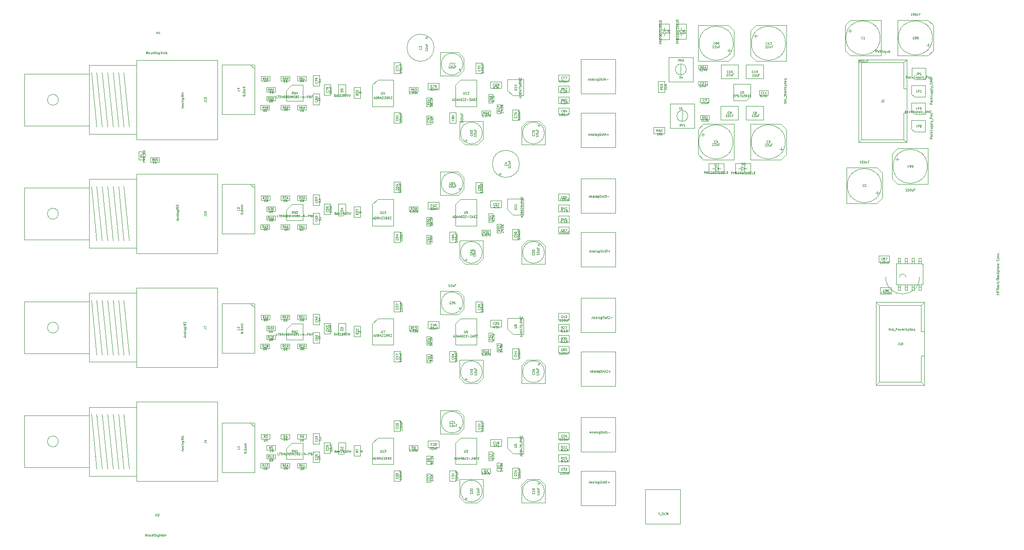
<source format=gbr>
G04 #@! TF.GenerationSoftware,KiCad,Pcbnew,(5.1.2)-1*
G04 #@! TF.CreationDate,2020-09-10T12:17:47+02:00*
G04 #@! TF.ProjectId,AFE_1CH_2V0,4146455f-3143-4485-9f32-56302e6b6963,3.1*
G04 #@! TF.SameCoordinates,Original*
G04 #@! TF.FileFunction,Other,Fab,Top*
%FSLAX46Y46*%
G04 Gerber Fmt 4.6, Leading zero omitted, Abs format (unit mm)*
G04 Created by KiCad (PCBNEW (5.1.2)-1) date 2020-09-10 12:17:47*
%MOMM*%
%LPD*%
G04 APERTURE LIST*
%ADD10C,0.050000*%
G04 APERTURE END LIST*
D10*
X149774000Y-59155000D02*
X152699000Y-59155000D01*
X152699000Y-59155000D02*
X152699000Y-64055000D01*
X152699000Y-64055000D02*
X148799000Y-64055000D01*
X148799000Y-64055000D02*
X148799000Y-60130000D01*
X148799000Y-60130000D02*
X149774000Y-59155000D01*
X149774000Y-81165000D02*
X152699000Y-81165000D01*
X152699000Y-81165000D02*
X152699000Y-86065000D01*
X152699000Y-86065000D02*
X148799000Y-86065000D01*
X148799000Y-86065000D02*
X148799000Y-82140000D01*
X148799000Y-82140000D02*
X149774000Y-81165000D01*
X149774000Y-103175000D02*
X152699000Y-103175000D01*
X152699000Y-103175000D02*
X152699000Y-108075000D01*
X152699000Y-108075000D02*
X148799000Y-108075000D01*
X148799000Y-108075000D02*
X148799000Y-104150000D01*
X148799000Y-104150000D02*
X149774000Y-103175000D01*
X149774000Y-125185000D02*
X152699000Y-125185000D01*
X152699000Y-125185000D02*
X152699000Y-130085000D01*
X152699000Y-130085000D02*
X148799000Y-130085000D01*
X148799000Y-130085000D02*
X148799000Y-126160000D01*
X148799000Y-126160000D02*
X149774000Y-125185000D01*
X171933000Y-55357000D02*
X178333000Y-55357000D01*
X178333000Y-55357000D02*
X178333000Y-61757000D01*
X178333000Y-61757000D02*
X171933000Y-61757000D01*
X171933000Y-61757000D02*
X171933000Y-55357000D01*
X171933000Y-65263000D02*
X178333000Y-65263000D01*
X178333000Y-65263000D02*
X178333000Y-71663000D01*
X178333000Y-71663000D02*
X171933000Y-71663000D01*
X171933000Y-71663000D02*
X171933000Y-65263000D01*
X171933000Y-77367000D02*
X178333000Y-77367000D01*
X178333000Y-77367000D02*
X178333000Y-83767000D01*
X178333000Y-83767000D02*
X171933000Y-83767000D01*
X171933000Y-83767000D02*
X171933000Y-77367000D01*
X171933000Y-87273000D02*
X178333000Y-87273000D01*
X178333000Y-87273000D02*
X178333000Y-93673000D01*
X178333000Y-93673000D02*
X171933000Y-93673000D01*
X171933000Y-93673000D02*
X171933000Y-87273000D01*
X171933000Y-99377000D02*
X178333000Y-99377000D01*
X178333000Y-99377000D02*
X178333000Y-105777000D01*
X178333000Y-105777000D02*
X171933000Y-105777000D01*
X171933000Y-105777000D02*
X171933000Y-99377000D01*
X171933000Y-109283000D02*
X178333000Y-109283000D01*
X178333000Y-109283000D02*
X178333000Y-115683000D01*
X178333000Y-115683000D02*
X171933000Y-115683000D01*
X171933000Y-115683000D02*
X171933000Y-109283000D01*
X178333000Y-127787000D02*
X171933000Y-127787000D01*
X171933000Y-127787000D02*
X171933000Y-121387000D01*
X171933000Y-121387000D02*
X178333000Y-121387000D01*
X178333000Y-121387000D02*
X178333000Y-127787000D01*
X178333000Y-137693000D02*
X171933000Y-137693000D01*
X171933000Y-137693000D02*
X171933000Y-131293000D01*
X171933000Y-131293000D02*
X178333000Y-131293000D01*
X178333000Y-131293000D02*
X178333000Y-137693000D01*
X183794800Y-134696600D02*
X190194800Y-134696600D01*
X190194800Y-134696600D02*
X190194800Y-141096600D01*
X190194800Y-141096600D02*
X183794800Y-141096600D01*
X183794800Y-141096600D02*
X183794800Y-134696600D01*
X138649000Y-121984500D02*
X138649000Y-123984500D01*
X137449000Y-121984500D02*
X138649000Y-121984500D01*
X137449000Y-123984500D02*
X137449000Y-121984500D01*
X138649000Y-123984500D02*
X137449000Y-123984500D01*
X122602200Y-126349000D02*
X122602200Y-124349000D01*
X123802200Y-126349000D02*
X122602200Y-126349000D01*
X123802200Y-124349000D02*
X123802200Y-126349000D01*
X122602200Y-124349000D02*
X123802200Y-124349000D01*
X159293000Y-132699000D02*
X159293000Y-130699000D01*
X160493000Y-132699000D02*
X159293000Y-132699000D01*
X160493000Y-130699000D02*
X160493000Y-132699000D01*
X159293000Y-130699000D02*
X160493000Y-130699000D01*
X124602200Y-128035000D02*
X124602200Y-126035000D01*
X125802200Y-128035000D02*
X124602200Y-128035000D01*
X125802200Y-126035000D02*
X125802200Y-128035000D01*
X124602200Y-126035000D02*
X125802200Y-126035000D01*
X167783000Y-124241000D02*
X169783000Y-124241000D01*
X167783000Y-125441000D02*
X167783000Y-124241000D01*
X169783000Y-125441000D02*
X167783000Y-125441000D01*
X169783000Y-124241000D02*
X169783000Y-125441000D01*
X122602200Y-129748000D02*
X122602200Y-127748000D01*
X123802200Y-129748000D02*
X122602200Y-129748000D01*
X123802200Y-127748000D02*
X123802200Y-129748000D01*
X122602200Y-127748000D02*
X123802200Y-127748000D01*
X137449000Y-133207000D02*
X137449000Y-131207000D01*
X138649000Y-133207000D02*
X137449000Y-133207000D01*
X138649000Y-131207000D02*
X138649000Y-133207000D01*
X137449000Y-131207000D02*
X138649000Y-131207000D01*
X169783000Y-131537000D02*
X167783000Y-131537000D01*
X169783000Y-130337000D02*
X169783000Y-131537000D01*
X167783000Y-130337000D02*
X169783000Y-130337000D01*
X167783000Y-131537000D02*
X167783000Y-130337000D01*
X138649000Y-99974500D02*
X138649000Y-101974500D01*
X137449000Y-99974500D02*
X138649000Y-99974500D01*
X137449000Y-101974500D02*
X137449000Y-99974500D01*
X138649000Y-101974500D02*
X137449000Y-101974500D01*
X122602200Y-104339000D02*
X122602200Y-102339000D01*
X123802200Y-104339000D02*
X122602200Y-104339000D01*
X123802200Y-102339000D02*
X123802200Y-104339000D01*
X122602200Y-102339000D02*
X123802200Y-102339000D01*
X159293000Y-110689000D02*
X159293000Y-108689000D01*
X160493000Y-110689000D02*
X159293000Y-110689000D01*
X160493000Y-108689000D02*
X160493000Y-110689000D01*
X159293000Y-108689000D02*
X160493000Y-108689000D01*
X124602200Y-106025000D02*
X124602200Y-104025000D01*
X125802200Y-106025000D02*
X124602200Y-106025000D01*
X125802200Y-104025000D02*
X125802200Y-106025000D01*
X124602200Y-104025000D02*
X125802200Y-104025000D01*
X167783000Y-102231000D02*
X169783000Y-102231000D01*
X167783000Y-103431000D02*
X167783000Y-102231000D01*
X169783000Y-103431000D02*
X167783000Y-103431000D01*
X169783000Y-102231000D02*
X169783000Y-103431000D01*
X122602200Y-107738000D02*
X122602200Y-105738000D01*
X123802200Y-107738000D02*
X122602200Y-107738000D01*
X123802200Y-105738000D02*
X123802200Y-107738000D01*
X122602200Y-105738000D02*
X123802200Y-105738000D01*
X137449000Y-111197000D02*
X137449000Y-109197000D01*
X138649000Y-111197000D02*
X137449000Y-111197000D01*
X138649000Y-109197000D02*
X138649000Y-111197000D01*
X137449000Y-109197000D02*
X138649000Y-109197000D01*
X169783000Y-109527000D02*
X167783000Y-109527000D01*
X169783000Y-108327000D02*
X169783000Y-109527000D01*
X167783000Y-108327000D02*
X169783000Y-108327000D01*
X167783000Y-109527000D02*
X167783000Y-108327000D01*
X138649000Y-77964500D02*
X138649000Y-79964500D01*
X137449000Y-77964500D02*
X138649000Y-77964500D01*
X137449000Y-79964500D02*
X137449000Y-77964500D01*
X138649000Y-79964500D02*
X137449000Y-79964500D01*
X122602200Y-82329000D02*
X122602200Y-80329000D01*
X123802200Y-82329000D02*
X122602200Y-82329000D01*
X123802200Y-80329000D02*
X123802200Y-82329000D01*
X122602200Y-80329000D02*
X123802200Y-80329000D01*
X159293000Y-88679000D02*
X159293000Y-86679000D01*
X160493000Y-88679000D02*
X159293000Y-88679000D01*
X160493000Y-86679000D02*
X160493000Y-88679000D01*
X159293000Y-86679000D02*
X160493000Y-86679000D01*
X124602200Y-84015000D02*
X124602200Y-82015000D01*
X125802200Y-84015000D02*
X124602200Y-84015000D01*
X125802200Y-82015000D02*
X125802200Y-84015000D01*
X124602200Y-82015000D02*
X125802200Y-82015000D01*
X167783000Y-80221000D02*
X169783000Y-80221000D01*
X167783000Y-81421000D02*
X167783000Y-80221000D01*
X169783000Y-81421000D02*
X167783000Y-81421000D01*
X169783000Y-80221000D02*
X169783000Y-81421000D01*
X122602200Y-85728000D02*
X122602200Y-83728000D01*
X123802200Y-85728000D02*
X122602200Y-85728000D01*
X123802200Y-83728000D02*
X123802200Y-85728000D01*
X122602200Y-83728000D02*
X123802200Y-83728000D01*
X137449000Y-89187000D02*
X137449000Y-87187000D01*
X138649000Y-89187000D02*
X137449000Y-89187000D01*
X138649000Y-87187000D02*
X138649000Y-89187000D01*
X137449000Y-87187000D02*
X138649000Y-87187000D01*
X169783000Y-87517000D02*
X167783000Y-87517000D01*
X169783000Y-86317000D02*
X169783000Y-87517000D01*
X167783000Y-86317000D02*
X169783000Y-86317000D01*
X167783000Y-87517000D02*
X167783000Y-86317000D01*
X138649000Y-55954500D02*
X138649000Y-57954500D01*
X137449000Y-55954500D02*
X138649000Y-55954500D01*
X137449000Y-57954500D02*
X137449000Y-55954500D01*
X138649000Y-57954500D02*
X137449000Y-57954500D01*
X122602200Y-60319000D02*
X122602200Y-58319000D01*
X123802200Y-60319000D02*
X122602200Y-60319000D01*
X123802200Y-58319000D02*
X123802200Y-60319000D01*
X122602200Y-58319000D02*
X123802200Y-58319000D01*
X159293000Y-66669000D02*
X159293000Y-64669000D01*
X160493000Y-66669000D02*
X159293000Y-66669000D01*
X160493000Y-64669000D02*
X160493000Y-66669000D01*
X159293000Y-64669000D02*
X160493000Y-64669000D01*
X124602200Y-62005000D02*
X124602200Y-60005000D01*
X125802200Y-62005000D02*
X124602200Y-62005000D01*
X125802200Y-60005000D02*
X125802200Y-62005000D01*
X124602200Y-60005000D02*
X125802200Y-60005000D01*
X167783000Y-58211000D02*
X169783000Y-58211000D01*
X167783000Y-59411000D02*
X167783000Y-58211000D01*
X169783000Y-59411000D02*
X167783000Y-59411000D01*
X169783000Y-58211000D02*
X169783000Y-59411000D01*
X122602200Y-63718000D02*
X122602200Y-61718000D01*
X123802200Y-63718000D02*
X122602200Y-63718000D01*
X123802200Y-61718000D02*
X123802200Y-63718000D01*
X122602200Y-61718000D02*
X123802200Y-61718000D01*
X137449000Y-67177000D02*
X137449000Y-65177000D01*
X138649000Y-67177000D02*
X137449000Y-67177000D01*
X138649000Y-65177000D02*
X138649000Y-67177000D01*
X137449000Y-65177000D02*
X138649000Y-65177000D01*
X169783000Y-65507000D02*
X167783000Y-65507000D01*
X169783000Y-64307000D02*
X169783000Y-65507000D01*
X167783000Y-64307000D02*
X169783000Y-64307000D01*
X167783000Y-65507000D02*
X167783000Y-64307000D01*
X128064000Y-128227000D02*
X128564000Y-127727000D01*
X127214000Y-126027000D02*
X128564000Y-126027000D01*
X127214000Y-128227000D02*
X127214000Y-126027000D01*
X128564000Y-127727000D02*
X128564000Y-126027000D01*
X127214000Y-128227000D02*
X128064000Y-128227000D01*
X128064000Y-106217000D02*
X128564000Y-105717000D01*
X127214000Y-104017000D02*
X128564000Y-104017000D01*
X127214000Y-106217000D02*
X127214000Y-104017000D01*
X128564000Y-105717000D02*
X128564000Y-104017000D01*
X127214000Y-106217000D02*
X128064000Y-106217000D01*
X128064000Y-84207000D02*
X128564000Y-83707000D01*
X127214000Y-82007000D02*
X128564000Y-82007000D01*
X127214000Y-84207000D02*
X127214000Y-82007000D01*
X128564000Y-83707000D02*
X128564000Y-82007000D01*
X127214000Y-84207000D02*
X128064000Y-84207000D01*
X128064000Y-62197000D02*
X128564000Y-61697000D01*
X127214000Y-59997000D02*
X128564000Y-59997000D01*
X127214000Y-62197000D02*
X127214000Y-59997000D01*
X128564000Y-61697000D02*
X128564000Y-59997000D01*
X127214000Y-62197000D02*
X128064000Y-62197000D01*
X113017500Y-124568000D02*
X114617500Y-124568000D01*
X113017500Y-125368000D02*
X113017500Y-124568000D01*
X114617500Y-125368000D02*
X113017500Y-125368000D01*
X114617500Y-124568000D02*
X114617500Y-125368000D01*
X112966500Y-129902000D02*
X114566500Y-129902000D01*
X112966500Y-130702000D02*
X112966500Y-129902000D01*
X114566500Y-130702000D02*
X112966500Y-130702000D01*
X114566500Y-129902000D02*
X114566500Y-130702000D01*
X130083000Y-128556500D02*
X130083000Y-126556500D01*
X131283000Y-128556500D02*
X130083000Y-128556500D01*
X131283000Y-126556500D02*
X131283000Y-128556500D01*
X130083000Y-126556500D02*
X131283000Y-126556500D01*
X167783000Y-126273000D02*
X169783000Y-126273000D01*
X167783000Y-127473000D02*
X167783000Y-126273000D01*
X169783000Y-127473000D02*
X167783000Y-127473000D01*
X169783000Y-126273000D02*
X169783000Y-127473000D01*
X116675000Y-129902000D02*
X118275000Y-129902000D01*
X116675000Y-130702000D02*
X116675000Y-129902000D01*
X118275000Y-130702000D02*
X116675000Y-130702000D01*
X118275000Y-129902000D02*
X118275000Y-130702000D01*
X114008000Y-126600000D02*
X115608000Y-126600000D01*
X114008000Y-127400000D02*
X114008000Y-126600000D01*
X115608000Y-127400000D02*
X114008000Y-127400000D01*
X115608000Y-126600000D02*
X115608000Y-127400000D01*
X118275000Y-125368000D02*
X116675000Y-125368000D01*
X118275000Y-124568000D02*
X118275000Y-125368000D01*
X116675000Y-124568000D02*
X118275000Y-124568000D01*
X116675000Y-125368000D02*
X116675000Y-124568000D01*
X121323000Y-130702000D02*
X119723000Y-130702000D01*
X121323000Y-129902000D02*
X121323000Y-130702000D01*
X119723000Y-129902000D02*
X121323000Y-129902000D01*
X119723000Y-130702000D02*
X119723000Y-129902000D01*
X167783000Y-128305000D02*
X169783000Y-128305000D01*
X167783000Y-129505000D02*
X167783000Y-128305000D01*
X169783000Y-129505000D02*
X167783000Y-129505000D01*
X169783000Y-128305000D02*
X169783000Y-129505000D01*
X113017500Y-102558000D02*
X114617500Y-102558000D01*
X113017500Y-103358000D02*
X113017500Y-102558000D01*
X114617500Y-103358000D02*
X113017500Y-103358000D01*
X114617500Y-102558000D02*
X114617500Y-103358000D01*
X112966500Y-107892000D02*
X114566500Y-107892000D01*
X112966500Y-108692000D02*
X112966500Y-107892000D01*
X114566500Y-108692000D02*
X112966500Y-108692000D01*
X114566500Y-107892000D02*
X114566500Y-108692000D01*
X130083000Y-106546500D02*
X130083000Y-104546500D01*
X131283000Y-106546500D02*
X130083000Y-106546500D01*
X131283000Y-104546500D02*
X131283000Y-106546500D01*
X130083000Y-104546500D02*
X131283000Y-104546500D01*
X167783000Y-104263000D02*
X169783000Y-104263000D01*
X167783000Y-105463000D02*
X167783000Y-104263000D01*
X169783000Y-105463000D02*
X167783000Y-105463000D01*
X169783000Y-104263000D02*
X169783000Y-105463000D01*
X116675000Y-107892000D02*
X118275000Y-107892000D01*
X116675000Y-108692000D02*
X116675000Y-107892000D01*
X118275000Y-108692000D02*
X116675000Y-108692000D01*
X118275000Y-107892000D02*
X118275000Y-108692000D01*
X114008000Y-104590000D02*
X115608000Y-104590000D01*
X114008000Y-105390000D02*
X114008000Y-104590000D01*
X115608000Y-105390000D02*
X114008000Y-105390000D01*
X115608000Y-104590000D02*
X115608000Y-105390000D01*
X118275000Y-103358000D02*
X116675000Y-103358000D01*
X118275000Y-102558000D02*
X118275000Y-103358000D01*
X116675000Y-102558000D02*
X118275000Y-102558000D01*
X116675000Y-103358000D02*
X116675000Y-102558000D01*
X121323000Y-108692000D02*
X119723000Y-108692000D01*
X121323000Y-107892000D02*
X121323000Y-108692000D01*
X119723000Y-107892000D02*
X121323000Y-107892000D01*
X119723000Y-108692000D02*
X119723000Y-107892000D01*
X167783000Y-106295000D02*
X169783000Y-106295000D01*
X167783000Y-107495000D02*
X167783000Y-106295000D01*
X169783000Y-107495000D02*
X167783000Y-107495000D01*
X169783000Y-106295000D02*
X169783000Y-107495000D01*
X113017500Y-80548000D02*
X114617500Y-80548000D01*
X113017500Y-81348000D02*
X113017500Y-80548000D01*
X114617500Y-81348000D02*
X113017500Y-81348000D01*
X114617500Y-80548000D02*
X114617500Y-81348000D01*
X112966500Y-85882000D02*
X114566500Y-85882000D01*
X112966500Y-86682000D02*
X112966500Y-85882000D01*
X114566500Y-86682000D02*
X112966500Y-86682000D01*
X114566500Y-85882000D02*
X114566500Y-86682000D01*
X130083000Y-84536500D02*
X130083000Y-82536500D01*
X131283000Y-84536500D02*
X130083000Y-84536500D01*
X131283000Y-82536500D02*
X131283000Y-84536500D01*
X130083000Y-82536500D02*
X131283000Y-82536500D01*
X167783000Y-82253000D02*
X169783000Y-82253000D01*
X167783000Y-83453000D02*
X167783000Y-82253000D01*
X169783000Y-83453000D02*
X167783000Y-83453000D01*
X169783000Y-82253000D02*
X169783000Y-83453000D01*
X116675000Y-85882000D02*
X118275000Y-85882000D01*
X116675000Y-86682000D02*
X116675000Y-85882000D01*
X118275000Y-86682000D02*
X116675000Y-86682000D01*
X118275000Y-85882000D02*
X118275000Y-86682000D01*
X114008000Y-82580000D02*
X115608000Y-82580000D01*
X114008000Y-83380000D02*
X114008000Y-82580000D01*
X115608000Y-83380000D02*
X114008000Y-83380000D01*
X115608000Y-82580000D02*
X115608000Y-83380000D01*
X118275000Y-81348000D02*
X116675000Y-81348000D01*
X118275000Y-80548000D02*
X118275000Y-81348000D01*
X116675000Y-80548000D02*
X118275000Y-80548000D01*
X116675000Y-81348000D02*
X116675000Y-80548000D01*
X121323000Y-86682000D02*
X119723000Y-86682000D01*
X121323000Y-85882000D02*
X121323000Y-86682000D01*
X119723000Y-85882000D02*
X121323000Y-85882000D01*
X119723000Y-86682000D02*
X119723000Y-85882000D01*
X167783000Y-84285000D02*
X169783000Y-84285000D01*
X167783000Y-85485000D02*
X167783000Y-84285000D01*
X169783000Y-85485000D02*
X167783000Y-85485000D01*
X169783000Y-84285000D02*
X169783000Y-85485000D01*
X113017500Y-58538000D02*
X114617500Y-58538000D01*
X113017500Y-59338000D02*
X113017500Y-58538000D01*
X114617500Y-59338000D02*
X113017500Y-59338000D01*
X114617500Y-58538000D02*
X114617500Y-59338000D01*
X112966500Y-63872000D02*
X114566500Y-63872000D01*
X112966500Y-64672000D02*
X112966500Y-63872000D01*
X114566500Y-64672000D02*
X112966500Y-64672000D01*
X114566500Y-63872000D02*
X114566500Y-64672000D01*
X130083000Y-62526500D02*
X130083000Y-60526500D01*
X131283000Y-62526500D02*
X130083000Y-62526500D01*
X131283000Y-60526500D02*
X131283000Y-62526500D01*
X130083000Y-60526500D02*
X131283000Y-60526500D01*
X167783000Y-60243000D02*
X169783000Y-60243000D01*
X167783000Y-61443000D02*
X167783000Y-60243000D01*
X169783000Y-61443000D02*
X167783000Y-61443000D01*
X169783000Y-60243000D02*
X169783000Y-61443000D01*
X116675000Y-63872000D02*
X118275000Y-63872000D01*
X116675000Y-64672000D02*
X116675000Y-63872000D01*
X118275000Y-64672000D02*
X116675000Y-64672000D01*
X118275000Y-63872000D02*
X118275000Y-64672000D01*
X114008000Y-60570000D02*
X115608000Y-60570000D01*
X114008000Y-61370000D02*
X114008000Y-60570000D01*
X115608000Y-61370000D02*
X114008000Y-61370000D01*
X115608000Y-60570000D02*
X115608000Y-61370000D01*
X118275000Y-59338000D02*
X116675000Y-59338000D01*
X118275000Y-58538000D02*
X118275000Y-59338000D01*
X116675000Y-58538000D02*
X118275000Y-58538000D01*
X116675000Y-59338000D02*
X116675000Y-58538000D01*
X121323000Y-64672000D02*
X119723000Y-64672000D01*
X121323000Y-63872000D02*
X121323000Y-64672000D01*
X119723000Y-63872000D02*
X121323000Y-63872000D01*
X119723000Y-64672000D02*
X119723000Y-63872000D01*
X167783000Y-62275000D02*
X169783000Y-62275000D01*
X167783000Y-63475000D02*
X167783000Y-62275000D01*
X169783000Y-63475000D02*
X167783000Y-63475000D01*
X169783000Y-62275000D02*
X169783000Y-63475000D01*
X117702200Y-127135000D02*
X118702200Y-126135000D01*
X117702200Y-129135000D02*
X117702200Y-127135000D01*
X120702200Y-129135000D02*
X117702200Y-129135000D01*
X120702200Y-126135000D02*
X120702200Y-129135000D01*
X118702200Y-126135000D02*
X120702200Y-126135000D01*
X117702200Y-105125000D02*
X118702200Y-104125000D01*
X117702200Y-107125000D02*
X117702200Y-105125000D01*
X120702200Y-107125000D02*
X117702200Y-107125000D01*
X120702200Y-104125000D02*
X120702200Y-107125000D01*
X118702200Y-104125000D02*
X120702200Y-104125000D01*
X117702200Y-83115000D02*
X118702200Y-82115000D01*
X117702200Y-85115000D02*
X117702200Y-83115000D01*
X120702200Y-85115000D02*
X117702200Y-85115000D01*
X120702200Y-82115000D02*
X120702200Y-85115000D01*
X118702200Y-82115000D02*
X120702200Y-82115000D01*
X117702200Y-61105000D02*
X118702200Y-60105000D01*
X117702200Y-63105000D02*
X117702200Y-61105000D01*
X120702200Y-63105000D02*
X117702200Y-63105000D01*
X120702200Y-60105000D02*
X120702200Y-63105000D01*
X118702200Y-60105000D02*
X120702200Y-60105000D01*
X133508200Y-126160000D02*
X134483200Y-125185000D01*
X133508200Y-130085000D02*
X133508200Y-126160000D01*
X137408200Y-130085000D02*
X133508200Y-130085000D01*
X137408200Y-125185000D02*
X137408200Y-130085000D01*
X134483200Y-125185000D02*
X137408200Y-125185000D01*
X159393000Y-128119000D02*
X158393000Y-127119000D01*
X161393000Y-128119000D02*
X159393000Y-128119000D01*
X161393000Y-125119000D02*
X161393000Y-128119000D01*
X158393000Y-125119000D02*
X161393000Y-125119000D01*
X158393000Y-127119000D02*
X158393000Y-125119000D01*
X133508200Y-104150000D02*
X134483200Y-103175000D01*
X133508200Y-108075000D02*
X133508200Y-104150000D01*
X137408200Y-108075000D02*
X133508200Y-108075000D01*
X137408200Y-103175000D02*
X137408200Y-108075000D01*
X134483200Y-103175000D02*
X137408200Y-103175000D01*
X159393000Y-106109000D02*
X158393000Y-105109000D01*
X161393000Y-106109000D02*
X159393000Y-106109000D01*
X161393000Y-103109000D02*
X161393000Y-106109000D01*
X158393000Y-103109000D02*
X161393000Y-103109000D01*
X158393000Y-105109000D02*
X158393000Y-103109000D01*
X133508200Y-82140000D02*
X134483200Y-81165000D01*
X133508200Y-86065000D02*
X133508200Y-82140000D01*
X137408200Y-86065000D02*
X133508200Y-86065000D01*
X137408200Y-81165000D02*
X137408200Y-86065000D01*
X134483200Y-81165000D02*
X137408200Y-81165000D01*
X159393000Y-84099000D02*
X158393000Y-83099000D01*
X161393000Y-84099000D02*
X159393000Y-84099000D01*
X161393000Y-81099000D02*
X161393000Y-84099000D01*
X158393000Y-81099000D02*
X161393000Y-81099000D01*
X158393000Y-83099000D02*
X158393000Y-81099000D01*
X133508200Y-60130000D02*
X134483200Y-59155000D01*
X133508200Y-64055000D02*
X133508200Y-60130000D01*
X137408200Y-64055000D02*
X133508200Y-64055000D01*
X137408200Y-59155000D02*
X137408200Y-64055000D01*
X134483200Y-59155000D02*
X137408200Y-59155000D01*
X159393000Y-62089000D02*
X158393000Y-61089000D01*
X161393000Y-62089000D02*
X159393000Y-62089000D01*
X161393000Y-59089000D02*
X161393000Y-62089000D01*
X158393000Y-59089000D02*
X161393000Y-59089000D01*
X158393000Y-61089000D02*
X158393000Y-59089000D01*
X164395000Y-133626227D02*
X163995000Y-133626227D01*
X164195000Y-133426227D02*
X164195000Y-133826227D01*
X162045000Y-132851000D02*
X161045000Y-133851000D01*
X164345000Y-132851000D02*
X165345000Y-133851000D01*
X164345000Y-132851000D02*
X162045000Y-132851000D01*
X161045000Y-133851000D02*
X161045000Y-137151000D01*
X165345000Y-133851000D02*
X165345000Y-137151000D01*
X165345000Y-137151000D02*
X161045000Y-137151000D01*
X165195000Y-135001000D02*
G75*
G03X165195000Y-135001000I-2000000J0D01*
G01*
X164395000Y-111616227D02*
X163995000Y-111616227D01*
X164195000Y-111416227D02*
X164195000Y-111816227D01*
X162045000Y-110841000D02*
X161045000Y-111841000D01*
X164345000Y-110841000D02*
X165345000Y-111841000D01*
X164345000Y-110841000D02*
X162045000Y-110841000D01*
X161045000Y-111841000D02*
X161045000Y-115141000D01*
X165345000Y-111841000D02*
X165345000Y-115141000D01*
X165345000Y-115141000D02*
X161045000Y-115141000D01*
X165195000Y-112991000D02*
G75*
G03X165195000Y-112991000I-2000000J0D01*
G01*
X164395000Y-89606227D02*
X163995000Y-89606227D01*
X164195000Y-89406227D02*
X164195000Y-89806227D01*
X162045000Y-88831000D02*
X161045000Y-89831000D01*
X164345000Y-88831000D02*
X165345000Y-89831000D01*
X164345000Y-88831000D02*
X162045000Y-88831000D01*
X161045000Y-89831000D02*
X161045000Y-93131000D01*
X165345000Y-89831000D02*
X165345000Y-93131000D01*
X165345000Y-93131000D02*
X161045000Y-93131000D01*
X165195000Y-90981000D02*
G75*
G03X165195000Y-90981000I-2000000J0D01*
G01*
X164395000Y-67596227D02*
X163995000Y-67596227D01*
X164195000Y-67396227D02*
X164195000Y-67796227D01*
X162045000Y-66821000D02*
X161045000Y-67821000D01*
X164345000Y-66821000D02*
X165345000Y-67821000D01*
X164345000Y-66821000D02*
X162045000Y-66821000D01*
X161045000Y-67821000D02*
X161045000Y-71121000D01*
X165345000Y-67821000D02*
X165345000Y-71121000D01*
X165345000Y-71121000D02*
X161045000Y-71121000D01*
X165195000Y-68971000D02*
G75*
G03X165195000Y-68971000I-2000000J0D01*
G01*
X143729900Y-51364195D02*
X143229900Y-51364195D01*
X143479900Y-51114195D02*
X143479900Y-51614195D01*
X144892400Y-53247800D02*
G75*
G03X144892400Y-53247800I-2500000J0D01*
G01*
X156777500Y-76550205D02*
X157277500Y-76550205D01*
X157027500Y-76800205D02*
X157027500Y-76300205D01*
X160615000Y-74666600D02*
G75*
G03X160615000Y-74666600I-2500000J0D01*
G01*
X154921000Y-129387500D02*
X154921000Y-127787500D01*
X155721000Y-129387500D02*
X154921000Y-129387500D01*
X155721000Y-127787500D02*
X155721000Y-129387500D01*
X154921000Y-127787500D02*
X155721000Y-127787500D01*
X157273500Y-126711000D02*
X155273500Y-126711000D01*
X157273500Y-125511000D02*
X157273500Y-126711000D01*
X155273500Y-125511000D02*
X157273500Y-125511000D01*
X155273500Y-126711000D02*
X155273500Y-125511000D01*
X149583773Y-123501000D02*
X149583773Y-123101000D01*
X149783773Y-123301000D02*
X149383773Y-123301000D01*
X150359000Y-121151000D02*
X149359000Y-120151000D01*
X150359000Y-123451000D02*
X149359000Y-124451000D01*
X150359000Y-123451000D02*
X150359000Y-121151000D01*
X149359000Y-120151000D02*
X146059000Y-120151000D01*
X149359000Y-124451000D02*
X146059000Y-124451000D01*
X146059000Y-124451000D02*
X146059000Y-120151000D01*
X150209000Y-122301000D02*
G75*
G03X150209000Y-122301000I-2000000J0D01*
G01*
X152562000Y-124063000D02*
X152562000Y-122063000D01*
X153762000Y-124063000D02*
X152562000Y-124063000D01*
X153762000Y-122063000D02*
X153762000Y-124063000D01*
X152562000Y-122063000D02*
X153762000Y-122063000D01*
X144291000Y-131788000D02*
X144291000Y-133388000D01*
X143491000Y-131788000D02*
X144291000Y-131788000D01*
X143491000Y-133388000D02*
X143491000Y-131788000D01*
X144291000Y-133388000D02*
X143491000Y-133388000D01*
X143780000Y-125765000D02*
X145780000Y-125765000D01*
X143780000Y-126965000D02*
X143780000Y-125765000D01*
X145780000Y-126965000D02*
X143780000Y-126965000D01*
X145780000Y-125765000D02*
X145780000Y-126965000D01*
X148936000Y-131207000D02*
X148936000Y-133207000D01*
X147736000Y-131207000D02*
X148936000Y-131207000D01*
X147736000Y-133207000D02*
X147736000Y-131207000D01*
X148936000Y-133207000D02*
X147736000Y-133207000D01*
X150565000Y-136375773D02*
X150965000Y-136375773D01*
X150765000Y-136575773D02*
X150765000Y-136175773D01*
X152915000Y-137151000D02*
X153915000Y-136151000D01*
X150615000Y-137151000D02*
X149615000Y-136151000D01*
X150615000Y-137151000D02*
X152915000Y-137151000D01*
X153915000Y-136151000D02*
X153915000Y-132851000D01*
X149615000Y-136151000D02*
X149615000Y-132851000D01*
X149615000Y-132851000D02*
X153915000Y-132851000D01*
X153765000Y-135001000D02*
G75*
G03X153765000Y-135001000I-2000000J0D01*
G01*
X154921000Y-107441000D02*
X154921000Y-105841000D01*
X155721000Y-107441000D02*
X154921000Y-107441000D01*
X155721000Y-105841000D02*
X155721000Y-107441000D01*
X154921000Y-105841000D02*
X155721000Y-105841000D01*
X157273500Y-104701000D02*
X155273500Y-104701000D01*
X157273500Y-103501000D02*
X157273500Y-104701000D01*
X155273500Y-103501000D02*
X157273500Y-103501000D01*
X155273500Y-104701000D02*
X155273500Y-103501000D01*
X149583773Y-101491000D02*
X149583773Y-101091000D01*
X149783773Y-101291000D02*
X149383773Y-101291000D01*
X150359000Y-99141000D02*
X149359000Y-98141000D01*
X150359000Y-101441000D02*
X149359000Y-102441000D01*
X150359000Y-101441000D02*
X150359000Y-99141000D01*
X149359000Y-98141000D02*
X146059000Y-98141000D01*
X149359000Y-102441000D02*
X146059000Y-102441000D01*
X146059000Y-102441000D02*
X146059000Y-98141000D01*
X150209000Y-100291000D02*
G75*
G03X150209000Y-100291000I-2000000J0D01*
G01*
X152562000Y-102053000D02*
X152562000Y-100053000D01*
X153762000Y-102053000D02*
X152562000Y-102053000D01*
X153762000Y-100053000D02*
X153762000Y-102053000D01*
X152562000Y-100053000D02*
X153762000Y-100053000D01*
X144291000Y-109778000D02*
X144291000Y-111378000D01*
X143491000Y-109778000D02*
X144291000Y-109778000D01*
X143491000Y-111378000D02*
X143491000Y-109778000D01*
X144291000Y-111378000D02*
X143491000Y-111378000D01*
X143780000Y-103755000D02*
X145780000Y-103755000D01*
X143780000Y-104955000D02*
X143780000Y-103755000D01*
X145780000Y-104955000D02*
X143780000Y-104955000D01*
X145780000Y-103755000D02*
X145780000Y-104955000D01*
X148936000Y-109197000D02*
X148936000Y-111197000D01*
X147736000Y-109197000D02*
X148936000Y-109197000D01*
X147736000Y-111197000D02*
X147736000Y-109197000D01*
X148936000Y-111197000D02*
X147736000Y-111197000D01*
X150565000Y-114365773D02*
X150965000Y-114365773D01*
X150765000Y-114565773D02*
X150765000Y-114165773D01*
X152915000Y-115141000D02*
X153915000Y-114141000D01*
X150615000Y-115141000D02*
X149615000Y-114141000D01*
X150615000Y-115141000D02*
X152915000Y-115141000D01*
X153915000Y-114141000D02*
X153915000Y-110841000D01*
X149615000Y-114141000D02*
X149615000Y-110841000D01*
X149615000Y-110841000D02*
X153915000Y-110841000D01*
X153765000Y-112991000D02*
G75*
G03X153765000Y-112991000I-2000000J0D01*
G01*
X154921000Y-85431000D02*
X154921000Y-83831000D01*
X155721000Y-85431000D02*
X154921000Y-85431000D01*
X155721000Y-83831000D02*
X155721000Y-85431000D01*
X154921000Y-83831000D02*
X155721000Y-83831000D01*
X157273500Y-82691000D02*
X155273500Y-82691000D01*
X157273500Y-81491000D02*
X157273500Y-82691000D01*
X155273500Y-81491000D02*
X157273500Y-81491000D01*
X155273500Y-82691000D02*
X155273500Y-81491000D01*
X149583773Y-79481000D02*
X149583773Y-79081000D01*
X149783773Y-79281000D02*
X149383773Y-79281000D01*
X150359000Y-77131000D02*
X149359000Y-76131000D01*
X150359000Y-79431000D02*
X149359000Y-80431000D01*
X150359000Y-79431000D02*
X150359000Y-77131000D01*
X149359000Y-76131000D02*
X146059000Y-76131000D01*
X149359000Y-80431000D02*
X146059000Y-80431000D01*
X146059000Y-80431000D02*
X146059000Y-76131000D01*
X150209000Y-78281000D02*
G75*
G03X150209000Y-78281000I-2000000J0D01*
G01*
X152562000Y-80043000D02*
X152562000Y-78043000D01*
X153762000Y-80043000D02*
X152562000Y-80043000D01*
X153762000Y-78043000D02*
X153762000Y-80043000D01*
X152562000Y-78043000D02*
X153762000Y-78043000D01*
X144291000Y-87768000D02*
X144291000Y-89368000D01*
X143491000Y-87768000D02*
X144291000Y-87768000D01*
X143491000Y-89368000D02*
X143491000Y-87768000D01*
X144291000Y-89368000D02*
X143491000Y-89368000D01*
X143780000Y-81745000D02*
X145780000Y-81745000D01*
X143780000Y-82945000D02*
X143780000Y-81745000D01*
X145780000Y-82945000D02*
X143780000Y-82945000D01*
X145780000Y-81745000D02*
X145780000Y-82945000D01*
X148936000Y-87187000D02*
X148936000Y-89187000D01*
X147736000Y-87187000D02*
X148936000Y-87187000D01*
X147736000Y-89187000D02*
X147736000Y-87187000D01*
X148936000Y-89187000D02*
X147736000Y-89187000D01*
X150565000Y-92355773D02*
X150965000Y-92355773D01*
X150765000Y-92555773D02*
X150765000Y-92155773D01*
X152915000Y-93131000D02*
X153915000Y-92131000D01*
X150615000Y-93131000D02*
X149615000Y-92131000D01*
X150615000Y-93131000D02*
X152915000Y-93131000D01*
X153915000Y-92131000D02*
X153915000Y-88831000D01*
X149615000Y-92131000D02*
X149615000Y-88831000D01*
X149615000Y-88831000D02*
X153915000Y-88831000D01*
X153765000Y-90981000D02*
G75*
G03X153765000Y-90981000I-2000000J0D01*
G01*
X154921000Y-63421000D02*
X154921000Y-61821000D01*
X155721000Y-63421000D02*
X154921000Y-63421000D01*
X155721000Y-61821000D02*
X155721000Y-63421000D01*
X154921000Y-61821000D02*
X155721000Y-61821000D01*
X157273500Y-60681000D02*
X155273500Y-60681000D01*
X157273500Y-59481000D02*
X157273500Y-60681000D01*
X155273500Y-59481000D02*
X157273500Y-59481000D01*
X155273500Y-60681000D02*
X155273500Y-59481000D01*
X149583773Y-57471000D02*
X149583773Y-57071000D01*
X149783773Y-57271000D02*
X149383773Y-57271000D01*
X150359000Y-55121000D02*
X149359000Y-54121000D01*
X150359000Y-57421000D02*
X149359000Y-58421000D01*
X150359000Y-57421000D02*
X150359000Y-55121000D01*
X149359000Y-54121000D02*
X146059000Y-54121000D01*
X149359000Y-58421000D02*
X146059000Y-58421000D01*
X146059000Y-58421000D02*
X146059000Y-54121000D01*
X150209000Y-56271000D02*
G75*
G03X150209000Y-56271000I-2000000J0D01*
G01*
X152562000Y-58033000D02*
X152562000Y-56033000D01*
X153762000Y-58033000D02*
X152562000Y-58033000D01*
X153762000Y-56033000D02*
X153762000Y-58033000D01*
X152562000Y-56033000D02*
X153762000Y-56033000D01*
X144291000Y-65758000D02*
X144291000Y-67358000D01*
X143491000Y-65758000D02*
X144291000Y-65758000D01*
X143491000Y-67358000D02*
X143491000Y-65758000D01*
X144291000Y-67358000D02*
X143491000Y-67358000D01*
X143780000Y-59735000D02*
X145780000Y-59735000D01*
X143780000Y-60935000D02*
X143780000Y-59735000D01*
X145780000Y-60935000D02*
X143780000Y-60935000D01*
X145780000Y-59735000D02*
X145780000Y-60935000D01*
X148936000Y-65177000D02*
X148936000Y-67177000D01*
X147736000Y-65177000D02*
X148936000Y-65177000D01*
X147736000Y-67177000D02*
X147736000Y-65177000D01*
X148936000Y-67177000D02*
X147736000Y-67177000D01*
X150565000Y-70345773D02*
X150965000Y-70345773D01*
X150765000Y-70545773D02*
X150765000Y-70145773D01*
X152915000Y-71121000D02*
X153915000Y-70121000D01*
X150615000Y-71121000D02*
X149615000Y-70121000D01*
X150615000Y-71121000D02*
X152915000Y-71121000D01*
X153915000Y-70121000D02*
X153915000Y-66821000D01*
X149615000Y-70121000D02*
X149615000Y-66821000D01*
X149615000Y-66821000D02*
X153915000Y-66821000D01*
X153765000Y-68971000D02*
G75*
G03X153765000Y-68971000I-2000000J0D01*
G01*
X105815200Y-131600000D02*
X105815200Y-122400000D01*
X111815200Y-131600000D02*
X105815200Y-131600000D01*
X111815200Y-123400000D02*
X111815200Y-131600000D01*
X110815200Y-122400000D02*
X105815200Y-122400000D01*
X111815200Y-122500000D02*
X111815200Y-123400000D01*
X111715200Y-122400000D02*
X111815200Y-122500000D01*
X110815200Y-122400000D02*
X111715200Y-122400000D01*
X111015200Y-122400000D02*
X111815200Y-123200000D01*
X105815200Y-109586666D02*
X105815200Y-100386666D01*
X111815200Y-109586666D02*
X105815200Y-109586666D01*
X111815200Y-101386666D02*
X111815200Y-109586666D01*
X110815200Y-100386666D02*
X105815200Y-100386666D01*
X111815200Y-100486666D02*
X111815200Y-101386666D01*
X111715200Y-100386666D02*
X111815200Y-100486666D01*
X110815200Y-100386666D02*
X111715200Y-100386666D01*
X111015200Y-100386666D02*
X111815200Y-101186666D01*
X105815200Y-87573333D02*
X105815200Y-78373333D01*
X111815200Y-87573333D02*
X105815200Y-87573333D01*
X111815200Y-79373333D02*
X111815200Y-87573333D01*
X110815200Y-78373333D02*
X105815200Y-78373333D01*
X111815200Y-78473333D02*
X111815200Y-79373333D01*
X111715200Y-78373333D02*
X111815200Y-78473333D01*
X110815200Y-78373333D02*
X111715200Y-78373333D01*
X111015200Y-78373333D02*
X111815200Y-79173333D01*
X105815200Y-65560000D02*
X105815200Y-56360000D01*
X111815200Y-65560000D02*
X105815200Y-65560000D01*
X111815200Y-57360000D02*
X111815200Y-65560000D01*
X110815200Y-56360000D02*
X105815200Y-56360000D01*
X111815200Y-56460000D02*
X111815200Y-57360000D01*
X111715200Y-56360000D02*
X111815200Y-56460000D01*
X110815200Y-56360000D02*
X111715200Y-56360000D01*
X111015200Y-56360000D02*
X111815200Y-57160000D01*
X153632000Y-130918000D02*
X155232000Y-130918000D01*
X153632000Y-131718000D02*
X153632000Y-130918000D01*
X155232000Y-131718000D02*
X153632000Y-131718000D01*
X155232000Y-130918000D02*
X155232000Y-131718000D01*
X156445000Y-131356000D02*
X156445000Y-129756000D01*
X157245000Y-131356000D02*
X156445000Y-131356000D01*
X157245000Y-129756000D02*
X157245000Y-131356000D01*
X156445000Y-129756000D02*
X157245000Y-129756000D01*
X119723000Y-124568000D02*
X121323000Y-124568000D01*
X119723000Y-125368000D02*
X119723000Y-124568000D01*
X121323000Y-125368000D02*
X119723000Y-125368000D01*
X121323000Y-124568000D02*
X121323000Y-125368000D01*
X140297000Y-126600000D02*
X141897000Y-126600000D01*
X140297000Y-127400000D02*
X140297000Y-126600000D01*
X141897000Y-127400000D02*
X140297000Y-127400000D01*
X141897000Y-126600000D02*
X141897000Y-127400000D01*
X144291000Y-128486000D02*
X144291000Y-130086000D01*
X143491000Y-128486000D02*
X144291000Y-128486000D01*
X143491000Y-130086000D02*
X143491000Y-128486000D01*
X144291000Y-130086000D02*
X143491000Y-130086000D01*
X115608000Y-129051000D02*
X114008000Y-129051000D01*
X115608000Y-128251000D02*
X115608000Y-129051000D01*
X114008000Y-128251000D02*
X115608000Y-128251000D01*
X114008000Y-129051000D02*
X114008000Y-128251000D01*
X153632000Y-108908000D02*
X155232000Y-108908000D01*
X153632000Y-109708000D02*
X153632000Y-108908000D01*
X155232000Y-109708000D02*
X153632000Y-109708000D01*
X155232000Y-108908000D02*
X155232000Y-109708000D01*
X156445000Y-109346000D02*
X156445000Y-107746000D01*
X157245000Y-109346000D02*
X156445000Y-109346000D01*
X157245000Y-107746000D02*
X157245000Y-109346000D01*
X156445000Y-107746000D02*
X157245000Y-107746000D01*
X119723000Y-102558000D02*
X121323000Y-102558000D01*
X119723000Y-103358000D02*
X119723000Y-102558000D01*
X121323000Y-103358000D02*
X119723000Y-103358000D01*
X121323000Y-102558000D02*
X121323000Y-103358000D01*
X140297000Y-104590000D02*
X141897000Y-104590000D01*
X140297000Y-105390000D02*
X140297000Y-104590000D01*
X141897000Y-105390000D02*
X140297000Y-105390000D01*
X141897000Y-104590000D02*
X141897000Y-105390000D01*
X144291000Y-106476000D02*
X144291000Y-108076000D01*
X143491000Y-106476000D02*
X144291000Y-106476000D01*
X143491000Y-108076000D02*
X143491000Y-106476000D01*
X144291000Y-108076000D02*
X143491000Y-108076000D01*
X115608000Y-107041000D02*
X114008000Y-107041000D01*
X115608000Y-106241000D02*
X115608000Y-107041000D01*
X114008000Y-106241000D02*
X115608000Y-106241000D01*
X114008000Y-107041000D02*
X114008000Y-106241000D01*
X153632000Y-86898000D02*
X155232000Y-86898000D01*
X153632000Y-87698000D02*
X153632000Y-86898000D01*
X155232000Y-87698000D02*
X153632000Y-87698000D01*
X155232000Y-86898000D02*
X155232000Y-87698000D01*
X156445000Y-87336000D02*
X156445000Y-85736000D01*
X157245000Y-87336000D02*
X156445000Y-87336000D01*
X157245000Y-85736000D02*
X157245000Y-87336000D01*
X156445000Y-85736000D02*
X157245000Y-85736000D01*
X119723000Y-80548000D02*
X121323000Y-80548000D01*
X119723000Y-81348000D02*
X119723000Y-80548000D01*
X121323000Y-81348000D02*
X119723000Y-81348000D01*
X121323000Y-80548000D02*
X121323000Y-81348000D01*
X140297000Y-82580000D02*
X141897000Y-82580000D01*
X140297000Y-83380000D02*
X140297000Y-82580000D01*
X141897000Y-83380000D02*
X140297000Y-83380000D01*
X141897000Y-82580000D02*
X141897000Y-83380000D01*
X144291000Y-84466000D02*
X144291000Y-86066000D01*
X143491000Y-84466000D02*
X144291000Y-84466000D01*
X143491000Y-86066000D02*
X143491000Y-84466000D01*
X144291000Y-86066000D02*
X143491000Y-86066000D01*
X115608000Y-85031000D02*
X114008000Y-85031000D01*
X115608000Y-84231000D02*
X115608000Y-85031000D01*
X114008000Y-84231000D02*
X115608000Y-84231000D01*
X114008000Y-85031000D02*
X114008000Y-84231000D01*
X153632000Y-64888000D02*
X155232000Y-64888000D01*
X153632000Y-65688000D02*
X153632000Y-64888000D01*
X155232000Y-65688000D02*
X153632000Y-65688000D01*
X155232000Y-64888000D02*
X155232000Y-65688000D01*
X156445000Y-65326000D02*
X156445000Y-63726000D01*
X157245000Y-65326000D02*
X156445000Y-65326000D01*
X157245000Y-63726000D02*
X157245000Y-65326000D01*
X156445000Y-63726000D02*
X157245000Y-63726000D01*
X119723000Y-58538000D02*
X121323000Y-58538000D01*
X119723000Y-59338000D02*
X119723000Y-58538000D01*
X121323000Y-59338000D02*
X119723000Y-59338000D01*
X121323000Y-58538000D02*
X121323000Y-59338000D01*
X140297000Y-60570000D02*
X141897000Y-60570000D01*
X140297000Y-61370000D02*
X140297000Y-60570000D01*
X141897000Y-61370000D02*
X140297000Y-61370000D01*
X141897000Y-60570000D02*
X141897000Y-61370000D01*
X144291000Y-62456000D02*
X144291000Y-64056000D01*
X143491000Y-62456000D02*
X144291000Y-62456000D01*
X143491000Y-64056000D02*
X143491000Y-62456000D01*
X144291000Y-64056000D02*
X143491000Y-64056000D01*
X115608000Y-63021000D02*
X114008000Y-63021000D01*
X115608000Y-62221000D02*
X115608000Y-63021000D01*
X114008000Y-62221000D02*
X115608000Y-62221000D01*
X114008000Y-63021000D02*
X114008000Y-62221000D01*
X88743000Y-130857000D02*
X87743000Y-120857000D01*
X90043000Y-133207000D02*
X104943000Y-133207000D01*
X90043000Y-118507000D02*
X90043000Y-133207000D01*
X104943000Y-118507000D02*
X90043000Y-118507000D01*
X104943000Y-133207000D02*
X104943000Y-118507000D01*
X81343000Y-132207000D02*
X90043000Y-132207000D01*
X81343000Y-119507000D02*
X81343000Y-132207000D01*
X90043000Y-119507000D02*
X81343000Y-119507000D01*
X69443000Y-130657000D02*
X81343000Y-130657000D01*
X69443000Y-121057000D02*
X69443000Y-130657000D01*
X81343000Y-121057000D02*
X69443000Y-121057000D01*
X75673000Y-125857000D02*
G75*
G03X75673000Y-125857000I-1000000J0D01*
G01*
X87743000Y-130857000D02*
X86743000Y-120857000D01*
X86743000Y-130857000D02*
X85743000Y-120857000D01*
X85743000Y-130857000D02*
X84743000Y-120857000D01*
X84743000Y-130857000D02*
X83743000Y-120857000D01*
X83743000Y-130857000D02*
X82743000Y-120857000D01*
X82743000Y-130857000D02*
X81743000Y-120857000D01*
X88743000Y-109857000D02*
X87743000Y-99857000D01*
X90043000Y-112207000D02*
X104943000Y-112207000D01*
X90043000Y-97507000D02*
X90043000Y-112207000D01*
X104943000Y-97507000D02*
X90043000Y-97507000D01*
X104943000Y-112207000D02*
X104943000Y-97507000D01*
X81343000Y-111207000D02*
X90043000Y-111207000D01*
X81343000Y-98507000D02*
X81343000Y-111207000D01*
X90043000Y-98507000D02*
X81343000Y-98507000D01*
X69443000Y-109657000D02*
X81343000Y-109657000D01*
X69443000Y-100057000D02*
X69443000Y-109657000D01*
X81343000Y-100057000D02*
X69443000Y-100057000D01*
X75673000Y-104857000D02*
G75*
G03X75673000Y-104857000I-1000000J0D01*
G01*
X87743000Y-109857000D02*
X86743000Y-99857000D01*
X86743000Y-109857000D02*
X85743000Y-99857000D01*
X85743000Y-109857000D02*
X84743000Y-99857000D01*
X84743000Y-109857000D02*
X83743000Y-99857000D01*
X83743000Y-109857000D02*
X82743000Y-99857000D01*
X82743000Y-109857000D02*
X81743000Y-99857000D01*
X88743000Y-88857000D02*
X87743000Y-78857000D01*
X90043000Y-91207000D02*
X104943000Y-91207000D01*
X90043000Y-76507000D02*
X90043000Y-91207000D01*
X104943000Y-76507000D02*
X90043000Y-76507000D01*
X104943000Y-91207000D02*
X104943000Y-76507000D01*
X81343000Y-90207000D02*
X90043000Y-90207000D01*
X81343000Y-77507000D02*
X81343000Y-90207000D01*
X90043000Y-77507000D02*
X81343000Y-77507000D01*
X69443000Y-88657000D02*
X81343000Y-88657000D01*
X69443000Y-79057000D02*
X69443000Y-88657000D01*
X81343000Y-79057000D02*
X69443000Y-79057000D01*
X75673000Y-83857000D02*
G75*
G03X75673000Y-83857000I-1000000J0D01*
G01*
X87743000Y-88857000D02*
X86743000Y-78857000D01*
X86743000Y-88857000D02*
X85743000Y-78857000D01*
X85743000Y-88857000D02*
X84743000Y-78857000D01*
X84743000Y-88857000D02*
X83743000Y-78857000D01*
X83743000Y-88857000D02*
X82743000Y-78857000D01*
X82743000Y-88857000D02*
X81743000Y-78857000D01*
X88743000Y-67857000D02*
X87743000Y-57857000D01*
X90043000Y-70207000D02*
X104943000Y-70207000D01*
X90043000Y-55507000D02*
X90043000Y-70207000D01*
X104943000Y-55507000D02*
X90043000Y-55507000D01*
X104943000Y-70207000D02*
X104943000Y-55507000D01*
X81343000Y-69207000D02*
X90043000Y-69207000D01*
X81343000Y-56507000D02*
X81343000Y-69207000D01*
X90043000Y-56507000D02*
X81343000Y-56507000D01*
X69443000Y-67657000D02*
X81343000Y-67657000D01*
X69443000Y-58057000D02*
X69443000Y-67657000D01*
X81343000Y-58057000D02*
X69443000Y-58057000D01*
X75673000Y-62857000D02*
G75*
G03X75673000Y-62857000I-1000000J0D01*
G01*
X87743000Y-67857000D02*
X86743000Y-57857000D01*
X86743000Y-67857000D02*
X85743000Y-57857000D01*
X85743000Y-67857000D02*
X84743000Y-57857000D01*
X84743000Y-67857000D02*
X83743000Y-57857000D01*
X83743000Y-67857000D02*
X82743000Y-57857000D01*
X82743000Y-67857000D02*
X81743000Y-57857000D01*
X209601200Y-70612000D02*
G75*
G03X209601200Y-70612000I-3150000J0D01*
G01*
X203151200Y-73912000D02*
X203151200Y-67312000D01*
X208751200Y-73912000D02*
X203151200Y-73912000D01*
X208751200Y-67312000D02*
X203151200Y-67312000D01*
X209751200Y-72912000D02*
X209751200Y-68312000D01*
X209751200Y-72912000D02*
X208751200Y-73912000D01*
X209751200Y-68312000D02*
X208751200Y-67312000D01*
X209156038Y-71942000D02*
X208526038Y-71942000D01*
X208841038Y-72257000D02*
X208841038Y-71627000D01*
X202374700Y-64028000D02*
X205574700Y-64028000D01*
X202374700Y-66528000D02*
X202374700Y-64028000D01*
X205574700Y-66528000D02*
X202374700Y-66528000D01*
X205574700Y-64028000D02*
X205574700Y-66528000D01*
X193903700Y-62528500D02*
X195503700Y-62528500D01*
X193903700Y-63328500D02*
X193903700Y-62528500D01*
X195503700Y-63328500D02*
X193903700Y-63328500D01*
X195503700Y-62528500D02*
X195503700Y-63328500D01*
X200888400Y-66515300D02*
X197688400Y-66515300D01*
X200888400Y-64015300D02*
X200888400Y-66515300D01*
X197688400Y-64015300D02*
X200888400Y-64015300D01*
X197688400Y-66515300D02*
X197688400Y-64015300D01*
X194409362Y-68967000D02*
X194409362Y-69597000D01*
X194094362Y-69282000D02*
X194724362Y-69282000D01*
X193499200Y-72912000D02*
X194499200Y-73912000D01*
X193499200Y-68312000D02*
X194499200Y-67312000D01*
X193499200Y-68312000D02*
X193499200Y-72912000D01*
X194499200Y-73912000D02*
X200099200Y-73912000D01*
X194499200Y-67312000D02*
X200099200Y-67312000D01*
X200099200Y-67312000D02*
X200099200Y-73912000D01*
X199949200Y-70612000D02*
G75*
G03X199949200Y-70612000I-3150000J0D01*
G01*
X204787600Y-61969600D02*
X204787600Y-61169600D01*
X204787600Y-61169600D02*
X206387600Y-61169600D01*
X206387600Y-61169600D02*
X206387600Y-61969600D01*
X206387600Y-61969600D02*
X204787600Y-61969600D01*
X193624300Y-60204300D02*
X193624300Y-59404300D01*
X193624300Y-59404300D02*
X195224300Y-59404300D01*
X195224300Y-59404300D02*
X195224300Y-60204300D01*
X195224300Y-60204300D02*
X193624300Y-60204300D01*
X209652000Y-52425600D02*
G75*
G03X209652000Y-52425600I-3150000J0D01*
G01*
X209802000Y-49125600D02*
X209802000Y-55725600D01*
X204202000Y-49125600D02*
X209802000Y-49125600D01*
X204202000Y-55725600D02*
X209802000Y-55725600D01*
X203202000Y-50125600D02*
X203202000Y-54725600D01*
X203202000Y-50125600D02*
X204202000Y-49125600D01*
X203202000Y-54725600D02*
X204202000Y-55725600D01*
X203797162Y-51095600D02*
X204427162Y-51095600D01*
X204112162Y-50780600D02*
X204112162Y-51410600D01*
X202349300Y-58920700D02*
X202349300Y-56420700D01*
X202349300Y-56420700D02*
X205549300Y-56420700D01*
X205549300Y-56420700D02*
X205549300Y-58920700D01*
X205549300Y-58920700D02*
X202349300Y-58920700D01*
X197726500Y-56420700D02*
X200926500Y-56420700D01*
X197726500Y-58920700D02*
X197726500Y-56420700D01*
X200926500Y-58920700D02*
X197726500Y-58920700D01*
X200926500Y-56420700D02*
X200926500Y-58920700D01*
X199239838Y-54070600D02*
X199239838Y-53440600D01*
X199554838Y-53755600D02*
X198924838Y-53755600D01*
X200150000Y-50125600D02*
X199150000Y-49125600D01*
X200150000Y-54725600D02*
X199150000Y-55725600D01*
X200150000Y-54725600D02*
X200150000Y-50125600D01*
X199150000Y-49125600D02*
X193550000Y-49125600D01*
X199150000Y-55725600D02*
X193550000Y-55725600D01*
X193550000Y-55725600D02*
X193550000Y-49125600D01*
X200000000Y-52425600D02*
G75*
G03X200000000Y-52425600I-3150000J0D01*
G01*
X232867200Y-58576700D02*
X232867200Y-57001700D01*
X232867200Y-57001700D02*
X235407200Y-57001700D01*
X235407200Y-57001700D02*
X235407200Y-59101700D01*
X235407200Y-59101700D02*
X233392200Y-59101700D01*
X233392200Y-59101700D02*
X232867200Y-58576700D01*
X233379500Y-65502500D02*
X232854500Y-64977500D01*
X235394500Y-65502500D02*
X233379500Y-65502500D01*
X235394500Y-63402500D02*
X235394500Y-65502500D01*
X232854500Y-63402500D02*
X235394500Y-63402500D01*
X232854500Y-64977500D02*
X232854500Y-63402500D01*
X195554500Y-66503500D02*
X193954500Y-66503500D01*
X195554500Y-65703500D02*
X195554500Y-66503500D01*
X193954500Y-65703500D02*
X195554500Y-65703500D01*
X193954500Y-66503500D02*
X193954500Y-65703500D01*
X187347100Y-67916500D02*
X187347100Y-69116500D01*
X187347100Y-69116500D02*
X185347100Y-69116500D01*
X185347100Y-69116500D02*
X185347100Y-67916500D01*
X185347100Y-67916500D02*
X187347100Y-67916500D01*
X186178900Y-61464700D02*
X186178900Y-59464700D01*
X187378900Y-61464700D02*
X186178900Y-61464700D01*
X187378900Y-59464700D02*
X187378900Y-61464700D01*
X186178900Y-59464700D02*
X187378900Y-59464700D01*
X195224300Y-56457900D02*
X195224300Y-57257900D01*
X195224300Y-57257900D02*
X193624300Y-57257900D01*
X193624300Y-57257900D02*
X193624300Y-56457900D01*
X193624300Y-56457900D02*
X195224300Y-56457900D01*
X190614300Y-64834100D02*
X190613300Y-66813100D01*
X190614300Y-64834100D02*
X190613300Y-66813100D01*
X188364300Y-68074100D02*
X192864300Y-68074100D01*
X188364300Y-63574100D02*
X188364300Y-68074100D01*
X192864300Y-63574100D02*
X188364300Y-63574100D01*
X192864300Y-68074100D02*
X192864300Y-63574100D01*
X191614300Y-65824100D02*
G75*
G03X191614300Y-65824100I-1000000J0D01*
G01*
X191347600Y-57251600D02*
G75*
G03X191347600Y-57251600I-1000000J0D01*
G01*
X188097600Y-55001600D02*
X188097600Y-59501600D01*
X188097600Y-59501600D02*
X192597600Y-59501600D01*
X192597600Y-59501600D02*
X192597600Y-55001600D01*
X192597600Y-55001600D02*
X188097600Y-55001600D01*
X190347600Y-58241600D02*
X190348600Y-56262600D01*
X190347600Y-58241600D02*
X190348600Y-56262600D01*
X202412900Y-63005300D02*
X200087900Y-63005300D01*
X200087900Y-63005300D02*
X200087900Y-59905300D01*
X200087900Y-59905300D02*
X203187900Y-59905300D01*
X203187900Y-59905300D02*
X203187900Y-62230300D01*
X202412900Y-63005300D02*
X203187900Y-62230300D01*
X229092000Y-98644000D02*
X227092000Y-98644000D01*
X229092000Y-97444000D02*
X229092000Y-98644000D01*
X227092000Y-97444000D02*
X229092000Y-97444000D01*
X227092000Y-98644000D02*
X227092000Y-97444000D01*
X226787200Y-92802000D02*
X226787200Y-91602000D01*
X226787200Y-91602000D02*
X228787200Y-91602000D01*
X228787200Y-91602000D02*
X228787200Y-92802000D01*
X228787200Y-92802000D02*
X226787200Y-92802000D01*
X91332000Y-73952000D02*
X91332000Y-72652000D01*
X91332000Y-72652000D02*
X91032000Y-72352000D01*
X91032000Y-72352000D02*
X90532000Y-72352000D01*
X90532000Y-72352000D02*
X90532000Y-73952000D01*
X90532000Y-73952000D02*
X91332000Y-73952000D01*
X226334000Y-115463000D02*
X226334000Y-100183000D01*
X226884000Y-114923000D02*
X226884000Y-100743000D01*
X235184000Y-115463000D02*
X235184000Y-100183000D01*
X234634000Y-114923000D02*
X234634000Y-110073000D01*
X234634000Y-105573000D02*
X234634000Y-100743000D01*
X234634000Y-110073000D02*
X235184000Y-110073000D01*
X234634000Y-105573000D02*
X235184000Y-105573000D01*
X226334000Y-115463000D02*
X235184000Y-115463000D01*
X226884000Y-114923000D02*
X234634000Y-114923000D01*
X226334000Y-100183000D02*
X235184000Y-100183000D01*
X226884000Y-100743000D02*
X234634000Y-100743000D01*
X226334000Y-115463000D02*
X226884000Y-114923000D01*
X226334000Y-100183000D02*
X226884000Y-100743000D01*
X235184000Y-115463000D02*
X234634000Y-114923000D01*
X235184000Y-100183000D02*
X234634000Y-100743000D01*
X94221200Y-73514000D02*
X94221200Y-74314000D01*
X94221200Y-74314000D02*
X92621200Y-74314000D01*
X92621200Y-74314000D02*
X92621200Y-73514000D01*
X92621200Y-73514000D02*
X94221200Y-73514000D01*
X234910790Y-93175008D02*
X234910790Y-93174068D01*
X234910790Y-96821940D02*
X234910790Y-96821000D01*
X234910790Y-96821000D02*
X234910790Y-95327988D01*
X234910790Y-95327988D02*
X234910790Y-95178001D01*
X230010800Y-96821940D02*
X230010800Y-96821000D01*
X234910790Y-95178001D02*
X234910790Y-94818007D01*
X234910790Y-94667995D02*
X234910790Y-93175008D01*
X234784730Y-96948000D02*
X234783790Y-96948000D01*
X230010800Y-94667995D02*
X230010800Y-93175008D01*
X234784730Y-93048008D02*
X234783790Y-93048008D01*
X230010800Y-95178001D02*
X230010800Y-94818007D01*
X230010800Y-96821000D02*
X230010800Y-95327988D01*
X234783790Y-93048008D02*
X230137800Y-93048008D01*
X230010800Y-94818007D02*
X230010800Y-94667995D01*
X230137800Y-96948000D02*
X230136860Y-96948000D01*
X230137800Y-93048008D02*
X230136860Y-93048008D01*
X234783790Y-96948000D02*
X230137800Y-96948000D01*
X230010800Y-95327988D02*
X230010800Y-95178001D01*
X234910790Y-94818007D02*
X234910790Y-94667995D01*
X230010800Y-93175008D02*
X230010800Y-93174068D01*
X234555800Y-97998011D02*
X234175790Y-97998011D01*
X234555800Y-97998011D02*
X234555800Y-97585210D01*
X234175790Y-97585210D02*
X234175790Y-97371240D01*
X234555800Y-97371240D02*
X234555800Y-96991256D01*
X234175790Y-97371240D02*
X234175790Y-96991256D01*
X234555800Y-96991256D02*
X234555800Y-96948000D01*
X234175790Y-97998011D02*
X234175790Y-97585210D01*
X234555800Y-97585210D02*
X234555800Y-97371240D01*
X234175790Y-96991256D02*
X234175790Y-96948000D01*
X234555800Y-96948000D02*
X234175790Y-96948000D01*
X234555800Y-97371240D02*
X234175790Y-97371240D01*
X233285800Y-97998011D02*
X232905790Y-97998011D01*
X233285800Y-97998011D02*
X233285800Y-97585210D01*
X232905790Y-97585210D02*
X232905790Y-97371240D01*
X233285800Y-97371240D02*
X233285800Y-96991256D01*
X232905790Y-97371240D02*
X232905790Y-96991256D01*
X233285800Y-96991256D02*
X233285800Y-96948000D01*
X232905790Y-97998011D02*
X232905790Y-97585210D01*
X233285800Y-97585210D02*
X233285800Y-97371240D01*
X232905790Y-96991256D02*
X232905790Y-96948000D01*
X233285800Y-96948000D02*
X232905790Y-96948000D01*
X233285800Y-97371240D02*
X232905790Y-97371240D01*
X232015800Y-97998011D02*
X231635790Y-97998011D01*
X232015800Y-97998011D02*
X232015800Y-97585210D01*
X231635790Y-97585210D02*
X231635790Y-97371240D01*
X232015800Y-97371240D02*
X232015800Y-96991256D01*
X231635790Y-97371240D02*
X231635790Y-96991256D01*
X232015800Y-96991256D02*
X232015800Y-96948000D01*
X231635790Y-97998011D02*
X231635790Y-97585210D01*
X232015800Y-97585210D02*
X232015800Y-97371240D01*
X231635790Y-96991256D02*
X231635790Y-96948000D01*
X232015800Y-96948000D02*
X231635790Y-96948000D01*
X232015800Y-97371240D02*
X231635790Y-97371240D01*
X230745800Y-97998011D02*
X230365790Y-97998011D01*
X230745800Y-97998011D02*
X230745800Y-97585210D01*
X230365790Y-97585210D02*
X230365790Y-97371240D01*
X230745800Y-97371240D02*
X230745800Y-96991256D01*
X230365790Y-97371240D02*
X230365790Y-96991256D01*
X230745800Y-96991256D02*
X230745800Y-96948000D01*
X230365790Y-97998011D02*
X230365790Y-97585210D01*
X230745800Y-97585210D02*
X230745800Y-97371240D01*
X230365790Y-96991256D02*
X230365790Y-96948000D01*
X230745800Y-96948000D02*
X230365790Y-96948000D01*
X230745800Y-97371240D02*
X230365790Y-97371240D01*
X234555800Y-91997997D02*
X234175790Y-91997997D01*
X234175790Y-92410798D02*
X234175790Y-91997997D01*
X234555800Y-92624742D02*
X234555800Y-92410798D01*
X234175790Y-93004752D02*
X234175790Y-92624742D01*
X234555800Y-93004752D02*
X234555800Y-92624742D01*
X234175790Y-93048008D02*
X234175790Y-93004752D01*
X234555800Y-92410798D02*
X234555800Y-91997997D01*
X234175790Y-92624742D02*
X234175790Y-92410798D01*
X234555800Y-93048008D02*
X234555800Y-93004752D01*
X234555800Y-93048008D02*
X234175790Y-93048008D01*
X234555800Y-92624742D02*
X234175790Y-92624742D01*
X233285800Y-91997997D02*
X232905790Y-91997997D01*
X232905790Y-92410798D02*
X232905790Y-91997997D01*
X233285800Y-92624742D02*
X233285800Y-92410798D01*
X232905790Y-93004752D02*
X232905790Y-92624742D01*
X233285800Y-93004752D02*
X233285800Y-92624742D01*
X232905790Y-93048008D02*
X232905790Y-93004752D01*
X233285800Y-92410798D02*
X233285800Y-91997997D01*
X232905790Y-92624742D02*
X232905790Y-92410798D01*
X233285800Y-93048008D02*
X233285800Y-93004752D01*
X233285800Y-93048008D02*
X232905790Y-93048008D01*
X233285800Y-92624742D02*
X232905790Y-92624742D01*
X232015800Y-91997997D02*
X231635790Y-91997997D01*
X231635790Y-92410798D02*
X231635790Y-91997997D01*
X232015800Y-92624742D02*
X232015800Y-92410798D01*
X231635790Y-93004752D02*
X231635790Y-92624742D01*
X232015800Y-93004752D02*
X232015800Y-92624742D01*
X231635790Y-93048008D02*
X231635790Y-93004752D01*
X232015800Y-92410798D02*
X232015800Y-91997997D01*
X231635790Y-92624742D02*
X231635790Y-92410798D01*
X232015800Y-93048008D02*
X232015800Y-93004752D01*
X232015800Y-93048008D02*
X231635790Y-93048008D01*
X232015800Y-92624742D02*
X231635790Y-92624742D01*
X230745800Y-91997997D02*
X230365790Y-91997997D01*
X230365790Y-92410798D02*
X230365790Y-91997997D01*
X230745800Y-92624742D02*
X230745800Y-92410798D01*
X230365790Y-93004752D02*
X230365790Y-92624742D01*
X230745800Y-93004752D02*
X230745800Y-92624742D01*
X230365790Y-93048008D02*
X230365790Y-93004752D01*
X230745800Y-92410798D02*
X230745800Y-91997997D01*
X230365790Y-92624742D02*
X230365790Y-92410798D01*
X230745800Y-93048008D02*
X230745800Y-93004752D01*
X230745800Y-93048008D02*
X230365790Y-93048008D01*
X230745800Y-92624742D02*
X230365790Y-92624742D01*
X230010800Y-94818007D02*
X230010800Y-94667995D01*
X230010800Y-95327988D02*
X230010800Y-95178001D01*
X234910790Y-95327988D02*
X234910790Y-95178001D01*
X234910790Y-94818007D02*
X234910790Y-94667995D01*
X231801500Y-95551000D02*
G75*
G03X230607700Y-95551000I-596900J0D01*
G01*
X234785673Y-96947992D02*
G75*
G03X234910795Y-96820998I-1886J126994D01*
G01*
X228095300Y-95551000D02*
G75*
G03X234313900Y-95551000I3109300J0D01*
G01*
X234785673Y-93302005D02*
G75*
G03X234910795Y-93175011I-1886J126994D01*
G01*
X230135916Y-96694005D02*
G75*
G03X230010795Y-96820998I1886J-126993D01*
G01*
X230135916Y-93048018D02*
G75*
G03X230010795Y-93175011I1886J-126993D01*
G01*
X203177600Y-76388800D02*
X200377600Y-76388800D01*
X200377600Y-76388800D02*
X200377600Y-74588800D01*
X200377600Y-74588800D02*
X203177600Y-74588800D01*
X203177600Y-74588800D02*
X203177600Y-76388800D01*
X202527600Y-75488800D02*
X202127600Y-75488800D01*
X202127600Y-75488800D02*
X202127600Y-76038800D01*
X202127600Y-75488800D02*
X202127600Y-74938800D01*
X202127600Y-75488800D02*
X201527600Y-75888800D01*
X201527600Y-75888800D02*
X201527600Y-75088800D01*
X201527600Y-75088800D02*
X202127600Y-75488800D01*
X201527600Y-75488800D02*
X201027600Y-75488800D01*
X196650800Y-75488800D02*
X196150800Y-75488800D01*
X196650800Y-75088800D02*
X197250800Y-75488800D01*
X196650800Y-75888800D02*
X196650800Y-75088800D01*
X197250800Y-75488800D02*
X196650800Y-75888800D01*
X197250800Y-75488800D02*
X197250800Y-74938800D01*
X197250800Y-75488800D02*
X197250800Y-76038800D01*
X197650800Y-75488800D02*
X197250800Y-75488800D01*
X198300800Y-74588800D02*
X198300800Y-76388800D01*
X195500800Y-74588800D02*
X198300800Y-74588800D01*
X195500800Y-76388800D02*
X195500800Y-74588800D01*
X198300800Y-76388800D02*
X195500800Y-76388800D01*
X188199600Y-48892000D02*
X188199600Y-51692000D01*
X188199600Y-51692000D02*
X186399600Y-51692000D01*
X186399600Y-51692000D02*
X186399600Y-48892000D01*
X186399600Y-48892000D02*
X188199600Y-48892000D01*
X187299600Y-49542000D02*
X187299600Y-49942000D01*
X187299600Y-49942000D02*
X187849600Y-49942000D01*
X187299600Y-49942000D02*
X186749600Y-49942000D01*
X187299600Y-49942000D02*
X187699600Y-50542000D01*
X187699600Y-50542000D02*
X186899600Y-50542000D01*
X186899600Y-50542000D02*
X187299600Y-49942000D01*
X187299600Y-50542000D02*
X187299600Y-51042000D01*
X190398400Y-50015600D02*
X190398400Y-49515600D01*
X190798400Y-50015600D02*
X190398400Y-50615600D01*
X189998400Y-50015600D02*
X190798400Y-50015600D01*
X190398400Y-50615600D02*
X189998400Y-50015600D01*
X190398400Y-50615600D02*
X190948400Y-50615600D01*
X190398400Y-50615600D02*
X189848400Y-50615600D01*
X190398400Y-51015600D02*
X190398400Y-50615600D01*
X191298400Y-51665600D02*
X189498400Y-51665600D01*
X191298400Y-48865600D02*
X191298400Y-51665600D01*
X189498400Y-48865600D02*
X191298400Y-48865600D01*
X189498400Y-51665600D02*
X189498400Y-48865600D01*
X227051000Y-51435000D02*
G75*
G03X227051000Y-51435000I-3150000J0D01*
G01*
X227201000Y-48135000D02*
X227201000Y-54735000D01*
X221601000Y-48135000D02*
X227201000Y-48135000D01*
X221601000Y-54735000D02*
X227201000Y-54735000D01*
X220601000Y-49135000D02*
X220601000Y-53735000D01*
X220601000Y-49135000D02*
X221601000Y-48135000D01*
X220601000Y-53735000D02*
X221601000Y-54735000D01*
X221196162Y-50105000D02*
X221826162Y-50105000D01*
X221511162Y-49790000D02*
X221511162Y-50420000D01*
X226544838Y-80321500D02*
X226544838Y-79691500D01*
X226859838Y-80006500D02*
X226229838Y-80006500D01*
X227455000Y-76376500D02*
X226455000Y-75376500D01*
X227455000Y-80976500D02*
X226455000Y-81976500D01*
X227455000Y-80976500D02*
X227455000Y-76376500D01*
X226455000Y-75376500D02*
X220855000Y-75376500D01*
X226455000Y-81976500D02*
X220855000Y-81976500D01*
X220855000Y-81976500D02*
X220855000Y-75376500D01*
X227305000Y-78676500D02*
G75*
G03X227305000Y-78676500I-3150000J0D01*
G01*
X236703000Y-51435000D02*
G75*
G03X236703000Y-51435000I-3150000J0D01*
G01*
X230253000Y-54735000D02*
X230253000Y-48135000D01*
X235853000Y-54735000D02*
X230253000Y-54735000D01*
X235853000Y-48135000D02*
X230253000Y-48135000D01*
X236853000Y-53735000D02*
X236853000Y-49135000D01*
X236853000Y-53735000D02*
X235853000Y-54735000D01*
X236853000Y-49135000D02*
X235853000Y-48135000D01*
X236257838Y-52765000D02*
X235627838Y-52765000D01*
X235942838Y-53080000D02*
X235942838Y-52450000D01*
X230210662Y-73475500D02*
X230210662Y-74105500D01*
X229895662Y-73790500D02*
X230525662Y-73790500D01*
X229300500Y-77420500D02*
X230300500Y-78420500D01*
X229300500Y-72820500D02*
X230300500Y-71820500D01*
X229300500Y-72820500D02*
X229300500Y-77420500D01*
X230300500Y-78420500D02*
X235900500Y-78420500D01*
X230300500Y-71820500D02*
X235900500Y-71820500D01*
X235900500Y-71820500D02*
X235900500Y-78420500D01*
X235750500Y-75120500D02*
G75*
G03X235750500Y-75120500I-3150000J0D01*
G01*
X223082800Y-70708200D02*
X223082800Y-55428200D01*
X223632800Y-70168200D02*
X223632800Y-55988200D01*
X231932800Y-70708200D02*
X231932800Y-55428200D01*
X231382800Y-70168200D02*
X231382800Y-65318200D01*
X231382800Y-60818200D02*
X231382800Y-55988200D01*
X231382800Y-65318200D02*
X231932800Y-65318200D01*
X231382800Y-60818200D02*
X231932800Y-60818200D01*
X223082800Y-70708200D02*
X231932800Y-70708200D01*
X223632800Y-70168200D02*
X231382800Y-70168200D01*
X223082800Y-55428200D02*
X231932800Y-55428200D01*
X223632800Y-55988200D02*
X231382800Y-55988200D01*
X223082800Y-70708200D02*
X223632800Y-70168200D01*
X223082800Y-55428200D02*
X223632800Y-55988200D01*
X231932800Y-70708200D02*
X231382800Y-70168200D01*
X231932800Y-55428200D02*
X231382800Y-55988200D01*
X232854500Y-61802500D02*
X232854500Y-60227500D01*
X232854500Y-60227500D02*
X235394500Y-60227500D01*
X235394500Y-60227500D02*
X235394500Y-62327500D01*
X235394500Y-62327500D02*
X233379500Y-62327500D01*
X233379500Y-62327500D02*
X232854500Y-61802500D01*
X233379500Y-68741000D02*
X232854500Y-68216000D01*
X235394500Y-68741000D02*
X233379500Y-68741000D01*
X235394500Y-66641000D02*
X235394500Y-68741000D01*
X232854500Y-66641000D02*
X235394500Y-66641000D01*
X232854500Y-68216000D02*
X232854500Y-66641000D01*
X148266428Y-62868166D02*
X148456904Y-62868166D01*
X148228333Y-62982452D02*
X148361666Y-62582452D01*
X148495000Y-62982452D01*
X148628333Y-62982452D02*
X148628333Y-62582452D01*
X148723571Y-62582452D01*
X148780714Y-62601500D01*
X148818809Y-62639595D01*
X148837857Y-62677690D01*
X148856904Y-62753880D01*
X148856904Y-62811023D01*
X148837857Y-62887214D01*
X148818809Y-62925309D01*
X148780714Y-62963404D01*
X148723571Y-62982452D01*
X148628333Y-62982452D01*
X149009285Y-62868166D02*
X149199761Y-62868166D01*
X148971190Y-62982452D02*
X149104523Y-62582452D01*
X149237857Y-62982452D01*
X149542619Y-62715785D02*
X149542619Y-62982452D01*
X149447380Y-62563404D02*
X149352142Y-62849119D01*
X149599761Y-62849119D01*
X149923571Y-62582452D02*
X149847380Y-62582452D01*
X149809285Y-62601500D01*
X149790238Y-62620547D01*
X149752142Y-62677690D01*
X149733095Y-62753880D01*
X149733095Y-62906261D01*
X149752142Y-62944357D01*
X149771190Y-62963404D01*
X149809285Y-62982452D01*
X149885476Y-62982452D01*
X149923571Y-62963404D01*
X149942619Y-62944357D01*
X149961666Y-62906261D01*
X149961666Y-62811023D01*
X149942619Y-62772928D01*
X149923571Y-62753880D01*
X149885476Y-62734833D01*
X149809285Y-62734833D01*
X149771190Y-62753880D01*
X149752142Y-62772928D01*
X149733095Y-62811023D01*
X150114047Y-62620547D02*
X150133095Y-62601500D01*
X150171190Y-62582452D01*
X150266428Y-62582452D01*
X150304523Y-62601500D01*
X150323571Y-62620547D01*
X150342619Y-62658642D01*
X150342619Y-62696738D01*
X150323571Y-62753880D01*
X150095000Y-62982452D01*
X150342619Y-62982452D01*
X150495000Y-62620547D02*
X150514047Y-62601500D01*
X150552142Y-62582452D01*
X150647380Y-62582452D01*
X150685476Y-62601500D01*
X150704523Y-62620547D01*
X150723571Y-62658642D01*
X150723571Y-62696738D01*
X150704523Y-62753880D01*
X150475952Y-62982452D01*
X150723571Y-62982452D01*
X150895000Y-62830071D02*
X151199761Y-62830071D01*
X151371190Y-62620547D02*
X151390238Y-62601500D01*
X151428333Y-62582452D01*
X151523571Y-62582452D01*
X151561666Y-62601500D01*
X151580714Y-62620547D01*
X151599761Y-62658642D01*
X151599761Y-62696738D01*
X151580714Y-62753880D01*
X151352142Y-62982452D01*
X151599761Y-62982452D01*
X151752142Y-62868166D02*
X151942619Y-62868166D01*
X151714047Y-62982452D02*
X151847380Y-62582452D01*
X151980714Y-62982452D01*
X152342619Y-62982452D02*
X152209285Y-62791976D01*
X152114047Y-62982452D02*
X152114047Y-62582452D01*
X152266428Y-62582452D01*
X152304523Y-62601500D01*
X152323571Y-62620547D01*
X152342619Y-62658642D01*
X152342619Y-62715785D01*
X152323571Y-62753880D01*
X152304523Y-62772928D01*
X152266428Y-62791976D01*
X152114047Y-62791976D01*
X152475952Y-62582452D02*
X152742619Y-62582452D01*
X152475952Y-62982452D01*
X152742619Y-62982452D01*
X150253761Y-61385952D02*
X150253761Y-61709761D01*
X150272809Y-61747857D01*
X150291857Y-61766904D01*
X150329952Y-61785952D01*
X150406142Y-61785952D01*
X150444238Y-61766904D01*
X150463285Y-61747857D01*
X150482333Y-61709761D01*
X150482333Y-61385952D01*
X150882333Y-61785952D02*
X150653761Y-61785952D01*
X150768047Y-61785952D02*
X150768047Y-61385952D01*
X150729952Y-61443095D01*
X150691857Y-61481190D01*
X150653761Y-61500238D01*
X151034714Y-61424047D02*
X151053761Y-61405000D01*
X151091857Y-61385952D01*
X151187095Y-61385952D01*
X151225190Y-61405000D01*
X151244238Y-61424047D01*
X151263285Y-61462142D01*
X151263285Y-61500238D01*
X151244238Y-61557380D01*
X151015666Y-61785952D01*
X151263285Y-61785952D01*
X148329928Y-84458166D02*
X148520404Y-84458166D01*
X148291833Y-84572452D02*
X148425166Y-84172452D01*
X148558500Y-84572452D01*
X148691833Y-84572452D02*
X148691833Y-84172452D01*
X148787071Y-84172452D01*
X148844214Y-84191500D01*
X148882309Y-84229595D01*
X148901357Y-84267690D01*
X148920404Y-84343880D01*
X148920404Y-84401023D01*
X148901357Y-84477214D01*
X148882309Y-84515309D01*
X148844214Y-84553404D01*
X148787071Y-84572452D01*
X148691833Y-84572452D01*
X149072785Y-84458166D02*
X149263261Y-84458166D01*
X149034690Y-84572452D02*
X149168023Y-84172452D01*
X149301357Y-84572452D01*
X149606119Y-84305785D02*
X149606119Y-84572452D01*
X149510880Y-84153404D02*
X149415642Y-84439119D01*
X149663261Y-84439119D01*
X149987071Y-84172452D02*
X149910880Y-84172452D01*
X149872785Y-84191500D01*
X149853738Y-84210547D01*
X149815642Y-84267690D01*
X149796595Y-84343880D01*
X149796595Y-84496261D01*
X149815642Y-84534357D01*
X149834690Y-84553404D01*
X149872785Y-84572452D01*
X149948976Y-84572452D01*
X149987071Y-84553404D01*
X150006119Y-84534357D01*
X150025166Y-84496261D01*
X150025166Y-84401023D01*
X150006119Y-84362928D01*
X149987071Y-84343880D01*
X149948976Y-84324833D01*
X149872785Y-84324833D01*
X149834690Y-84343880D01*
X149815642Y-84362928D01*
X149796595Y-84401023D01*
X150177547Y-84210547D02*
X150196595Y-84191500D01*
X150234690Y-84172452D01*
X150329928Y-84172452D01*
X150368023Y-84191500D01*
X150387071Y-84210547D01*
X150406119Y-84248642D01*
X150406119Y-84286738D01*
X150387071Y-84343880D01*
X150158500Y-84572452D01*
X150406119Y-84572452D01*
X150558500Y-84210547D02*
X150577547Y-84191500D01*
X150615642Y-84172452D01*
X150710880Y-84172452D01*
X150748976Y-84191500D01*
X150768023Y-84210547D01*
X150787071Y-84248642D01*
X150787071Y-84286738D01*
X150768023Y-84343880D01*
X150539452Y-84572452D01*
X150787071Y-84572452D01*
X150958500Y-84420071D02*
X151263261Y-84420071D01*
X151434690Y-84210547D02*
X151453738Y-84191500D01*
X151491833Y-84172452D01*
X151587071Y-84172452D01*
X151625166Y-84191500D01*
X151644214Y-84210547D01*
X151663261Y-84248642D01*
X151663261Y-84286738D01*
X151644214Y-84343880D01*
X151415642Y-84572452D01*
X151663261Y-84572452D01*
X151815642Y-84458166D02*
X152006119Y-84458166D01*
X151777547Y-84572452D02*
X151910880Y-84172452D01*
X152044214Y-84572452D01*
X152406119Y-84572452D02*
X152272785Y-84381976D01*
X152177547Y-84572452D02*
X152177547Y-84172452D01*
X152329928Y-84172452D01*
X152368023Y-84191500D01*
X152387071Y-84210547D01*
X152406119Y-84248642D01*
X152406119Y-84305785D01*
X152387071Y-84343880D01*
X152368023Y-84362928D01*
X152329928Y-84381976D01*
X152177547Y-84381976D01*
X152539452Y-84172452D02*
X152806119Y-84172452D01*
X152539452Y-84572452D01*
X152806119Y-84572452D01*
X150444238Y-83395952D02*
X150444238Y-83719761D01*
X150463285Y-83757857D01*
X150482333Y-83776904D01*
X150520428Y-83795952D01*
X150596619Y-83795952D01*
X150634714Y-83776904D01*
X150653761Y-83757857D01*
X150672809Y-83719761D01*
X150672809Y-83395952D01*
X150882333Y-83795952D02*
X150958523Y-83795952D01*
X150996619Y-83776904D01*
X151015666Y-83757857D01*
X151053761Y-83700714D01*
X151072809Y-83624523D01*
X151072809Y-83472142D01*
X151053761Y-83434047D01*
X151034714Y-83415000D01*
X150996619Y-83395952D01*
X150920428Y-83395952D01*
X150882333Y-83415000D01*
X150863285Y-83434047D01*
X150844238Y-83472142D01*
X150844238Y-83567380D01*
X150863285Y-83605476D01*
X150882333Y-83624523D01*
X150920428Y-83643571D01*
X150996619Y-83643571D01*
X151034714Y-83624523D01*
X151053761Y-83605476D01*
X151072809Y-83567380D01*
X148456928Y-106492666D02*
X148647404Y-106492666D01*
X148418833Y-106606952D02*
X148552166Y-106206952D01*
X148685500Y-106606952D01*
X148818833Y-106606952D02*
X148818833Y-106206952D01*
X148914071Y-106206952D01*
X148971214Y-106226000D01*
X149009309Y-106264095D01*
X149028357Y-106302190D01*
X149047404Y-106378380D01*
X149047404Y-106435523D01*
X149028357Y-106511714D01*
X149009309Y-106549809D01*
X148971214Y-106587904D01*
X148914071Y-106606952D01*
X148818833Y-106606952D01*
X149199785Y-106492666D02*
X149390261Y-106492666D01*
X149161690Y-106606952D02*
X149295023Y-106206952D01*
X149428357Y-106606952D01*
X149733119Y-106340285D02*
X149733119Y-106606952D01*
X149637880Y-106187904D02*
X149542642Y-106473619D01*
X149790261Y-106473619D01*
X150114071Y-106206952D02*
X150037880Y-106206952D01*
X149999785Y-106226000D01*
X149980738Y-106245047D01*
X149942642Y-106302190D01*
X149923595Y-106378380D01*
X149923595Y-106530761D01*
X149942642Y-106568857D01*
X149961690Y-106587904D01*
X149999785Y-106606952D01*
X150075976Y-106606952D01*
X150114071Y-106587904D01*
X150133119Y-106568857D01*
X150152166Y-106530761D01*
X150152166Y-106435523D01*
X150133119Y-106397428D01*
X150114071Y-106378380D01*
X150075976Y-106359333D01*
X149999785Y-106359333D01*
X149961690Y-106378380D01*
X149942642Y-106397428D01*
X149923595Y-106435523D01*
X150304547Y-106245047D02*
X150323595Y-106226000D01*
X150361690Y-106206952D01*
X150456928Y-106206952D01*
X150495023Y-106226000D01*
X150514071Y-106245047D01*
X150533119Y-106283142D01*
X150533119Y-106321238D01*
X150514071Y-106378380D01*
X150285500Y-106606952D01*
X150533119Y-106606952D01*
X150685500Y-106245047D02*
X150704547Y-106226000D01*
X150742642Y-106206952D01*
X150837880Y-106206952D01*
X150875976Y-106226000D01*
X150895023Y-106245047D01*
X150914071Y-106283142D01*
X150914071Y-106321238D01*
X150895023Y-106378380D01*
X150666452Y-106606952D01*
X150914071Y-106606952D01*
X151085500Y-106454571D02*
X151390261Y-106454571D01*
X151561690Y-106245047D02*
X151580738Y-106226000D01*
X151618833Y-106206952D01*
X151714071Y-106206952D01*
X151752166Y-106226000D01*
X151771214Y-106245047D01*
X151790261Y-106283142D01*
X151790261Y-106321238D01*
X151771214Y-106378380D01*
X151542642Y-106606952D01*
X151790261Y-106606952D01*
X151942642Y-106492666D02*
X152133119Y-106492666D01*
X151904547Y-106606952D02*
X152037880Y-106206952D01*
X152171214Y-106606952D01*
X152533119Y-106606952D02*
X152399785Y-106416476D01*
X152304547Y-106606952D02*
X152304547Y-106206952D01*
X152456928Y-106206952D01*
X152495023Y-106226000D01*
X152514071Y-106245047D01*
X152533119Y-106283142D01*
X152533119Y-106340285D01*
X152514071Y-106378380D01*
X152495023Y-106397428D01*
X152456928Y-106416476D01*
X152304547Y-106416476D01*
X152666452Y-106206952D02*
X152933119Y-106206952D01*
X152666452Y-106606952D01*
X152933119Y-106606952D01*
X150444238Y-105405952D02*
X150444238Y-105729761D01*
X150463285Y-105767857D01*
X150482333Y-105786904D01*
X150520428Y-105805952D01*
X150596619Y-105805952D01*
X150634714Y-105786904D01*
X150653761Y-105767857D01*
X150672809Y-105729761D01*
X150672809Y-105405952D01*
X151034714Y-105405952D02*
X150958523Y-105405952D01*
X150920428Y-105425000D01*
X150901380Y-105444047D01*
X150863285Y-105501190D01*
X150844238Y-105577380D01*
X150844238Y-105729761D01*
X150863285Y-105767857D01*
X150882333Y-105786904D01*
X150920428Y-105805952D01*
X150996619Y-105805952D01*
X151034714Y-105786904D01*
X151053761Y-105767857D01*
X151072809Y-105729761D01*
X151072809Y-105634523D01*
X151053761Y-105596428D01*
X151034714Y-105577380D01*
X150996619Y-105558333D01*
X150920428Y-105558333D01*
X150882333Y-105577380D01*
X150863285Y-105596428D01*
X150844238Y-105634523D01*
X148647428Y-129035166D02*
X148837904Y-129035166D01*
X148609333Y-129149452D02*
X148742666Y-128749452D01*
X148876000Y-129149452D01*
X149009333Y-129149452D02*
X149009333Y-128749452D01*
X149104571Y-128749452D01*
X149161714Y-128768500D01*
X149199809Y-128806595D01*
X149218857Y-128844690D01*
X149237904Y-128920880D01*
X149237904Y-128978023D01*
X149218857Y-129054214D01*
X149199809Y-129092309D01*
X149161714Y-129130404D01*
X149104571Y-129149452D01*
X149009333Y-129149452D01*
X149390285Y-129035166D02*
X149580761Y-129035166D01*
X149352190Y-129149452D02*
X149485523Y-128749452D01*
X149618857Y-129149452D01*
X149923619Y-128882785D02*
X149923619Y-129149452D01*
X149828380Y-128730404D02*
X149733142Y-129016119D01*
X149980761Y-129016119D01*
X150304571Y-128749452D02*
X150228380Y-128749452D01*
X150190285Y-128768500D01*
X150171238Y-128787547D01*
X150133142Y-128844690D01*
X150114095Y-128920880D01*
X150114095Y-129073261D01*
X150133142Y-129111357D01*
X150152190Y-129130404D01*
X150190285Y-129149452D01*
X150266476Y-129149452D01*
X150304571Y-129130404D01*
X150323619Y-129111357D01*
X150342666Y-129073261D01*
X150342666Y-128978023D01*
X150323619Y-128939928D01*
X150304571Y-128920880D01*
X150266476Y-128901833D01*
X150190285Y-128901833D01*
X150152190Y-128920880D01*
X150133142Y-128939928D01*
X150114095Y-128978023D01*
X150495047Y-128787547D02*
X150514095Y-128768500D01*
X150552190Y-128749452D01*
X150647428Y-128749452D01*
X150685523Y-128768500D01*
X150704571Y-128787547D01*
X150723619Y-128825642D01*
X150723619Y-128863738D01*
X150704571Y-128920880D01*
X150476000Y-129149452D01*
X150723619Y-129149452D01*
X150876000Y-128787547D02*
X150895047Y-128768500D01*
X150933142Y-128749452D01*
X151028380Y-128749452D01*
X151066476Y-128768500D01*
X151085523Y-128787547D01*
X151104571Y-128825642D01*
X151104571Y-128863738D01*
X151085523Y-128920880D01*
X150856952Y-129149452D01*
X151104571Y-129149452D01*
X151276000Y-128997071D02*
X151580761Y-128997071D01*
X151752190Y-128787547D02*
X151771238Y-128768500D01*
X151809333Y-128749452D01*
X151904571Y-128749452D01*
X151942666Y-128768500D01*
X151961714Y-128787547D01*
X151980761Y-128825642D01*
X151980761Y-128863738D01*
X151961714Y-128920880D01*
X151733142Y-129149452D01*
X151980761Y-129149452D01*
X152133142Y-129035166D02*
X152323619Y-129035166D01*
X152095047Y-129149452D02*
X152228380Y-128749452D01*
X152361714Y-129149452D01*
X152723619Y-129149452D02*
X152590285Y-128958976D01*
X152495047Y-129149452D02*
X152495047Y-128749452D01*
X152647428Y-128749452D01*
X152685523Y-128768500D01*
X152704571Y-128787547D01*
X152723619Y-128825642D01*
X152723619Y-128882785D01*
X152704571Y-128920880D01*
X152685523Y-128939928D01*
X152647428Y-128958976D01*
X152495047Y-128958976D01*
X152856952Y-128749452D02*
X153123619Y-128749452D01*
X152856952Y-129149452D01*
X153123619Y-129149452D01*
X150444238Y-127415952D02*
X150444238Y-127739761D01*
X150463285Y-127777857D01*
X150482333Y-127796904D01*
X150520428Y-127815952D01*
X150596619Y-127815952D01*
X150634714Y-127796904D01*
X150653761Y-127777857D01*
X150672809Y-127739761D01*
X150672809Y-127415952D01*
X150825190Y-127415952D02*
X151072809Y-127415952D01*
X150939476Y-127568333D01*
X150996619Y-127568333D01*
X151034714Y-127587380D01*
X151053761Y-127606428D01*
X151072809Y-127644523D01*
X151072809Y-127739761D01*
X151053761Y-127777857D01*
X151034714Y-127796904D01*
X150996619Y-127815952D01*
X150882333Y-127815952D01*
X150844238Y-127796904D01*
X150825190Y-127777857D01*
X91655714Y-143305952D02*
X91655714Y-142905952D01*
X91789047Y-143191666D01*
X91922380Y-142905952D01*
X91922380Y-143305952D01*
X92170000Y-143305952D02*
X92131904Y-143286904D01*
X92112857Y-143267857D01*
X92093809Y-143229761D01*
X92093809Y-143115476D01*
X92112857Y-143077380D01*
X92131904Y-143058333D01*
X92170000Y-143039285D01*
X92227142Y-143039285D01*
X92265238Y-143058333D01*
X92284285Y-143077380D01*
X92303333Y-143115476D01*
X92303333Y-143229761D01*
X92284285Y-143267857D01*
X92265238Y-143286904D01*
X92227142Y-143305952D01*
X92170000Y-143305952D01*
X92646190Y-143039285D02*
X92646190Y-143305952D01*
X92474761Y-143039285D02*
X92474761Y-143248809D01*
X92493809Y-143286904D01*
X92531904Y-143305952D01*
X92589047Y-143305952D01*
X92627142Y-143286904D01*
X92646190Y-143267857D01*
X92836666Y-143039285D02*
X92836666Y-143305952D01*
X92836666Y-143077380D02*
X92855714Y-143058333D01*
X92893809Y-143039285D01*
X92950952Y-143039285D01*
X92989047Y-143058333D01*
X93008095Y-143096428D01*
X93008095Y-143305952D01*
X93141428Y-143039285D02*
X93293809Y-143039285D01*
X93198571Y-142905952D02*
X93198571Y-143248809D01*
X93217619Y-143286904D01*
X93255714Y-143305952D01*
X93293809Y-143305952D01*
X93427142Y-143305952D02*
X93427142Y-143039285D01*
X93427142Y-142905952D02*
X93408095Y-142925000D01*
X93427142Y-142944047D01*
X93446190Y-142925000D01*
X93427142Y-142905952D01*
X93427142Y-142944047D01*
X93617619Y-143039285D02*
X93617619Y-143305952D01*
X93617619Y-143077380D02*
X93636666Y-143058333D01*
X93674761Y-143039285D01*
X93731904Y-143039285D01*
X93770000Y-143058333D01*
X93789047Y-143096428D01*
X93789047Y-143305952D01*
X94150952Y-143039285D02*
X94150952Y-143363095D01*
X94131904Y-143401190D01*
X94112857Y-143420238D01*
X94074761Y-143439285D01*
X94017619Y-143439285D01*
X93979523Y-143420238D01*
X94150952Y-143286904D02*
X94112857Y-143305952D01*
X94036666Y-143305952D01*
X93998571Y-143286904D01*
X93979523Y-143267857D01*
X93960476Y-143229761D01*
X93960476Y-143115476D01*
X93979523Y-143077380D01*
X93998571Y-143058333D01*
X94036666Y-143039285D01*
X94112857Y-143039285D01*
X94150952Y-143058333D01*
X94341428Y-143305952D02*
X94341428Y-142905952D01*
X94341428Y-143096428D02*
X94570000Y-143096428D01*
X94570000Y-143305952D02*
X94570000Y-142905952D01*
X94817619Y-143305952D02*
X94779523Y-143286904D01*
X94760476Y-143267857D01*
X94741428Y-143229761D01*
X94741428Y-143115476D01*
X94760476Y-143077380D01*
X94779523Y-143058333D01*
X94817619Y-143039285D01*
X94874761Y-143039285D01*
X94912857Y-143058333D01*
X94931904Y-143077380D01*
X94950952Y-143115476D01*
X94950952Y-143229761D01*
X94931904Y-143267857D01*
X94912857Y-143286904D01*
X94874761Y-143305952D01*
X94817619Y-143305952D01*
X95179523Y-143305952D02*
X95141428Y-143286904D01*
X95122380Y-143248809D01*
X95122380Y-142905952D01*
X95484285Y-143286904D02*
X95446190Y-143305952D01*
X95370000Y-143305952D01*
X95331904Y-143286904D01*
X95312857Y-143248809D01*
X95312857Y-143096428D01*
X95331904Y-143058333D01*
X95370000Y-143039285D01*
X95446190Y-143039285D01*
X95484285Y-143058333D01*
X95503333Y-143096428D01*
X95503333Y-143134523D01*
X95312857Y-143172619D01*
X93565238Y-139605952D02*
X93565238Y-139205952D01*
X93565238Y-139396428D02*
X93793809Y-139396428D01*
X93793809Y-139605952D02*
X93793809Y-139205952D01*
X93946190Y-139205952D02*
X94193809Y-139205952D01*
X94060476Y-139358333D01*
X94117619Y-139358333D01*
X94155714Y-139377380D01*
X94174761Y-139396428D01*
X94193809Y-139434523D01*
X94193809Y-139529761D01*
X94174761Y-139567857D01*
X94155714Y-139586904D01*
X94117619Y-139605952D01*
X94003333Y-139605952D01*
X93965238Y-139586904D01*
X93946190Y-139567857D01*
X91835714Y-54355952D02*
X91835714Y-53955952D01*
X91969047Y-54241666D01*
X92102380Y-53955952D01*
X92102380Y-54355952D01*
X92350000Y-54355952D02*
X92311904Y-54336904D01*
X92292857Y-54317857D01*
X92273809Y-54279761D01*
X92273809Y-54165476D01*
X92292857Y-54127380D01*
X92311904Y-54108333D01*
X92350000Y-54089285D01*
X92407142Y-54089285D01*
X92445238Y-54108333D01*
X92464285Y-54127380D01*
X92483333Y-54165476D01*
X92483333Y-54279761D01*
X92464285Y-54317857D01*
X92445238Y-54336904D01*
X92407142Y-54355952D01*
X92350000Y-54355952D01*
X92826190Y-54089285D02*
X92826190Y-54355952D01*
X92654761Y-54089285D02*
X92654761Y-54298809D01*
X92673809Y-54336904D01*
X92711904Y-54355952D01*
X92769047Y-54355952D01*
X92807142Y-54336904D01*
X92826190Y-54317857D01*
X93016666Y-54089285D02*
X93016666Y-54355952D01*
X93016666Y-54127380D02*
X93035714Y-54108333D01*
X93073809Y-54089285D01*
X93130952Y-54089285D01*
X93169047Y-54108333D01*
X93188095Y-54146428D01*
X93188095Y-54355952D01*
X93321428Y-54089285D02*
X93473809Y-54089285D01*
X93378571Y-53955952D02*
X93378571Y-54298809D01*
X93397619Y-54336904D01*
X93435714Y-54355952D01*
X93473809Y-54355952D01*
X93607142Y-54355952D02*
X93607142Y-54089285D01*
X93607142Y-53955952D02*
X93588095Y-53975000D01*
X93607142Y-53994047D01*
X93626190Y-53975000D01*
X93607142Y-53955952D01*
X93607142Y-53994047D01*
X93797619Y-54089285D02*
X93797619Y-54355952D01*
X93797619Y-54127380D02*
X93816666Y-54108333D01*
X93854761Y-54089285D01*
X93911904Y-54089285D01*
X93950000Y-54108333D01*
X93969047Y-54146428D01*
X93969047Y-54355952D01*
X94330952Y-54089285D02*
X94330952Y-54413095D01*
X94311904Y-54451190D01*
X94292857Y-54470238D01*
X94254761Y-54489285D01*
X94197619Y-54489285D01*
X94159523Y-54470238D01*
X94330952Y-54336904D02*
X94292857Y-54355952D01*
X94216666Y-54355952D01*
X94178571Y-54336904D01*
X94159523Y-54317857D01*
X94140476Y-54279761D01*
X94140476Y-54165476D01*
X94159523Y-54127380D01*
X94178571Y-54108333D01*
X94216666Y-54089285D01*
X94292857Y-54089285D01*
X94330952Y-54108333D01*
X94521428Y-54355952D02*
X94521428Y-53955952D01*
X94521428Y-54146428D02*
X94750000Y-54146428D01*
X94750000Y-54355952D02*
X94750000Y-53955952D01*
X94997619Y-54355952D02*
X94959523Y-54336904D01*
X94940476Y-54317857D01*
X94921428Y-54279761D01*
X94921428Y-54165476D01*
X94940476Y-54127380D01*
X94959523Y-54108333D01*
X94997619Y-54089285D01*
X95054761Y-54089285D01*
X95092857Y-54108333D01*
X95111904Y-54127380D01*
X95130952Y-54165476D01*
X95130952Y-54279761D01*
X95111904Y-54317857D01*
X95092857Y-54336904D01*
X95054761Y-54355952D01*
X94997619Y-54355952D01*
X95359523Y-54355952D02*
X95321428Y-54336904D01*
X95302380Y-54298809D01*
X95302380Y-53955952D01*
X95664285Y-54336904D02*
X95626190Y-54355952D01*
X95550000Y-54355952D01*
X95511904Y-54336904D01*
X95492857Y-54298809D01*
X95492857Y-54146428D01*
X95511904Y-54108333D01*
X95550000Y-54089285D01*
X95626190Y-54089285D01*
X95664285Y-54108333D01*
X95683333Y-54146428D01*
X95683333Y-54184523D01*
X95492857Y-54222619D01*
X93745238Y-50655952D02*
X93745238Y-50255952D01*
X93745238Y-50446428D02*
X93973809Y-50446428D01*
X93973809Y-50655952D02*
X93973809Y-50255952D01*
X94373809Y-50655952D02*
X94145238Y-50655952D01*
X94259523Y-50655952D02*
X94259523Y-50255952D01*
X94221428Y-50313095D01*
X94183333Y-50351190D01*
X94145238Y-50370238D01*
X173266333Y-59121666D02*
X173456809Y-59121666D01*
X173228238Y-59235952D02*
X173361571Y-58835952D01*
X173494904Y-59235952D01*
X173628238Y-58969285D02*
X173628238Y-59235952D01*
X173628238Y-59007380D02*
X173647285Y-58988333D01*
X173685380Y-58969285D01*
X173742523Y-58969285D01*
X173780619Y-58988333D01*
X173799666Y-59026428D01*
X173799666Y-59235952D01*
X174161571Y-59235952D02*
X174161571Y-59026428D01*
X174142523Y-58988333D01*
X174104428Y-58969285D01*
X174028238Y-58969285D01*
X173990142Y-58988333D01*
X174161571Y-59216904D02*
X174123476Y-59235952D01*
X174028238Y-59235952D01*
X173990142Y-59216904D01*
X173971095Y-59178809D01*
X173971095Y-59140714D01*
X173990142Y-59102619D01*
X174028238Y-59083571D01*
X174123476Y-59083571D01*
X174161571Y-59064523D01*
X174409190Y-59235952D02*
X174371095Y-59216904D01*
X174352047Y-59178809D01*
X174352047Y-58835952D01*
X174618714Y-59235952D02*
X174580619Y-59216904D01*
X174561571Y-59197857D01*
X174542523Y-59159761D01*
X174542523Y-59045476D01*
X174561571Y-59007380D01*
X174580619Y-58988333D01*
X174618714Y-58969285D01*
X174675857Y-58969285D01*
X174713952Y-58988333D01*
X174733000Y-59007380D01*
X174752047Y-59045476D01*
X174752047Y-59159761D01*
X174733000Y-59197857D01*
X174713952Y-59216904D01*
X174675857Y-59235952D01*
X174618714Y-59235952D01*
X175094904Y-58969285D02*
X175094904Y-59293095D01*
X175075857Y-59331190D01*
X175056809Y-59350238D01*
X175018714Y-59369285D01*
X174961571Y-59369285D01*
X174923476Y-59350238D01*
X175094904Y-59216904D02*
X175056809Y-59235952D01*
X174980619Y-59235952D01*
X174942523Y-59216904D01*
X174923476Y-59197857D01*
X174904428Y-59159761D01*
X174904428Y-59045476D01*
X174923476Y-59007380D01*
X174942523Y-58988333D01*
X174980619Y-58969285D01*
X175056809Y-58969285D01*
X175094904Y-58988333D01*
X175361571Y-58835952D02*
X175437761Y-58835952D01*
X175475857Y-58855000D01*
X175513952Y-58893095D01*
X175533000Y-58969285D01*
X175533000Y-59102619D01*
X175513952Y-59178809D01*
X175475857Y-59216904D01*
X175437761Y-59235952D01*
X175361571Y-59235952D01*
X175323476Y-59216904D01*
X175285380Y-59178809D01*
X175266333Y-59102619D01*
X175266333Y-58969285D01*
X175285380Y-58893095D01*
X175323476Y-58855000D01*
X175361571Y-58835952D01*
X175875857Y-58969285D02*
X175875857Y-59235952D01*
X175704428Y-58969285D02*
X175704428Y-59178809D01*
X175723476Y-59216904D01*
X175761571Y-59235952D01*
X175818714Y-59235952D01*
X175856809Y-59216904D01*
X175875857Y-59197857D01*
X176009190Y-58969285D02*
X176161571Y-58969285D01*
X176066333Y-58835952D02*
X176066333Y-59178809D01*
X176085380Y-59216904D01*
X176123476Y-59235952D01*
X176161571Y-59235952D01*
X176466333Y-58969285D02*
X176466333Y-59235952D01*
X176371095Y-58816904D02*
X176275857Y-59102619D01*
X176523476Y-59102619D01*
X176675857Y-59083571D02*
X176980619Y-59083571D01*
X173329833Y-69281666D02*
X173520309Y-69281666D01*
X173291738Y-69395952D02*
X173425071Y-68995952D01*
X173558404Y-69395952D01*
X173691738Y-69129285D02*
X173691738Y-69395952D01*
X173691738Y-69167380D02*
X173710785Y-69148333D01*
X173748880Y-69129285D01*
X173806023Y-69129285D01*
X173844119Y-69148333D01*
X173863166Y-69186428D01*
X173863166Y-69395952D01*
X174225071Y-69395952D02*
X174225071Y-69186428D01*
X174206023Y-69148333D01*
X174167928Y-69129285D01*
X174091738Y-69129285D01*
X174053642Y-69148333D01*
X174225071Y-69376904D02*
X174186976Y-69395952D01*
X174091738Y-69395952D01*
X174053642Y-69376904D01*
X174034595Y-69338809D01*
X174034595Y-69300714D01*
X174053642Y-69262619D01*
X174091738Y-69243571D01*
X174186976Y-69243571D01*
X174225071Y-69224523D01*
X174472690Y-69395952D02*
X174434595Y-69376904D01*
X174415547Y-69338809D01*
X174415547Y-68995952D01*
X174682214Y-69395952D02*
X174644119Y-69376904D01*
X174625071Y-69357857D01*
X174606023Y-69319761D01*
X174606023Y-69205476D01*
X174625071Y-69167380D01*
X174644119Y-69148333D01*
X174682214Y-69129285D01*
X174739357Y-69129285D01*
X174777452Y-69148333D01*
X174796500Y-69167380D01*
X174815547Y-69205476D01*
X174815547Y-69319761D01*
X174796500Y-69357857D01*
X174777452Y-69376904D01*
X174739357Y-69395952D01*
X174682214Y-69395952D01*
X175158404Y-69129285D02*
X175158404Y-69453095D01*
X175139357Y-69491190D01*
X175120309Y-69510238D01*
X175082214Y-69529285D01*
X175025071Y-69529285D01*
X174986976Y-69510238D01*
X175158404Y-69376904D02*
X175120309Y-69395952D01*
X175044119Y-69395952D01*
X175006023Y-69376904D01*
X174986976Y-69357857D01*
X174967928Y-69319761D01*
X174967928Y-69205476D01*
X174986976Y-69167380D01*
X175006023Y-69148333D01*
X175044119Y-69129285D01*
X175120309Y-69129285D01*
X175158404Y-69148333D01*
X175425071Y-68995952D02*
X175501261Y-68995952D01*
X175539357Y-69015000D01*
X175577452Y-69053095D01*
X175596500Y-69129285D01*
X175596500Y-69262619D01*
X175577452Y-69338809D01*
X175539357Y-69376904D01*
X175501261Y-69395952D01*
X175425071Y-69395952D01*
X175386976Y-69376904D01*
X175348880Y-69338809D01*
X175329833Y-69262619D01*
X175329833Y-69129285D01*
X175348880Y-69053095D01*
X175386976Y-69015000D01*
X175425071Y-68995952D01*
X175939357Y-69129285D02*
X175939357Y-69395952D01*
X175767928Y-69129285D02*
X175767928Y-69338809D01*
X175786976Y-69376904D01*
X175825071Y-69395952D01*
X175882214Y-69395952D01*
X175920309Y-69376904D01*
X175939357Y-69357857D01*
X176072690Y-69129285D02*
X176225071Y-69129285D01*
X176129833Y-68995952D02*
X176129833Y-69338809D01*
X176148880Y-69376904D01*
X176186976Y-69395952D01*
X176225071Y-69395952D01*
X176529833Y-69129285D02*
X176529833Y-69395952D01*
X176434595Y-68976904D02*
X176339357Y-69262619D01*
X176586976Y-69262619D01*
X176739357Y-69243571D02*
X177044119Y-69243571D01*
X176891738Y-69395952D02*
X176891738Y-69091190D01*
X173393333Y-80711666D02*
X173583809Y-80711666D01*
X173355238Y-80825952D02*
X173488571Y-80425952D01*
X173621904Y-80825952D01*
X173755238Y-80559285D02*
X173755238Y-80825952D01*
X173755238Y-80597380D02*
X173774285Y-80578333D01*
X173812380Y-80559285D01*
X173869523Y-80559285D01*
X173907619Y-80578333D01*
X173926666Y-80616428D01*
X173926666Y-80825952D01*
X174288571Y-80825952D02*
X174288571Y-80616428D01*
X174269523Y-80578333D01*
X174231428Y-80559285D01*
X174155238Y-80559285D01*
X174117142Y-80578333D01*
X174288571Y-80806904D02*
X174250476Y-80825952D01*
X174155238Y-80825952D01*
X174117142Y-80806904D01*
X174098095Y-80768809D01*
X174098095Y-80730714D01*
X174117142Y-80692619D01*
X174155238Y-80673571D01*
X174250476Y-80673571D01*
X174288571Y-80654523D01*
X174536190Y-80825952D02*
X174498095Y-80806904D01*
X174479047Y-80768809D01*
X174479047Y-80425952D01*
X174745714Y-80825952D02*
X174707619Y-80806904D01*
X174688571Y-80787857D01*
X174669523Y-80749761D01*
X174669523Y-80635476D01*
X174688571Y-80597380D01*
X174707619Y-80578333D01*
X174745714Y-80559285D01*
X174802857Y-80559285D01*
X174840952Y-80578333D01*
X174860000Y-80597380D01*
X174879047Y-80635476D01*
X174879047Y-80749761D01*
X174860000Y-80787857D01*
X174840952Y-80806904D01*
X174802857Y-80825952D01*
X174745714Y-80825952D01*
X175221904Y-80559285D02*
X175221904Y-80883095D01*
X175202857Y-80921190D01*
X175183809Y-80940238D01*
X175145714Y-80959285D01*
X175088571Y-80959285D01*
X175050476Y-80940238D01*
X175221904Y-80806904D02*
X175183809Y-80825952D01*
X175107619Y-80825952D01*
X175069523Y-80806904D01*
X175050476Y-80787857D01*
X175031428Y-80749761D01*
X175031428Y-80635476D01*
X175050476Y-80597380D01*
X175069523Y-80578333D01*
X175107619Y-80559285D01*
X175183809Y-80559285D01*
X175221904Y-80578333D01*
X175488571Y-80425952D02*
X175564761Y-80425952D01*
X175602857Y-80445000D01*
X175640952Y-80483095D01*
X175660000Y-80559285D01*
X175660000Y-80692619D01*
X175640952Y-80768809D01*
X175602857Y-80806904D01*
X175564761Y-80825952D01*
X175488571Y-80825952D01*
X175450476Y-80806904D01*
X175412380Y-80768809D01*
X175393333Y-80692619D01*
X175393333Y-80559285D01*
X175412380Y-80483095D01*
X175450476Y-80445000D01*
X175488571Y-80425952D01*
X176002857Y-80559285D02*
X176002857Y-80825952D01*
X175831428Y-80559285D02*
X175831428Y-80768809D01*
X175850476Y-80806904D01*
X175888571Y-80825952D01*
X175945714Y-80825952D01*
X175983809Y-80806904D01*
X176002857Y-80787857D01*
X176136190Y-80559285D02*
X176288571Y-80559285D01*
X176193333Y-80425952D02*
X176193333Y-80768809D01*
X176212380Y-80806904D01*
X176250476Y-80825952D01*
X176288571Y-80825952D01*
X176383809Y-80425952D02*
X176631428Y-80425952D01*
X176498095Y-80578333D01*
X176555238Y-80578333D01*
X176593333Y-80597380D01*
X176612380Y-80616428D01*
X176631428Y-80654523D01*
X176631428Y-80749761D01*
X176612380Y-80787857D01*
X176593333Y-80806904D01*
X176555238Y-80825952D01*
X176440952Y-80825952D01*
X176402857Y-80806904D01*
X176383809Y-80787857D01*
X176802857Y-80673571D02*
X177107619Y-80673571D01*
X173520333Y-90808166D02*
X173710809Y-90808166D01*
X173482238Y-90922452D02*
X173615571Y-90522452D01*
X173748904Y-90922452D01*
X173882238Y-90655785D02*
X173882238Y-90922452D01*
X173882238Y-90693880D02*
X173901285Y-90674833D01*
X173939380Y-90655785D01*
X173996523Y-90655785D01*
X174034619Y-90674833D01*
X174053666Y-90712928D01*
X174053666Y-90922452D01*
X174415571Y-90922452D02*
X174415571Y-90712928D01*
X174396523Y-90674833D01*
X174358428Y-90655785D01*
X174282238Y-90655785D01*
X174244142Y-90674833D01*
X174415571Y-90903404D02*
X174377476Y-90922452D01*
X174282238Y-90922452D01*
X174244142Y-90903404D01*
X174225095Y-90865309D01*
X174225095Y-90827214D01*
X174244142Y-90789119D01*
X174282238Y-90770071D01*
X174377476Y-90770071D01*
X174415571Y-90751023D01*
X174663190Y-90922452D02*
X174625095Y-90903404D01*
X174606047Y-90865309D01*
X174606047Y-90522452D01*
X174872714Y-90922452D02*
X174834619Y-90903404D01*
X174815571Y-90884357D01*
X174796523Y-90846261D01*
X174796523Y-90731976D01*
X174815571Y-90693880D01*
X174834619Y-90674833D01*
X174872714Y-90655785D01*
X174929857Y-90655785D01*
X174967952Y-90674833D01*
X174987000Y-90693880D01*
X175006047Y-90731976D01*
X175006047Y-90846261D01*
X174987000Y-90884357D01*
X174967952Y-90903404D01*
X174929857Y-90922452D01*
X174872714Y-90922452D01*
X175348904Y-90655785D02*
X175348904Y-90979595D01*
X175329857Y-91017690D01*
X175310809Y-91036738D01*
X175272714Y-91055785D01*
X175215571Y-91055785D01*
X175177476Y-91036738D01*
X175348904Y-90903404D02*
X175310809Y-90922452D01*
X175234619Y-90922452D01*
X175196523Y-90903404D01*
X175177476Y-90884357D01*
X175158428Y-90846261D01*
X175158428Y-90731976D01*
X175177476Y-90693880D01*
X175196523Y-90674833D01*
X175234619Y-90655785D01*
X175310809Y-90655785D01*
X175348904Y-90674833D01*
X175615571Y-90522452D02*
X175691761Y-90522452D01*
X175729857Y-90541500D01*
X175767952Y-90579595D01*
X175787000Y-90655785D01*
X175787000Y-90789119D01*
X175767952Y-90865309D01*
X175729857Y-90903404D01*
X175691761Y-90922452D01*
X175615571Y-90922452D01*
X175577476Y-90903404D01*
X175539380Y-90865309D01*
X175520333Y-90789119D01*
X175520333Y-90655785D01*
X175539380Y-90579595D01*
X175577476Y-90541500D01*
X175615571Y-90522452D01*
X176129857Y-90655785D02*
X176129857Y-90922452D01*
X175958428Y-90655785D02*
X175958428Y-90865309D01*
X175977476Y-90903404D01*
X176015571Y-90922452D01*
X176072714Y-90922452D01*
X176110809Y-90903404D01*
X176129857Y-90884357D01*
X176263190Y-90655785D02*
X176415571Y-90655785D01*
X176320333Y-90522452D02*
X176320333Y-90865309D01*
X176339380Y-90903404D01*
X176377476Y-90922452D01*
X176415571Y-90922452D01*
X176510809Y-90522452D02*
X176758428Y-90522452D01*
X176625095Y-90674833D01*
X176682238Y-90674833D01*
X176720333Y-90693880D01*
X176739380Y-90712928D01*
X176758428Y-90751023D01*
X176758428Y-90846261D01*
X176739380Y-90884357D01*
X176720333Y-90903404D01*
X176682238Y-90922452D01*
X176567952Y-90922452D01*
X176529857Y-90903404D01*
X176510809Y-90884357D01*
X176929857Y-90770071D02*
X177234619Y-90770071D01*
X177082238Y-90922452D02*
X177082238Y-90617690D01*
X173964833Y-103063666D02*
X174155309Y-103063666D01*
X173926738Y-103177952D02*
X174060071Y-102777952D01*
X174193404Y-103177952D01*
X174326738Y-102911285D02*
X174326738Y-103177952D01*
X174326738Y-102949380D02*
X174345785Y-102930333D01*
X174383880Y-102911285D01*
X174441023Y-102911285D01*
X174479119Y-102930333D01*
X174498166Y-102968428D01*
X174498166Y-103177952D01*
X174860071Y-103177952D02*
X174860071Y-102968428D01*
X174841023Y-102930333D01*
X174802928Y-102911285D01*
X174726738Y-102911285D01*
X174688642Y-102930333D01*
X174860071Y-103158904D02*
X174821976Y-103177952D01*
X174726738Y-103177952D01*
X174688642Y-103158904D01*
X174669595Y-103120809D01*
X174669595Y-103082714D01*
X174688642Y-103044619D01*
X174726738Y-103025571D01*
X174821976Y-103025571D01*
X174860071Y-103006523D01*
X175107690Y-103177952D02*
X175069595Y-103158904D01*
X175050547Y-103120809D01*
X175050547Y-102777952D01*
X175317214Y-103177952D02*
X175279119Y-103158904D01*
X175260071Y-103139857D01*
X175241023Y-103101761D01*
X175241023Y-102987476D01*
X175260071Y-102949380D01*
X175279119Y-102930333D01*
X175317214Y-102911285D01*
X175374357Y-102911285D01*
X175412452Y-102930333D01*
X175431500Y-102949380D01*
X175450547Y-102987476D01*
X175450547Y-103101761D01*
X175431500Y-103139857D01*
X175412452Y-103158904D01*
X175374357Y-103177952D01*
X175317214Y-103177952D01*
X175793404Y-102911285D02*
X175793404Y-103235095D01*
X175774357Y-103273190D01*
X175755309Y-103292238D01*
X175717214Y-103311285D01*
X175660071Y-103311285D01*
X175621976Y-103292238D01*
X175793404Y-103158904D02*
X175755309Y-103177952D01*
X175679119Y-103177952D01*
X175641023Y-103158904D01*
X175621976Y-103139857D01*
X175602928Y-103101761D01*
X175602928Y-102987476D01*
X175621976Y-102949380D01*
X175641023Y-102930333D01*
X175679119Y-102911285D01*
X175755309Y-102911285D01*
X175793404Y-102930333D01*
X176060071Y-102777952D02*
X176136261Y-102777952D01*
X176174357Y-102797000D01*
X176212452Y-102835095D01*
X176231500Y-102911285D01*
X176231500Y-103044619D01*
X176212452Y-103120809D01*
X176174357Y-103158904D01*
X176136261Y-103177952D01*
X176060071Y-103177952D01*
X176021976Y-103158904D01*
X175983880Y-103120809D01*
X175964833Y-103044619D01*
X175964833Y-102911285D01*
X175983880Y-102835095D01*
X176021976Y-102797000D01*
X176060071Y-102777952D01*
X176574357Y-102911285D02*
X176574357Y-103177952D01*
X176402928Y-102911285D02*
X176402928Y-103120809D01*
X176421976Y-103158904D01*
X176460071Y-103177952D01*
X176517214Y-103177952D01*
X176555309Y-103158904D01*
X176574357Y-103139857D01*
X176707690Y-102911285D02*
X176860071Y-102911285D01*
X176764833Y-102777952D02*
X176764833Y-103120809D01*
X176783880Y-103158904D01*
X176821976Y-103177952D01*
X176860071Y-103177952D01*
X176974357Y-102816047D02*
X176993404Y-102797000D01*
X177031500Y-102777952D01*
X177126738Y-102777952D01*
X177164833Y-102797000D01*
X177183880Y-102816047D01*
X177202928Y-102854142D01*
X177202928Y-102892238D01*
X177183880Y-102949380D01*
X176955309Y-103177952D01*
X177202928Y-103177952D01*
X177374357Y-103025571D02*
X177679119Y-103025571D01*
X173647333Y-112969666D02*
X173837809Y-112969666D01*
X173609238Y-113083952D02*
X173742571Y-112683952D01*
X173875904Y-113083952D01*
X174009238Y-112817285D02*
X174009238Y-113083952D01*
X174009238Y-112855380D02*
X174028285Y-112836333D01*
X174066380Y-112817285D01*
X174123523Y-112817285D01*
X174161619Y-112836333D01*
X174180666Y-112874428D01*
X174180666Y-113083952D01*
X174542571Y-113083952D02*
X174542571Y-112874428D01*
X174523523Y-112836333D01*
X174485428Y-112817285D01*
X174409238Y-112817285D01*
X174371142Y-112836333D01*
X174542571Y-113064904D02*
X174504476Y-113083952D01*
X174409238Y-113083952D01*
X174371142Y-113064904D01*
X174352095Y-113026809D01*
X174352095Y-112988714D01*
X174371142Y-112950619D01*
X174409238Y-112931571D01*
X174504476Y-112931571D01*
X174542571Y-112912523D01*
X174790190Y-113083952D02*
X174752095Y-113064904D01*
X174733047Y-113026809D01*
X174733047Y-112683952D01*
X174999714Y-113083952D02*
X174961619Y-113064904D01*
X174942571Y-113045857D01*
X174923523Y-113007761D01*
X174923523Y-112893476D01*
X174942571Y-112855380D01*
X174961619Y-112836333D01*
X174999714Y-112817285D01*
X175056857Y-112817285D01*
X175094952Y-112836333D01*
X175114000Y-112855380D01*
X175133047Y-112893476D01*
X175133047Y-113007761D01*
X175114000Y-113045857D01*
X175094952Y-113064904D01*
X175056857Y-113083952D01*
X174999714Y-113083952D01*
X175475904Y-112817285D02*
X175475904Y-113141095D01*
X175456857Y-113179190D01*
X175437809Y-113198238D01*
X175399714Y-113217285D01*
X175342571Y-113217285D01*
X175304476Y-113198238D01*
X175475904Y-113064904D02*
X175437809Y-113083952D01*
X175361619Y-113083952D01*
X175323523Y-113064904D01*
X175304476Y-113045857D01*
X175285428Y-113007761D01*
X175285428Y-112893476D01*
X175304476Y-112855380D01*
X175323523Y-112836333D01*
X175361619Y-112817285D01*
X175437809Y-112817285D01*
X175475904Y-112836333D01*
X175742571Y-112683952D02*
X175818761Y-112683952D01*
X175856857Y-112703000D01*
X175894952Y-112741095D01*
X175914000Y-112817285D01*
X175914000Y-112950619D01*
X175894952Y-113026809D01*
X175856857Y-113064904D01*
X175818761Y-113083952D01*
X175742571Y-113083952D01*
X175704476Y-113064904D01*
X175666380Y-113026809D01*
X175647333Y-112950619D01*
X175647333Y-112817285D01*
X175666380Y-112741095D01*
X175704476Y-112703000D01*
X175742571Y-112683952D01*
X176256857Y-112817285D02*
X176256857Y-113083952D01*
X176085428Y-112817285D02*
X176085428Y-113026809D01*
X176104476Y-113064904D01*
X176142571Y-113083952D01*
X176199714Y-113083952D01*
X176237809Y-113064904D01*
X176256857Y-113045857D01*
X176390190Y-112817285D02*
X176542571Y-112817285D01*
X176447333Y-112683952D02*
X176447333Y-113026809D01*
X176466380Y-113064904D01*
X176504476Y-113083952D01*
X176542571Y-113083952D01*
X176656857Y-112722047D02*
X176675904Y-112703000D01*
X176714000Y-112683952D01*
X176809238Y-112683952D01*
X176847333Y-112703000D01*
X176866380Y-112722047D01*
X176885428Y-112760142D01*
X176885428Y-112798238D01*
X176866380Y-112855380D01*
X176637809Y-113083952D01*
X176885428Y-113083952D01*
X177056857Y-112931571D02*
X177361619Y-112931571D01*
X177209238Y-113083952D02*
X177209238Y-112779190D01*
X173583833Y-124209166D02*
X173774309Y-124209166D01*
X173545738Y-124323452D02*
X173679071Y-123923452D01*
X173812404Y-124323452D01*
X173945738Y-124056785D02*
X173945738Y-124323452D01*
X173945738Y-124094880D02*
X173964785Y-124075833D01*
X174002880Y-124056785D01*
X174060023Y-124056785D01*
X174098119Y-124075833D01*
X174117166Y-124113928D01*
X174117166Y-124323452D01*
X174479071Y-124323452D02*
X174479071Y-124113928D01*
X174460023Y-124075833D01*
X174421928Y-124056785D01*
X174345738Y-124056785D01*
X174307642Y-124075833D01*
X174479071Y-124304404D02*
X174440976Y-124323452D01*
X174345738Y-124323452D01*
X174307642Y-124304404D01*
X174288595Y-124266309D01*
X174288595Y-124228214D01*
X174307642Y-124190119D01*
X174345738Y-124171071D01*
X174440976Y-124171071D01*
X174479071Y-124152023D01*
X174726690Y-124323452D02*
X174688595Y-124304404D01*
X174669547Y-124266309D01*
X174669547Y-123923452D01*
X174936214Y-124323452D02*
X174898119Y-124304404D01*
X174879071Y-124285357D01*
X174860023Y-124247261D01*
X174860023Y-124132976D01*
X174879071Y-124094880D01*
X174898119Y-124075833D01*
X174936214Y-124056785D01*
X174993357Y-124056785D01*
X175031452Y-124075833D01*
X175050500Y-124094880D01*
X175069547Y-124132976D01*
X175069547Y-124247261D01*
X175050500Y-124285357D01*
X175031452Y-124304404D01*
X174993357Y-124323452D01*
X174936214Y-124323452D01*
X175412404Y-124056785D02*
X175412404Y-124380595D01*
X175393357Y-124418690D01*
X175374309Y-124437738D01*
X175336214Y-124456785D01*
X175279071Y-124456785D01*
X175240976Y-124437738D01*
X175412404Y-124304404D02*
X175374309Y-124323452D01*
X175298119Y-124323452D01*
X175260023Y-124304404D01*
X175240976Y-124285357D01*
X175221928Y-124247261D01*
X175221928Y-124132976D01*
X175240976Y-124094880D01*
X175260023Y-124075833D01*
X175298119Y-124056785D01*
X175374309Y-124056785D01*
X175412404Y-124075833D01*
X175679071Y-123923452D02*
X175755261Y-123923452D01*
X175793357Y-123942500D01*
X175831452Y-123980595D01*
X175850500Y-124056785D01*
X175850500Y-124190119D01*
X175831452Y-124266309D01*
X175793357Y-124304404D01*
X175755261Y-124323452D01*
X175679071Y-124323452D01*
X175640976Y-124304404D01*
X175602880Y-124266309D01*
X175583833Y-124190119D01*
X175583833Y-124056785D01*
X175602880Y-123980595D01*
X175640976Y-123942500D01*
X175679071Y-123923452D01*
X176193357Y-124056785D02*
X176193357Y-124323452D01*
X176021928Y-124056785D02*
X176021928Y-124266309D01*
X176040976Y-124304404D01*
X176079071Y-124323452D01*
X176136214Y-124323452D01*
X176174309Y-124304404D01*
X176193357Y-124285357D01*
X176326690Y-124056785D02*
X176479071Y-124056785D01*
X176383833Y-123923452D02*
X176383833Y-124266309D01*
X176402880Y-124304404D01*
X176440976Y-124323452D01*
X176479071Y-124323452D01*
X176821928Y-124323452D02*
X176593357Y-124323452D01*
X176707642Y-124323452D02*
X176707642Y-123923452D01*
X176669547Y-123980595D01*
X176631452Y-124018690D01*
X176593357Y-124037738D01*
X176993357Y-124171071D02*
X177298119Y-124171071D01*
X173456833Y-133416666D02*
X173647309Y-133416666D01*
X173418738Y-133530952D02*
X173552071Y-133130952D01*
X173685404Y-133530952D01*
X173818738Y-133264285D02*
X173818738Y-133530952D01*
X173818738Y-133302380D02*
X173837785Y-133283333D01*
X173875880Y-133264285D01*
X173933023Y-133264285D01*
X173971119Y-133283333D01*
X173990166Y-133321428D01*
X173990166Y-133530952D01*
X174352071Y-133530952D02*
X174352071Y-133321428D01*
X174333023Y-133283333D01*
X174294928Y-133264285D01*
X174218738Y-133264285D01*
X174180642Y-133283333D01*
X174352071Y-133511904D02*
X174313976Y-133530952D01*
X174218738Y-133530952D01*
X174180642Y-133511904D01*
X174161595Y-133473809D01*
X174161595Y-133435714D01*
X174180642Y-133397619D01*
X174218738Y-133378571D01*
X174313976Y-133378571D01*
X174352071Y-133359523D01*
X174599690Y-133530952D02*
X174561595Y-133511904D01*
X174542547Y-133473809D01*
X174542547Y-133130952D01*
X174809214Y-133530952D02*
X174771119Y-133511904D01*
X174752071Y-133492857D01*
X174733023Y-133454761D01*
X174733023Y-133340476D01*
X174752071Y-133302380D01*
X174771119Y-133283333D01*
X174809214Y-133264285D01*
X174866357Y-133264285D01*
X174904452Y-133283333D01*
X174923500Y-133302380D01*
X174942547Y-133340476D01*
X174942547Y-133454761D01*
X174923500Y-133492857D01*
X174904452Y-133511904D01*
X174866357Y-133530952D01*
X174809214Y-133530952D01*
X175285404Y-133264285D02*
X175285404Y-133588095D01*
X175266357Y-133626190D01*
X175247309Y-133645238D01*
X175209214Y-133664285D01*
X175152071Y-133664285D01*
X175113976Y-133645238D01*
X175285404Y-133511904D02*
X175247309Y-133530952D01*
X175171119Y-133530952D01*
X175133023Y-133511904D01*
X175113976Y-133492857D01*
X175094928Y-133454761D01*
X175094928Y-133340476D01*
X175113976Y-133302380D01*
X175133023Y-133283333D01*
X175171119Y-133264285D01*
X175247309Y-133264285D01*
X175285404Y-133283333D01*
X175552071Y-133130952D02*
X175628261Y-133130952D01*
X175666357Y-133150000D01*
X175704452Y-133188095D01*
X175723500Y-133264285D01*
X175723500Y-133397619D01*
X175704452Y-133473809D01*
X175666357Y-133511904D01*
X175628261Y-133530952D01*
X175552071Y-133530952D01*
X175513976Y-133511904D01*
X175475880Y-133473809D01*
X175456833Y-133397619D01*
X175456833Y-133264285D01*
X175475880Y-133188095D01*
X175513976Y-133150000D01*
X175552071Y-133130952D01*
X176066357Y-133264285D02*
X176066357Y-133530952D01*
X175894928Y-133264285D02*
X175894928Y-133473809D01*
X175913976Y-133511904D01*
X175952071Y-133530952D01*
X176009214Y-133530952D01*
X176047309Y-133511904D01*
X176066357Y-133492857D01*
X176199690Y-133264285D02*
X176352071Y-133264285D01*
X176256833Y-133130952D02*
X176256833Y-133473809D01*
X176275880Y-133511904D01*
X176313976Y-133530952D01*
X176352071Y-133530952D01*
X176694928Y-133530952D02*
X176466357Y-133530952D01*
X176580642Y-133530952D02*
X176580642Y-133130952D01*
X176542547Y-133188095D01*
X176504452Y-133226190D01*
X176466357Y-133245238D01*
X176866357Y-133378571D02*
X177171119Y-133378571D01*
X177018738Y-133530952D02*
X177018738Y-133226190D01*
X186170990Y-138972952D02*
X186304323Y-139372952D01*
X186437657Y-138972952D01*
X186475752Y-139411047D02*
X186780514Y-139411047D01*
X186951942Y-138972952D02*
X187028133Y-138972952D01*
X187066228Y-138992000D01*
X187104323Y-139030095D01*
X187123371Y-139106285D01*
X187123371Y-139239619D01*
X187104323Y-139315809D01*
X187066228Y-139353904D01*
X187028133Y-139372952D01*
X186951942Y-139372952D01*
X186913847Y-139353904D01*
X186875752Y-139315809D01*
X186856704Y-139239619D01*
X186856704Y-139106285D01*
X186875752Y-139030095D01*
X186913847Y-138992000D01*
X186951942Y-138972952D01*
X187523371Y-139334857D02*
X187504323Y-139353904D01*
X187447180Y-139372952D01*
X187409085Y-139372952D01*
X187351942Y-139353904D01*
X187313847Y-139315809D01*
X187294800Y-139277714D01*
X187275752Y-139201523D01*
X187275752Y-139144380D01*
X187294800Y-139068190D01*
X187313847Y-139030095D01*
X187351942Y-138992000D01*
X187409085Y-138972952D01*
X187447180Y-138972952D01*
X187504323Y-138992000D01*
X187523371Y-139011047D01*
X187694800Y-139372952D02*
X187694800Y-138972952D01*
X187828133Y-139258666D01*
X187961466Y-138972952D01*
X187961466Y-139372952D01*
X138991952Y-123603547D02*
X138991952Y-123832119D01*
X138991952Y-123717833D02*
X138591952Y-123717833D01*
X138649095Y-123755928D01*
X138687190Y-123794023D01*
X138706238Y-123832119D01*
X138591952Y-123355928D02*
X138591952Y-123317833D01*
X138611000Y-123279738D01*
X138630047Y-123260690D01*
X138668142Y-123241642D01*
X138744333Y-123222595D01*
X138839571Y-123222595D01*
X138915761Y-123241642D01*
X138953857Y-123260690D01*
X138972904Y-123279738D01*
X138991952Y-123317833D01*
X138991952Y-123355928D01*
X138972904Y-123394023D01*
X138953857Y-123413071D01*
X138915761Y-123432119D01*
X138839571Y-123451166D01*
X138744333Y-123451166D01*
X138668142Y-123432119D01*
X138630047Y-123413071D01*
X138611000Y-123394023D01*
X138591952Y-123355928D01*
X138591952Y-122974976D02*
X138591952Y-122936880D01*
X138611000Y-122898785D01*
X138630047Y-122879738D01*
X138668142Y-122860690D01*
X138744333Y-122841642D01*
X138839571Y-122841642D01*
X138915761Y-122860690D01*
X138953857Y-122879738D01*
X138972904Y-122898785D01*
X138991952Y-122936880D01*
X138991952Y-122974976D01*
X138972904Y-123013071D01*
X138953857Y-123032119D01*
X138915761Y-123051166D01*
X138839571Y-123070214D01*
X138744333Y-123070214D01*
X138668142Y-123051166D01*
X138630047Y-123032119D01*
X138611000Y-123013071D01*
X138591952Y-122974976D01*
X138725285Y-122670214D02*
X138991952Y-122670214D01*
X138763380Y-122670214D02*
X138744333Y-122651166D01*
X138725285Y-122613071D01*
X138725285Y-122555928D01*
X138744333Y-122517833D01*
X138782428Y-122498785D01*
X138991952Y-122498785D01*
X138782428Y-122174976D02*
X138782428Y-122308309D01*
X138991952Y-122308309D02*
X138591952Y-122308309D01*
X138591952Y-122117833D01*
X138191857Y-123241642D02*
X138210904Y-123260690D01*
X138229952Y-123317833D01*
X138229952Y-123355928D01*
X138210904Y-123413071D01*
X138172809Y-123451166D01*
X138134714Y-123470214D01*
X138058523Y-123489261D01*
X138001380Y-123489261D01*
X137925190Y-123470214D01*
X137887095Y-123451166D01*
X137849000Y-123413071D01*
X137829952Y-123355928D01*
X137829952Y-123317833D01*
X137849000Y-123260690D01*
X137868047Y-123241642D01*
X137868047Y-123089261D02*
X137849000Y-123070214D01*
X137829952Y-123032119D01*
X137829952Y-122936880D01*
X137849000Y-122898785D01*
X137868047Y-122879738D01*
X137906142Y-122860690D01*
X137944238Y-122860690D01*
X138001380Y-122879738D01*
X138229952Y-123108309D01*
X138229952Y-122860690D01*
X137829952Y-122613071D02*
X137829952Y-122574976D01*
X137849000Y-122536880D01*
X137868047Y-122517833D01*
X137906142Y-122498785D01*
X137982333Y-122479738D01*
X138077571Y-122479738D01*
X138153761Y-122498785D01*
X138191857Y-122517833D01*
X138210904Y-122536880D01*
X138229952Y-122574976D01*
X138229952Y-122613071D01*
X138210904Y-122651166D01*
X138191857Y-122670214D01*
X138153761Y-122689261D01*
X138077571Y-122708309D01*
X137982333Y-122708309D01*
X137906142Y-122689261D01*
X137868047Y-122670214D01*
X137849000Y-122651166D01*
X137829952Y-122613071D01*
X124005952Y-125415666D02*
X124005952Y-125644238D01*
X124005952Y-125529952D02*
X123605952Y-125529952D01*
X123663095Y-125568047D01*
X123701190Y-125606142D01*
X123720238Y-125644238D01*
X123739285Y-125244238D02*
X124005952Y-125244238D01*
X123777380Y-125244238D02*
X123758333Y-125225190D01*
X123739285Y-125187095D01*
X123739285Y-125129952D01*
X123758333Y-125091857D01*
X123796428Y-125072809D01*
X124005952Y-125072809D01*
X123345057Y-125606142D02*
X123364104Y-125625190D01*
X123383152Y-125682333D01*
X123383152Y-125720428D01*
X123364104Y-125777571D01*
X123326009Y-125815666D01*
X123287914Y-125834714D01*
X123211723Y-125853761D01*
X123154580Y-125853761D01*
X123078390Y-125834714D01*
X123040295Y-125815666D01*
X123002200Y-125777571D01*
X122983152Y-125720428D01*
X122983152Y-125682333D01*
X123002200Y-125625190D01*
X123021247Y-125606142D01*
X123021247Y-125453761D02*
X123002200Y-125434714D01*
X122983152Y-125396619D01*
X122983152Y-125301380D01*
X123002200Y-125263285D01*
X123021247Y-125244238D01*
X123059342Y-125225190D01*
X123097438Y-125225190D01*
X123154580Y-125244238D01*
X123383152Y-125472809D01*
X123383152Y-125225190D01*
X122983152Y-125091857D02*
X122983152Y-124844238D01*
X123135533Y-124977571D01*
X123135533Y-124920428D01*
X123154580Y-124882333D01*
X123173628Y-124863285D01*
X123211723Y-124844238D01*
X123306961Y-124844238D01*
X123345057Y-124863285D01*
X123364104Y-124882333D01*
X123383152Y-124920428D01*
X123383152Y-125034714D01*
X123364104Y-125072809D01*
X123345057Y-125091857D01*
X160772452Y-132318047D02*
X160772452Y-132546619D01*
X160772452Y-132432333D02*
X160372452Y-132432333D01*
X160429595Y-132470428D01*
X160467690Y-132508523D01*
X160486738Y-132546619D01*
X160372452Y-132070428D02*
X160372452Y-132032333D01*
X160391500Y-131994238D01*
X160410547Y-131975190D01*
X160448642Y-131956142D01*
X160524833Y-131937095D01*
X160620071Y-131937095D01*
X160696261Y-131956142D01*
X160734357Y-131975190D01*
X160753404Y-131994238D01*
X160772452Y-132032333D01*
X160772452Y-132070428D01*
X160753404Y-132108523D01*
X160734357Y-132127571D01*
X160696261Y-132146619D01*
X160620071Y-132165666D01*
X160524833Y-132165666D01*
X160448642Y-132146619D01*
X160410547Y-132127571D01*
X160391500Y-132108523D01*
X160372452Y-132070428D01*
X160372452Y-131689476D02*
X160372452Y-131651380D01*
X160391500Y-131613285D01*
X160410547Y-131594238D01*
X160448642Y-131575190D01*
X160524833Y-131556142D01*
X160620071Y-131556142D01*
X160696261Y-131575190D01*
X160734357Y-131594238D01*
X160753404Y-131613285D01*
X160772452Y-131651380D01*
X160772452Y-131689476D01*
X160753404Y-131727571D01*
X160734357Y-131746619D01*
X160696261Y-131765666D01*
X160620071Y-131784714D01*
X160524833Y-131784714D01*
X160448642Y-131765666D01*
X160410547Y-131746619D01*
X160391500Y-131727571D01*
X160372452Y-131689476D01*
X160505785Y-131384714D02*
X160772452Y-131384714D01*
X160543880Y-131384714D02*
X160524833Y-131365666D01*
X160505785Y-131327571D01*
X160505785Y-131270428D01*
X160524833Y-131232333D01*
X160562928Y-131213285D01*
X160772452Y-131213285D01*
X160562928Y-130889476D02*
X160562928Y-131022809D01*
X160772452Y-131022809D02*
X160372452Y-131022809D01*
X160372452Y-130832333D01*
X160035857Y-131956142D02*
X160054904Y-131975190D01*
X160073952Y-132032333D01*
X160073952Y-132070428D01*
X160054904Y-132127571D01*
X160016809Y-132165666D01*
X159978714Y-132184714D01*
X159902523Y-132203761D01*
X159845380Y-132203761D01*
X159769190Y-132184714D01*
X159731095Y-132165666D01*
X159693000Y-132127571D01*
X159673952Y-132070428D01*
X159673952Y-132032333D01*
X159693000Y-131975190D01*
X159712047Y-131956142D01*
X159712047Y-131803761D02*
X159693000Y-131784714D01*
X159673952Y-131746619D01*
X159673952Y-131651380D01*
X159693000Y-131613285D01*
X159712047Y-131594238D01*
X159750142Y-131575190D01*
X159788238Y-131575190D01*
X159845380Y-131594238D01*
X160073952Y-131822809D01*
X160073952Y-131575190D01*
X159807285Y-131232333D02*
X160073952Y-131232333D01*
X159654904Y-131327571D02*
X159940619Y-131422809D01*
X159940619Y-131175190D01*
X126037952Y-127428571D02*
X126037952Y-127657142D01*
X126037952Y-127542857D02*
X125637952Y-127542857D01*
X125695095Y-127580952D01*
X125733190Y-127619047D01*
X125752238Y-127657142D01*
X125637952Y-127180952D02*
X125637952Y-127142857D01*
X125657000Y-127104761D01*
X125676047Y-127085714D01*
X125714142Y-127066666D01*
X125790333Y-127047619D01*
X125885571Y-127047619D01*
X125961761Y-127066666D01*
X125999857Y-127085714D01*
X126018904Y-127104761D01*
X126037952Y-127142857D01*
X126037952Y-127180952D01*
X126018904Y-127219047D01*
X125999857Y-127238095D01*
X125961761Y-127257142D01*
X125885571Y-127276190D01*
X125790333Y-127276190D01*
X125714142Y-127257142D01*
X125676047Y-127238095D01*
X125657000Y-127219047D01*
X125637952Y-127180952D01*
X125771285Y-126876190D02*
X126037952Y-126876190D01*
X125809380Y-126876190D02*
X125790333Y-126857142D01*
X125771285Y-126819047D01*
X125771285Y-126761904D01*
X125790333Y-126723809D01*
X125828428Y-126704761D01*
X126037952Y-126704761D01*
X125828428Y-126380952D02*
X125828428Y-126514285D01*
X126037952Y-126514285D02*
X125637952Y-126514285D01*
X125637952Y-126323809D01*
X125345057Y-127292142D02*
X125364104Y-127311190D01*
X125383152Y-127368333D01*
X125383152Y-127406428D01*
X125364104Y-127463571D01*
X125326009Y-127501666D01*
X125287914Y-127520714D01*
X125211723Y-127539761D01*
X125154580Y-127539761D01*
X125078390Y-127520714D01*
X125040295Y-127501666D01*
X125002200Y-127463571D01*
X124983152Y-127406428D01*
X124983152Y-127368333D01*
X125002200Y-127311190D01*
X125021247Y-127292142D01*
X125021247Y-127139761D02*
X125002200Y-127120714D01*
X124983152Y-127082619D01*
X124983152Y-126987380D01*
X125002200Y-126949285D01*
X125021247Y-126930238D01*
X125059342Y-126911190D01*
X125097438Y-126911190D01*
X125154580Y-126930238D01*
X125383152Y-127158809D01*
X125383152Y-126911190D01*
X124983152Y-126549285D02*
X124983152Y-126739761D01*
X125173628Y-126758809D01*
X125154580Y-126739761D01*
X125135533Y-126701666D01*
X125135533Y-126606428D01*
X125154580Y-126568333D01*
X125173628Y-126549285D01*
X125211723Y-126530238D01*
X125306961Y-126530238D01*
X125345057Y-126549285D01*
X125364104Y-126568333D01*
X125383152Y-126606428D01*
X125383152Y-126701666D01*
X125364104Y-126739761D01*
X125345057Y-126758809D01*
X168227452Y-125656952D02*
X167998880Y-125656952D01*
X168113166Y-125656952D02*
X168113166Y-125256952D01*
X168075071Y-125314095D01*
X168036976Y-125352190D01*
X167998880Y-125371238D01*
X168475071Y-125256952D02*
X168513166Y-125256952D01*
X168551261Y-125276000D01*
X168570309Y-125295047D01*
X168589357Y-125333142D01*
X168608404Y-125409333D01*
X168608404Y-125504571D01*
X168589357Y-125580761D01*
X168570309Y-125618857D01*
X168551261Y-125637904D01*
X168513166Y-125656952D01*
X168475071Y-125656952D01*
X168436976Y-125637904D01*
X168417928Y-125618857D01*
X168398880Y-125580761D01*
X168379833Y-125504571D01*
X168379833Y-125409333D01*
X168398880Y-125333142D01*
X168417928Y-125295047D01*
X168436976Y-125276000D01*
X168475071Y-125256952D01*
X168856023Y-125256952D02*
X168894119Y-125256952D01*
X168932214Y-125276000D01*
X168951261Y-125295047D01*
X168970309Y-125333142D01*
X168989357Y-125409333D01*
X168989357Y-125504571D01*
X168970309Y-125580761D01*
X168951261Y-125618857D01*
X168932214Y-125637904D01*
X168894119Y-125656952D01*
X168856023Y-125656952D01*
X168817928Y-125637904D01*
X168798880Y-125618857D01*
X168779833Y-125580761D01*
X168760785Y-125504571D01*
X168760785Y-125409333D01*
X168779833Y-125333142D01*
X168798880Y-125295047D01*
X168817928Y-125276000D01*
X168856023Y-125256952D01*
X169160785Y-125390285D02*
X169160785Y-125656952D01*
X169160785Y-125428380D02*
X169179833Y-125409333D01*
X169217928Y-125390285D01*
X169275071Y-125390285D01*
X169313166Y-125409333D01*
X169332214Y-125447428D01*
X169332214Y-125656952D01*
X169656023Y-125447428D02*
X169522690Y-125447428D01*
X169522690Y-125656952D02*
X169522690Y-125256952D01*
X169713166Y-125256952D01*
X168525857Y-124983857D02*
X168506809Y-125002904D01*
X168449666Y-125021952D01*
X168411571Y-125021952D01*
X168354428Y-125002904D01*
X168316333Y-124964809D01*
X168297285Y-124926714D01*
X168278238Y-124850523D01*
X168278238Y-124793380D01*
X168297285Y-124717190D01*
X168316333Y-124679095D01*
X168354428Y-124641000D01*
X168411571Y-124621952D01*
X168449666Y-124621952D01*
X168506809Y-124641000D01*
X168525857Y-124660047D01*
X168678238Y-124660047D02*
X168697285Y-124641000D01*
X168735380Y-124621952D01*
X168830619Y-124621952D01*
X168868714Y-124641000D01*
X168887761Y-124660047D01*
X168906809Y-124698142D01*
X168906809Y-124736238D01*
X168887761Y-124793380D01*
X168659190Y-125021952D01*
X168906809Y-125021952D01*
X169249666Y-124621952D02*
X169173476Y-124621952D01*
X169135380Y-124641000D01*
X169116333Y-124660047D01*
X169078238Y-124717190D01*
X169059190Y-124793380D01*
X169059190Y-124945761D01*
X169078238Y-124983857D01*
X169097285Y-125002904D01*
X169135380Y-125021952D01*
X169211571Y-125021952D01*
X169249666Y-125002904D01*
X169268714Y-124983857D01*
X169287761Y-124945761D01*
X169287761Y-124850523D01*
X169268714Y-124812428D01*
X169249666Y-124793380D01*
X169211571Y-124774333D01*
X169135380Y-124774333D01*
X169097285Y-124793380D01*
X169078238Y-124812428D01*
X169059190Y-124850523D01*
X123815452Y-128908166D02*
X123815452Y-129136738D01*
X123815452Y-129022452D02*
X123415452Y-129022452D01*
X123472595Y-129060547D01*
X123510690Y-129098642D01*
X123529738Y-129136738D01*
X123548785Y-128736738D02*
X123815452Y-128736738D01*
X123586880Y-128736738D02*
X123567833Y-128717690D01*
X123548785Y-128679595D01*
X123548785Y-128622452D01*
X123567833Y-128584357D01*
X123605928Y-128565309D01*
X123815452Y-128565309D01*
X123345057Y-129005142D02*
X123364104Y-129024190D01*
X123383152Y-129081333D01*
X123383152Y-129119428D01*
X123364104Y-129176571D01*
X123326009Y-129214666D01*
X123287914Y-129233714D01*
X123211723Y-129252761D01*
X123154580Y-129252761D01*
X123078390Y-129233714D01*
X123040295Y-129214666D01*
X123002200Y-129176571D01*
X122983152Y-129119428D01*
X122983152Y-129081333D01*
X123002200Y-129024190D01*
X123021247Y-129005142D01*
X123021247Y-128852761D02*
X123002200Y-128833714D01*
X122983152Y-128795619D01*
X122983152Y-128700380D01*
X123002200Y-128662285D01*
X123021247Y-128643238D01*
X123059342Y-128624190D01*
X123097438Y-128624190D01*
X123154580Y-128643238D01*
X123383152Y-128871809D01*
X123383152Y-128624190D01*
X123383152Y-128433714D02*
X123383152Y-128357523D01*
X123364104Y-128319428D01*
X123345057Y-128300380D01*
X123287914Y-128262285D01*
X123211723Y-128243238D01*
X123059342Y-128243238D01*
X123021247Y-128262285D01*
X123002200Y-128281333D01*
X122983152Y-128319428D01*
X122983152Y-128395619D01*
X123002200Y-128433714D01*
X123021247Y-128452761D01*
X123059342Y-128471809D01*
X123154580Y-128471809D01*
X123192676Y-128452761D01*
X123211723Y-128433714D01*
X123230771Y-128395619D01*
X123230771Y-128319428D01*
X123211723Y-128281333D01*
X123192676Y-128262285D01*
X123154580Y-128243238D01*
X138864952Y-132699047D02*
X138864952Y-132927619D01*
X138864952Y-132813333D02*
X138464952Y-132813333D01*
X138522095Y-132851428D01*
X138560190Y-132889523D01*
X138579238Y-132927619D01*
X138464952Y-132451428D02*
X138464952Y-132413333D01*
X138484000Y-132375238D01*
X138503047Y-132356190D01*
X138541142Y-132337142D01*
X138617333Y-132318095D01*
X138712571Y-132318095D01*
X138788761Y-132337142D01*
X138826857Y-132356190D01*
X138845904Y-132375238D01*
X138864952Y-132413333D01*
X138864952Y-132451428D01*
X138845904Y-132489523D01*
X138826857Y-132508571D01*
X138788761Y-132527619D01*
X138712571Y-132546666D01*
X138617333Y-132546666D01*
X138541142Y-132527619D01*
X138503047Y-132508571D01*
X138484000Y-132489523D01*
X138464952Y-132451428D01*
X138464952Y-132070476D02*
X138464952Y-132032380D01*
X138484000Y-131994285D01*
X138503047Y-131975238D01*
X138541142Y-131956190D01*
X138617333Y-131937142D01*
X138712571Y-131937142D01*
X138788761Y-131956190D01*
X138826857Y-131975238D01*
X138845904Y-131994285D01*
X138864952Y-132032380D01*
X138864952Y-132070476D01*
X138845904Y-132108571D01*
X138826857Y-132127619D01*
X138788761Y-132146666D01*
X138712571Y-132165714D01*
X138617333Y-132165714D01*
X138541142Y-132146666D01*
X138503047Y-132127619D01*
X138484000Y-132108571D01*
X138464952Y-132070476D01*
X138598285Y-131765714D02*
X138864952Y-131765714D01*
X138636380Y-131765714D02*
X138617333Y-131746666D01*
X138598285Y-131708571D01*
X138598285Y-131651428D01*
X138617333Y-131613333D01*
X138655428Y-131594285D01*
X138864952Y-131594285D01*
X138655428Y-131270476D02*
X138655428Y-131403809D01*
X138864952Y-131403809D02*
X138464952Y-131403809D01*
X138464952Y-131213333D01*
X138191857Y-132464142D02*
X138210904Y-132483190D01*
X138229952Y-132540333D01*
X138229952Y-132578428D01*
X138210904Y-132635571D01*
X138172809Y-132673666D01*
X138134714Y-132692714D01*
X138058523Y-132711761D01*
X138001380Y-132711761D01*
X137925190Y-132692714D01*
X137887095Y-132673666D01*
X137849000Y-132635571D01*
X137829952Y-132578428D01*
X137829952Y-132540333D01*
X137849000Y-132483190D01*
X137868047Y-132464142D01*
X137829952Y-132330809D02*
X137829952Y-132083190D01*
X137982333Y-132216523D01*
X137982333Y-132159380D01*
X138001380Y-132121285D01*
X138020428Y-132102238D01*
X138058523Y-132083190D01*
X138153761Y-132083190D01*
X138191857Y-132102238D01*
X138210904Y-132121285D01*
X138229952Y-132159380D01*
X138229952Y-132273666D01*
X138210904Y-132311761D01*
X138191857Y-132330809D01*
X137829952Y-131835571D02*
X137829952Y-131797476D01*
X137849000Y-131759380D01*
X137868047Y-131740333D01*
X137906142Y-131721285D01*
X137982333Y-131702238D01*
X138077571Y-131702238D01*
X138153761Y-131721285D01*
X138191857Y-131740333D01*
X138210904Y-131759380D01*
X138229952Y-131797476D01*
X138229952Y-131835571D01*
X138210904Y-131873666D01*
X138191857Y-131892714D01*
X138153761Y-131911761D01*
X138077571Y-131930809D01*
X137982333Y-131930809D01*
X137906142Y-131911761D01*
X137868047Y-131892714D01*
X137849000Y-131873666D01*
X137829952Y-131835571D01*
X168354452Y-131879952D02*
X168125880Y-131879952D01*
X168240166Y-131879952D02*
X168240166Y-131479952D01*
X168202071Y-131537095D01*
X168163976Y-131575190D01*
X168125880Y-131594238D01*
X168602071Y-131479952D02*
X168640166Y-131479952D01*
X168678261Y-131499000D01*
X168697309Y-131518047D01*
X168716357Y-131556142D01*
X168735404Y-131632333D01*
X168735404Y-131727571D01*
X168716357Y-131803761D01*
X168697309Y-131841857D01*
X168678261Y-131860904D01*
X168640166Y-131879952D01*
X168602071Y-131879952D01*
X168563976Y-131860904D01*
X168544928Y-131841857D01*
X168525880Y-131803761D01*
X168506833Y-131727571D01*
X168506833Y-131632333D01*
X168525880Y-131556142D01*
X168544928Y-131518047D01*
X168563976Y-131499000D01*
X168602071Y-131479952D01*
X168983023Y-131479952D02*
X169021119Y-131479952D01*
X169059214Y-131499000D01*
X169078261Y-131518047D01*
X169097309Y-131556142D01*
X169116357Y-131632333D01*
X169116357Y-131727571D01*
X169097309Y-131803761D01*
X169078261Y-131841857D01*
X169059214Y-131860904D01*
X169021119Y-131879952D01*
X168983023Y-131879952D01*
X168944928Y-131860904D01*
X168925880Y-131841857D01*
X168906833Y-131803761D01*
X168887785Y-131727571D01*
X168887785Y-131632333D01*
X168906833Y-131556142D01*
X168925880Y-131518047D01*
X168944928Y-131499000D01*
X168983023Y-131479952D01*
X169287785Y-131613285D02*
X169287785Y-131879952D01*
X169287785Y-131651380D02*
X169306833Y-131632333D01*
X169344928Y-131613285D01*
X169402071Y-131613285D01*
X169440166Y-131632333D01*
X169459214Y-131670428D01*
X169459214Y-131879952D01*
X169783023Y-131670428D02*
X169649690Y-131670428D01*
X169649690Y-131879952D02*
X169649690Y-131479952D01*
X169840166Y-131479952D01*
X168525857Y-131079857D02*
X168506809Y-131098904D01*
X168449666Y-131117952D01*
X168411571Y-131117952D01*
X168354428Y-131098904D01*
X168316333Y-131060809D01*
X168297285Y-131022714D01*
X168278238Y-130946523D01*
X168278238Y-130889380D01*
X168297285Y-130813190D01*
X168316333Y-130775095D01*
X168354428Y-130737000D01*
X168411571Y-130717952D01*
X168449666Y-130717952D01*
X168506809Y-130737000D01*
X168525857Y-130756047D01*
X168659190Y-130717952D02*
X168906809Y-130717952D01*
X168773476Y-130870333D01*
X168830619Y-130870333D01*
X168868714Y-130889380D01*
X168887761Y-130908428D01*
X168906809Y-130946523D01*
X168906809Y-131041761D01*
X168887761Y-131079857D01*
X168868714Y-131098904D01*
X168830619Y-131117952D01*
X168716333Y-131117952D01*
X168678238Y-131098904D01*
X168659190Y-131079857D01*
X169040142Y-130717952D02*
X169287761Y-130717952D01*
X169154428Y-130870333D01*
X169211571Y-130870333D01*
X169249666Y-130889380D01*
X169268714Y-130908428D01*
X169287761Y-130946523D01*
X169287761Y-131041761D01*
X169268714Y-131079857D01*
X169249666Y-131098904D01*
X169211571Y-131117952D01*
X169097285Y-131117952D01*
X169059190Y-131098904D01*
X169040142Y-131079857D01*
X138991952Y-101711047D02*
X138991952Y-101939619D01*
X138991952Y-101825333D02*
X138591952Y-101825333D01*
X138649095Y-101863428D01*
X138687190Y-101901523D01*
X138706238Y-101939619D01*
X138591952Y-101463428D02*
X138591952Y-101425333D01*
X138611000Y-101387238D01*
X138630047Y-101368190D01*
X138668142Y-101349142D01*
X138744333Y-101330095D01*
X138839571Y-101330095D01*
X138915761Y-101349142D01*
X138953857Y-101368190D01*
X138972904Y-101387238D01*
X138991952Y-101425333D01*
X138991952Y-101463428D01*
X138972904Y-101501523D01*
X138953857Y-101520571D01*
X138915761Y-101539619D01*
X138839571Y-101558666D01*
X138744333Y-101558666D01*
X138668142Y-101539619D01*
X138630047Y-101520571D01*
X138611000Y-101501523D01*
X138591952Y-101463428D01*
X138591952Y-101082476D02*
X138591952Y-101044380D01*
X138611000Y-101006285D01*
X138630047Y-100987238D01*
X138668142Y-100968190D01*
X138744333Y-100949142D01*
X138839571Y-100949142D01*
X138915761Y-100968190D01*
X138953857Y-100987238D01*
X138972904Y-101006285D01*
X138991952Y-101044380D01*
X138991952Y-101082476D01*
X138972904Y-101120571D01*
X138953857Y-101139619D01*
X138915761Y-101158666D01*
X138839571Y-101177714D01*
X138744333Y-101177714D01*
X138668142Y-101158666D01*
X138630047Y-101139619D01*
X138611000Y-101120571D01*
X138591952Y-101082476D01*
X138725285Y-100777714D02*
X138991952Y-100777714D01*
X138763380Y-100777714D02*
X138744333Y-100758666D01*
X138725285Y-100720571D01*
X138725285Y-100663428D01*
X138744333Y-100625333D01*
X138782428Y-100606285D01*
X138991952Y-100606285D01*
X138782428Y-100282476D02*
X138782428Y-100415809D01*
X138991952Y-100415809D02*
X138591952Y-100415809D01*
X138591952Y-100225333D01*
X138191857Y-101231642D02*
X138210904Y-101250690D01*
X138229952Y-101307833D01*
X138229952Y-101345928D01*
X138210904Y-101403071D01*
X138172809Y-101441166D01*
X138134714Y-101460214D01*
X138058523Y-101479261D01*
X138001380Y-101479261D01*
X137925190Y-101460214D01*
X137887095Y-101441166D01*
X137849000Y-101403071D01*
X137829952Y-101345928D01*
X137829952Y-101307833D01*
X137849000Y-101250690D01*
X137868047Y-101231642D01*
X137829952Y-101098309D02*
X137829952Y-100850690D01*
X137982333Y-100984023D01*
X137982333Y-100926880D01*
X138001380Y-100888785D01*
X138020428Y-100869738D01*
X138058523Y-100850690D01*
X138153761Y-100850690D01*
X138191857Y-100869738D01*
X138210904Y-100888785D01*
X138229952Y-100926880D01*
X138229952Y-101041166D01*
X138210904Y-101079261D01*
X138191857Y-101098309D01*
X137829952Y-100717357D02*
X137829952Y-100450690D01*
X138229952Y-100622119D01*
X123878952Y-103444666D02*
X123878952Y-103673238D01*
X123878952Y-103558952D02*
X123478952Y-103558952D01*
X123536095Y-103597047D01*
X123574190Y-103635142D01*
X123593238Y-103673238D01*
X123612285Y-103273238D02*
X123878952Y-103273238D01*
X123650380Y-103273238D02*
X123631333Y-103254190D01*
X123612285Y-103216095D01*
X123612285Y-103158952D01*
X123631333Y-103120857D01*
X123669428Y-103101809D01*
X123878952Y-103101809D01*
X123345057Y-103596142D02*
X123364104Y-103615190D01*
X123383152Y-103672333D01*
X123383152Y-103710428D01*
X123364104Y-103767571D01*
X123326009Y-103805666D01*
X123287914Y-103824714D01*
X123211723Y-103843761D01*
X123154580Y-103843761D01*
X123078390Y-103824714D01*
X123040295Y-103805666D01*
X123002200Y-103767571D01*
X122983152Y-103710428D01*
X122983152Y-103672333D01*
X123002200Y-103615190D01*
X123021247Y-103596142D01*
X123116485Y-103253285D02*
X123383152Y-103253285D01*
X122964104Y-103348523D02*
X123249819Y-103443761D01*
X123249819Y-103196142D01*
X122983152Y-102967571D02*
X122983152Y-102929476D01*
X123002200Y-102891380D01*
X123021247Y-102872333D01*
X123059342Y-102853285D01*
X123135533Y-102834238D01*
X123230771Y-102834238D01*
X123306961Y-102853285D01*
X123345057Y-102872333D01*
X123364104Y-102891380D01*
X123383152Y-102929476D01*
X123383152Y-102967571D01*
X123364104Y-103005666D01*
X123345057Y-103024714D01*
X123306961Y-103043761D01*
X123230771Y-103062809D01*
X123135533Y-103062809D01*
X123059342Y-103043761D01*
X123021247Y-103024714D01*
X123002200Y-103005666D01*
X122983152Y-102967571D01*
X160708952Y-110283547D02*
X160708952Y-110512119D01*
X160708952Y-110397833D02*
X160308952Y-110397833D01*
X160366095Y-110435928D01*
X160404190Y-110474023D01*
X160423238Y-110512119D01*
X160308952Y-110035928D02*
X160308952Y-109997833D01*
X160328000Y-109959738D01*
X160347047Y-109940690D01*
X160385142Y-109921642D01*
X160461333Y-109902595D01*
X160556571Y-109902595D01*
X160632761Y-109921642D01*
X160670857Y-109940690D01*
X160689904Y-109959738D01*
X160708952Y-109997833D01*
X160708952Y-110035928D01*
X160689904Y-110074023D01*
X160670857Y-110093071D01*
X160632761Y-110112119D01*
X160556571Y-110131166D01*
X160461333Y-110131166D01*
X160385142Y-110112119D01*
X160347047Y-110093071D01*
X160328000Y-110074023D01*
X160308952Y-110035928D01*
X160308952Y-109654976D02*
X160308952Y-109616880D01*
X160328000Y-109578785D01*
X160347047Y-109559738D01*
X160385142Y-109540690D01*
X160461333Y-109521642D01*
X160556571Y-109521642D01*
X160632761Y-109540690D01*
X160670857Y-109559738D01*
X160689904Y-109578785D01*
X160708952Y-109616880D01*
X160708952Y-109654976D01*
X160689904Y-109693071D01*
X160670857Y-109712119D01*
X160632761Y-109731166D01*
X160556571Y-109750214D01*
X160461333Y-109750214D01*
X160385142Y-109731166D01*
X160347047Y-109712119D01*
X160328000Y-109693071D01*
X160308952Y-109654976D01*
X160442285Y-109350214D02*
X160708952Y-109350214D01*
X160480380Y-109350214D02*
X160461333Y-109331166D01*
X160442285Y-109293071D01*
X160442285Y-109235928D01*
X160461333Y-109197833D01*
X160499428Y-109178785D01*
X160708952Y-109178785D01*
X160499428Y-108854976D02*
X160499428Y-108988309D01*
X160708952Y-108988309D02*
X160308952Y-108988309D01*
X160308952Y-108797833D01*
X160035857Y-109946142D02*
X160054904Y-109965190D01*
X160073952Y-110022333D01*
X160073952Y-110060428D01*
X160054904Y-110117571D01*
X160016809Y-110155666D01*
X159978714Y-110174714D01*
X159902523Y-110193761D01*
X159845380Y-110193761D01*
X159769190Y-110174714D01*
X159731095Y-110155666D01*
X159693000Y-110117571D01*
X159673952Y-110060428D01*
X159673952Y-110022333D01*
X159693000Y-109965190D01*
X159712047Y-109946142D01*
X159807285Y-109603285D02*
X160073952Y-109603285D01*
X159654904Y-109698523D02*
X159940619Y-109793761D01*
X159940619Y-109546142D01*
X160073952Y-109184238D02*
X160073952Y-109412809D01*
X160073952Y-109298523D02*
X159673952Y-109298523D01*
X159731095Y-109336619D01*
X159769190Y-109374714D01*
X159788238Y-109412809D01*
X125847452Y-105394071D02*
X125847452Y-105622642D01*
X125847452Y-105508357D02*
X125447452Y-105508357D01*
X125504595Y-105546452D01*
X125542690Y-105584547D01*
X125561738Y-105622642D01*
X125447452Y-105146452D02*
X125447452Y-105108357D01*
X125466500Y-105070261D01*
X125485547Y-105051214D01*
X125523642Y-105032166D01*
X125599833Y-105013119D01*
X125695071Y-105013119D01*
X125771261Y-105032166D01*
X125809357Y-105051214D01*
X125828404Y-105070261D01*
X125847452Y-105108357D01*
X125847452Y-105146452D01*
X125828404Y-105184547D01*
X125809357Y-105203595D01*
X125771261Y-105222642D01*
X125695071Y-105241690D01*
X125599833Y-105241690D01*
X125523642Y-105222642D01*
X125485547Y-105203595D01*
X125466500Y-105184547D01*
X125447452Y-105146452D01*
X125580785Y-104841690D02*
X125847452Y-104841690D01*
X125618880Y-104841690D02*
X125599833Y-104822642D01*
X125580785Y-104784547D01*
X125580785Y-104727404D01*
X125599833Y-104689309D01*
X125637928Y-104670261D01*
X125847452Y-104670261D01*
X125637928Y-104346452D02*
X125637928Y-104479785D01*
X125847452Y-104479785D02*
X125447452Y-104479785D01*
X125447452Y-104289309D01*
X125345057Y-105282142D02*
X125364104Y-105301190D01*
X125383152Y-105358333D01*
X125383152Y-105396428D01*
X125364104Y-105453571D01*
X125326009Y-105491666D01*
X125287914Y-105510714D01*
X125211723Y-105529761D01*
X125154580Y-105529761D01*
X125078390Y-105510714D01*
X125040295Y-105491666D01*
X125002200Y-105453571D01*
X124983152Y-105396428D01*
X124983152Y-105358333D01*
X125002200Y-105301190D01*
X125021247Y-105282142D01*
X125116485Y-104939285D02*
X125383152Y-104939285D01*
X124964104Y-105034523D02*
X125249819Y-105129761D01*
X125249819Y-104882142D01*
X125021247Y-104748809D02*
X125002200Y-104729761D01*
X124983152Y-104691666D01*
X124983152Y-104596428D01*
X125002200Y-104558333D01*
X125021247Y-104539285D01*
X125059342Y-104520238D01*
X125097438Y-104520238D01*
X125154580Y-104539285D01*
X125383152Y-104767857D01*
X125383152Y-104520238D01*
X168227452Y-103685952D02*
X167998880Y-103685952D01*
X168113166Y-103685952D02*
X168113166Y-103285952D01*
X168075071Y-103343095D01*
X168036976Y-103381190D01*
X167998880Y-103400238D01*
X168475071Y-103285952D02*
X168513166Y-103285952D01*
X168551261Y-103305000D01*
X168570309Y-103324047D01*
X168589357Y-103362142D01*
X168608404Y-103438333D01*
X168608404Y-103533571D01*
X168589357Y-103609761D01*
X168570309Y-103647857D01*
X168551261Y-103666904D01*
X168513166Y-103685952D01*
X168475071Y-103685952D01*
X168436976Y-103666904D01*
X168417928Y-103647857D01*
X168398880Y-103609761D01*
X168379833Y-103533571D01*
X168379833Y-103438333D01*
X168398880Y-103362142D01*
X168417928Y-103324047D01*
X168436976Y-103305000D01*
X168475071Y-103285952D01*
X168856023Y-103285952D02*
X168894119Y-103285952D01*
X168932214Y-103305000D01*
X168951261Y-103324047D01*
X168970309Y-103362142D01*
X168989357Y-103438333D01*
X168989357Y-103533571D01*
X168970309Y-103609761D01*
X168951261Y-103647857D01*
X168932214Y-103666904D01*
X168894119Y-103685952D01*
X168856023Y-103685952D01*
X168817928Y-103666904D01*
X168798880Y-103647857D01*
X168779833Y-103609761D01*
X168760785Y-103533571D01*
X168760785Y-103438333D01*
X168779833Y-103362142D01*
X168798880Y-103324047D01*
X168817928Y-103305000D01*
X168856023Y-103285952D01*
X169160785Y-103419285D02*
X169160785Y-103685952D01*
X169160785Y-103457380D02*
X169179833Y-103438333D01*
X169217928Y-103419285D01*
X169275071Y-103419285D01*
X169313166Y-103438333D01*
X169332214Y-103476428D01*
X169332214Y-103685952D01*
X169656023Y-103476428D02*
X169522690Y-103476428D01*
X169522690Y-103685952D02*
X169522690Y-103285952D01*
X169713166Y-103285952D01*
X168525857Y-102973857D02*
X168506809Y-102992904D01*
X168449666Y-103011952D01*
X168411571Y-103011952D01*
X168354428Y-102992904D01*
X168316333Y-102954809D01*
X168297285Y-102916714D01*
X168278238Y-102840523D01*
X168278238Y-102783380D01*
X168297285Y-102707190D01*
X168316333Y-102669095D01*
X168354428Y-102631000D01*
X168411571Y-102611952D01*
X168449666Y-102611952D01*
X168506809Y-102631000D01*
X168525857Y-102650047D01*
X168868714Y-102745285D02*
X168868714Y-103011952D01*
X168773476Y-102592904D02*
X168678238Y-102878619D01*
X168925857Y-102878619D01*
X169040142Y-102611952D02*
X169287761Y-102611952D01*
X169154428Y-102764333D01*
X169211571Y-102764333D01*
X169249666Y-102783380D01*
X169268714Y-102802428D01*
X169287761Y-102840523D01*
X169287761Y-102935761D01*
X169268714Y-102973857D01*
X169249666Y-102992904D01*
X169211571Y-103011952D01*
X169097285Y-103011952D01*
X169059190Y-102992904D01*
X169040142Y-102973857D01*
X123815452Y-106746666D02*
X123815452Y-106975238D01*
X123815452Y-106860952D02*
X123415452Y-106860952D01*
X123472595Y-106899047D01*
X123510690Y-106937142D01*
X123529738Y-106975238D01*
X123548785Y-106575238D02*
X123815452Y-106575238D01*
X123586880Y-106575238D02*
X123567833Y-106556190D01*
X123548785Y-106518095D01*
X123548785Y-106460952D01*
X123567833Y-106422857D01*
X123605928Y-106403809D01*
X123815452Y-106403809D01*
X123345057Y-106995142D02*
X123364104Y-107014190D01*
X123383152Y-107071333D01*
X123383152Y-107109428D01*
X123364104Y-107166571D01*
X123326009Y-107204666D01*
X123287914Y-107223714D01*
X123211723Y-107242761D01*
X123154580Y-107242761D01*
X123078390Y-107223714D01*
X123040295Y-107204666D01*
X123002200Y-107166571D01*
X122983152Y-107109428D01*
X122983152Y-107071333D01*
X123002200Y-107014190D01*
X123021247Y-106995142D01*
X123116485Y-106652285D02*
X123383152Y-106652285D01*
X122964104Y-106747523D02*
X123249819Y-106842761D01*
X123249819Y-106595142D01*
X122983152Y-106271333D02*
X122983152Y-106347523D01*
X123002200Y-106385619D01*
X123021247Y-106404666D01*
X123078390Y-106442761D01*
X123154580Y-106461809D01*
X123306961Y-106461809D01*
X123345057Y-106442761D01*
X123364104Y-106423714D01*
X123383152Y-106385619D01*
X123383152Y-106309428D01*
X123364104Y-106271333D01*
X123345057Y-106252285D01*
X123306961Y-106233238D01*
X123211723Y-106233238D01*
X123173628Y-106252285D01*
X123154580Y-106271333D01*
X123135533Y-106309428D01*
X123135533Y-106385619D01*
X123154580Y-106423714D01*
X123173628Y-106442761D01*
X123211723Y-106461809D01*
X138864952Y-110918547D02*
X138864952Y-111147119D01*
X138864952Y-111032833D02*
X138464952Y-111032833D01*
X138522095Y-111070928D01*
X138560190Y-111109023D01*
X138579238Y-111147119D01*
X138464952Y-110670928D02*
X138464952Y-110632833D01*
X138484000Y-110594738D01*
X138503047Y-110575690D01*
X138541142Y-110556642D01*
X138617333Y-110537595D01*
X138712571Y-110537595D01*
X138788761Y-110556642D01*
X138826857Y-110575690D01*
X138845904Y-110594738D01*
X138864952Y-110632833D01*
X138864952Y-110670928D01*
X138845904Y-110709023D01*
X138826857Y-110728071D01*
X138788761Y-110747119D01*
X138712571Y-110766166D01*
X138617333Y-110766166D01*
X138541142Y-110747119D01*
X138503047Y-110728071D01*
X138484000Y-110709023D01*
X138464952Y-110670928D01*
X138464952Y-110289976D02*
X138464952Y-110251880D01*
X138484000Y-110213785D01*
X138503047Y-110194738D01*
X138541142Y-110175690D01*
X138617333Y-110156642D01*
X138712571Y-110156642D01*
X138788761Y-110175690D01*
X138826857Y-110194738D01*
X138845904Y-110213785D01*
X138864952Y-110251880D01*
X138864952Y-110289976D01*
X138845904Y-110328071D01*
X138826857Y-110347119D01*
X138788761Y-110366166D01*
X138712571Y-110385214D01*
X138617333Y-110385214D01*
X138541142Y-110366166D01*
X138503047Y-110347119D01*
X138484000Y-110328071D01*
X138464952Y-110289976D01*
X138598285Y-109985214D02*
X138864952Y-109985214D01*
X138636380Y-109985214D02*
X138617333Y-109966166D01*
X138598285Y-109928071D01*
X138598285Y-109870928D01*
X138617333Y-109832833D01*
X138655428Y-109813785D01*
X138864952Y-109813785D01*
X138655428Y-109489976D02*
X138655428Y-109623309D01*
X138864952Y-109623309D02*
X138464952Y-109623309D01*
X138464952Y-109432833D01*
X138191857Y-110454142D02*
X138210904Y-110473190D01*
X138229952Y-110530333D01*
X138229952Y-110568428D01*
X138210904Y-110625571D01*
X138172809Y-110663666D01*
X138134714Y-110682714D01*
X138058523Y-110701761D01*
X138001380Y-110701761D01*
X137925190Y-110682714D01*
X137887095Y-110663666D01*
X137849000Y-110625571D01*
X137829952Y-110568428D01*
X137829952Y-110530333D01*
X137849000Y-110473190D01*
X137868047Y-110454142D01*
X137963285Y-110111285D02*
X138229952Y-110111285D01*
X137810904Y-110206523D02*
X138096619Y-110301761D01*
X138096619Y-110054142D01*
X137829952Y-109939857D02*
X137829952Y-109673190D01*
X138229952Y-109844619D01*
X168163952Y-109781952D02*
X167935380Y-109781952D01*
X168049666Y-109781952D02*
X168049666Y-109381952D01*
X168011571Y-109439095D01*
X167973476Y-109477190D01*
X167935380Y-109496238D01*
X168411571Y-109381952D02*
X168449666Y-109381952D01*
X168487761Y-109401000D01*
X168506809Y-109420047D01*
X168525857Y-109458142D01*
X168544904Y-109534333D01*
X168544904Y-109629571D01*
X168525857Y-109705761D01*
X168506809Y-109743857D01*
X168487761Y-109762904D01*
X168449666Y-109781952D01*
X168411571Y-109781952D01*
X168373476Y-109762904D01*
X168354428Y-109743857D01*
X168335380Y-109705761D01*
X168316333Y-109629571D01*
X168316333Y-109534333D01*
X168335380Y-109458142D01*
X168354428Y-109420047D01*
X168373476Y-109401000D01*
X168411571Y-109381952D01*
X168792523Y-109381952D02*
X168830619Y-109381952D01*
X168868714Y-109401000D01*
X168887761Y-109420047D01*
X168906809Y-109458142D01*
X168925857Y-109534333D01*
X168925857Y-109629571D01*
X168906809Y-109705761D01*
X168887761Y-109743857D01*
X168868714Y-109762904D01*
X168830619Y-109781952D01*
X168792523Y-109781952D01*
X168754428Y-109762904D01*
X168735380Y-109743857D01*
X168716333Y-109705761D01*
X168697285Y-109629571D01*
X168697285Y-109534333D01*
X168716333Y-109458142D01*
X168735380Y-109420047D01*
X168754428Y-109401000D01*
X168792523Y-109381952D01*
X169097285Y-109515285D02*
X169097285Y-109781952D01*
X169097285Y-109553380D02*
X169116333Y-109534333D01*
X169154428Y-109515285D01*
X169211571Y-109515285D01*
X169249666Y-109534333D01*
X169268714Y-109572428D01*
X169268714Y-109781952D01*
X169592523Y-109572428D02*
X169459190Y-109572428D01*
X169459190Y-109781952D02*
X169459190Y-109381952D01*
X169649666Y-109381952D01*
X168525857Y-109069857D02*
X168506809Y-109088904D01*
X168449666Y-109107952D01*
X168411571Y-109107952D01*
X168354428Y-109088904D01*
X168316333Y-109050809D01*
X168297285Y-109012714D01*
X168278238Y-108936523D01*
X168278238Y-108879380D01*
X168297285Y-108803190D01*
X168316333Y-108765095D01*
X168354428Y-108727000D01*
X168411571Y-108707952D01*
X168449666Y-108707952D01*
X168506809Y-108727000D01*
X168525857Y-108746047D01*
X168887761Y-108707952D02*
X168697285Y-108707952D01*
X168678238Y-108898428D01*
X168697285Y-108879380D01*
X168735380Y-108860333D01*
X168830619Y-108860333D01*
X168868714Y-108879380D01*
X168887761Y-108898428D01*
X168906809Y-108936523D01*
X168906809Y-109031761D01*
X168887761Y-109069857D01*
X168868714Y-109088904D01*
X168830619Y-109107952D01*
X168735380Y-109107952D01*
X168697285Y-109088904D01*
X168678238Y-109069857D01*
X169154428Y-108707952D02*
X169192523Y-108707952D01*
X169230619Y-108727000D01*
X169249666Y-108746047D01*
X169268714Y-108784142D01*
X169287761Y-108860333D01*
X169287761Y-108955571D01*
X169268714Y-109031761D01*
X169249666Y-109069857D01*
X169230619Y-109088904D01*
X169192523Y-109107952D01*
X169154428Y-109107952D01*
X169116333Y-109088904D01*
X169097285Y-109069857D01*
X169078238Y-109031761D01*
X169059190Y-108955571D01*
X169059190Y-108860333D01*
X169078238Y-108784142D01*
X169097285Y-108746047D01*
X169116333Y-108727000D01*
X169154428Y-108707952D01*
X138737952Y-79676547D02*
X138737952Y-79905119D01*
X138737952Y-79790833D02*
X138337952Y-79790833D01*
X138395095Y-79828928D01*
X138433190Y-79867023D01*
X138452238Y-79905119D01*
X138337952Y-79428928D02*
X138337952Y-79390833D01*
X138357000Y-79352738D01*
X138376047Y-79333690D01*
X138414142Y-79314642D01*
X138490333Y-79295595D01*
X138585571Y-79295595D01*
X138661761Y-79314642D01*
X138699857Y-79333690D01*
X138718904Y-79352738D01*
X138737952Y-79390833D01*
X138737952Y-79428928D01*
X138718904Y-79467023D01*
X138699857Y-79486071D01*
X138661761Y-79505119D01*
X138585571Y-79524166D01*
X138490333Y-79524166D01*
X138414142Y-79505119D01*
X138376047Y-79486071D01*
X138357000Y-79467023D01*
X138337952Y-79428928D01*
X138337952Y-79047976D02*
X138337952Y-79009880D01*
X138357000Y-78971785D01*
X138376047Y-78952738D01*
X138414142Y-78933690D01*
X138490333Y-78914642D01*
X138585571Y-78914642D01*
X138661761Y-78933690D01*
X138699857Y-78952738D01*
X138718904Y-78971785D01*
X138737952Y-79009880D01*
X138737952Y-79047976D01*
X138718904Y-79086071D01*
X138699857Y-79105119D01*
X138661761Y-79124166D01*
X138585571Y-79143214D01*
X138490333Y-79143214D01*
X138414142Y-79124166D01*
X138376047Y-79105119D01*
X138357000Y-79086071D01*
X138337952Y-79047976D01*
X138471285Y-78743214D02*
X138737952Y-78743214D01*
X138509380Y-78743214D02*
X138490333Y-78724166D01*
X138471285Y-78686071D01*
X138471285Y-78628928D01*
X138490333Y-78590833D01*
X138528428Y-78571785D01*
X138737952Y-78571785D01*
X138528428Y-78247976D02*
X138528428Y-78381309D01*
X138737952Y-78381309D02*
X138337952Y-78381309D01*
X138337952Y-78190833D01*
X138191857Y-79221642D02*
X138210904Y-79240690D01*
X138229952Y-79297833D01*
X138229952Y-79335928D01*
X138210904Y-79393071D01*
X138172809Y-79431166D01*
X138134714Y-79450214D01*
X138058523Y-79469261D01*
X138001380Y-79469261D01*
X137925190Y-79450214D01*
X137887095Y-79431166D01*
X137849000Y-79393071D01*
X137829952Y-79335928D01*
X137829952Y-79297833D01*
X137849000Y-79240690D01*
X137868047Y-79221642D01*
X137829952Y-78859738D02*
X137829952Y-79050214D01*
X138020428Y-79069261D01*
X138001380Y-79050214D01*
X137982333Y-79012119D01*
X137982333Y-78916880D01*
X138001380Y-78878785D01*
X138020428Y-78859738D01*
X138058523Y-78840690D01*
X138153761Y-78840690D01*
X138191857Y-78859738D01*
X138210904Y-78878785D01*
X138229952Y-78916880D01*
X138229952Y-79012119D01*
X138210904Y-79050214D01*
X138191857Y-79069261D01*
X137963285Y-78497833D02*
X138229952Y-78497833D01*
X137810904Y-78593071D02*
X138096619Y-78688309D01*
X138096619Y-78440690D01*
X123942452Y-81473666D02*
X123942452Y-81702238D01*
X123942452Y-81587952D02*
X123542452Y-81587952D01*
X123599595Y-81626047D01*
X123637690Y-81664142D01*
X123656738Y-81702238D01*
X123675785Y-81302238D02*
X123942452Y-81302238D01*
X123713880Y-81302238D02*
X123694833Y-81283190D01*
X123675785Y-81245095D01*
X123675785Y-81187952D01*
X123694833Y-81149857D01*
X123732928Y-81130809D01*
X123942452Y-81130809D01*
X123345057Y-81586142D02*
X123364104Y-81605190D01*
X123383152Y-81662333D01*
X123383152Y-81700428D01*
X123364104Y-81757571D01*
X123326009Y-81795666D01*
X123287914Y-81814714D01*
X123211723Y-81833761D01*
X123154580Y-81833761D01*
X123078390Y-81814714D01*
X123040295Y-81795666D01*
X123002200Y-81757571D01*
X122983152Y-81700428D01*
X122983152Y-81662333D01*
X123002200Y-81605190D01*
X123021247Y-81586142D01*
X122983152Y-81224238D02*
X122983152Y-81414714D01*
X123173628Y-81433761D01*
X123154580Y-81414714D01*
X123135533Y-81376619D01*
X123135533Y-81281380D01*
X123154580Y-81243285D01*
X123173628Y-81224238D01*
X123211723Y-81205190D01*
X123306961Y-81205190D01*
X123345057Y-81224238D01*
X123364104Y-81243285D01*
X123383152Y-81281380D01*
X123383152Y-81376619D01*
X123364104Y-81414714D01*
X123345057Y-81433761D01*
X122983152Y-81071857D02*
X122983152Y-80805190D01*
X123383152Y-80976619D01*
X160645452Y-88312547D02*
X160645452Y-88541119D01*
X160645452Y-88426833D02*
X160245452Y-88426833D01*
X160302595Y-88464928D01*
X160340690Y-88503023D01*
X160359738Y-88541119D01*
X160245452Y-88064928D02*
X160245452Y-88026833D01*
X160264500Y-87988738D01*
X160283547Y-87969690D01*
X160321642Y-87950642D01*
X160397833Y-87931595D01*
X160493071Y-87931595D01*
X160569261Y-87950642D01*
X160607357Y-87969690D01*
X160626404Y-87988738D01*
X160645452Y-88026833D01*
X160645452Y-88064928D01*
X160626404Y-88103023D01*
X160607357Y-88122071D01*
X160569261Y-88141119D01*
X160493071Y-88160166D01*
X160397833Y-88160166D01*
X160321642Y-88141119D01*
X160283547Y-88122071D01*
X160264500Y-88103023D01*
X160245452Y-88064928D01*
X160245452Y-87683976D02*
X160245452Y-87645880D01*
X160264500Y-87607785D01*
X160283547Y-87588738D01*
X160321642Y-87569690D01*
X160397833Y-87550642D01*
X160493071Y-87550642D01*
X160569261Y-87569690D01*
X160607357Y-87588738D01*
X160626404Y-87607785D01*
X160645452Y-87645880D01*
X160645452Y-87683976D01*
X160626404Y-87722071D01*
X160607357Y-87741119D01*
X160569261Y-87760166D01*
X160493071Y-87779214D01*
X160397833Y-87779214D01*
X160321642Y-87760166D01*
X160283547Y-87741119D01*
X160264500Y-87722071D01*
X160245452Y-87683976D01*
X160378785Y-87379214D02*
X160645452Y-87379214D01*
X160416880Y-87379214D02*
X160397833Y-87360166D01*
X160378785Y-87322071D01*
X160378785Y-87264928D01*
X160397833Y-87226833D01*
X160435928Y-87207785D01*
X160645452Y-87207785D01*
X160435928Y-86883976D02*
X160435928Y-87017309D01*
X160645452Y-87017309D02*
X160245452Y-87017309D01*
X160245452Y-86826833D01*
X160035857Y-87936142D02*
X160054904Y-87955190D01*
X160073952Y-88012333D01*
X160073952Y-88050428D01*
X160054904Y-88107571D01*
X160016809Y-88145666D01*
X159978714Y-88164714D01*
X159902523Y-88183761D01*
X159845380Y-88183761D01*
X159769190Y-88164714D01*
X159731095Y-88145666D01*
X159693000Y-88107571D01*
X159673952Y-88050428D01*
X159673952Y-88012333D01*
X159693000Y-87955190D01*
X159712047Y-87936142D01*
X159673952Y-87574238D02*
X159673952Y-87764714D01*
X159864428Y-87783761D01*
X159845380Y-87764714D01*
X159826333Y-87726619D01*
X159826333Y-87631380D01*
X159845380Y-87593285D01*
X159864428Y-87574238D01*
X159902523Y-87555190D01*
X159997761Y-87555190D01*
X160035857Y-87574238D01*
X160054904Y-87593285D01*
X160073952Y-87631380D01*
X160073952Y-87726619D01*
X160054904Y-87764714D01*
X160035857Y-87783761D01*
X159845380Y-87326619D02*
X159826333Y-87364714D01*
X159807285Y-87383761D01*
X159769190Y-87402809D01*
X159750142Y-87402809D01*
X159712047Y-87383761D01*
X159693000Y-87364714D01*
X159673952Y-87326619D01*
X159673952Y-87250428D01*
X159693000Y-87212333D01*
X159712047Y-87193285D01*
X159750142Y-87174238D01*
X159769190Y-87174238D01*
X159807285Y-87193285D01*
X159826333Y-87212333D01*
X159845380Y-87250428D01*
X159845380Y-87326619D01*
X159864428Y-87364714D01*
X159883476Y-87383761D01*
X159921571Y-87402809D01*
X159997761Y-87402809D01*
X160035857Y-87383761D01*
X160054904Y-87364714D01*
X160073952Y-87326619D01*
X160073952Y-87250428D01*
X160054904Y-87212333D01*
X160035857Y-87193285D01*
X159997761Y-87174238D01*
X159921571Y-87174238D01*
X159883476Y-87193285D01*
X159864428Y-87212333D01*
X159845380Y-87250428D01*
X125974452Y-83359571D02*
X125974452Y-83588142D01*
X125974452Y-83473857D02*
X125574452Y-83473857D01*
X125631595Y-83511952D01*
X125669690Y-83550047D01*
X125688738Y-83588142D01*
X125574452Y-83111952D02*
X125574452Y-83073857D01*
X125593500Y-83035761D01*
X125612547Y-83016714D01*
X125650642Y-82997666D01*
X125726833Y-82978619D01*
X125822071Y-82978619D01*
X125898261Y-82997666D01*
X125936357Y-83016714D01*
X125955404Y-83035761D01*
X125974452Y-83073857D01*
X125974452Y-83111952D01*
X125955404Y-83150047D01*
X125936357Y-83169095D01*
X125898261Y-83188142D01*
X125822071Y-83207190D01*
X125726833Y-83207190D01*
X125650642Y-83188142D01*
X125612547Y-83169095D01*
X125593500Y-83150047D01*
X125574452Y-83111952D01*
X125707785Y-82807190D02*
X125974452Y-82807190D01*
X125745880Y-82807190D02*
X125726833Y-82788142D01*
X125707785Y-82750047D01*
X125707785Y-82692904D01*
X125726833Y-82654809D01*
X125764928Y-82635761D01*
X125974452Y-82635761D01*
X125764928Y-82311952D02*
X125764928Y-82445285D01*
X125974452Y-82445285D02*
X125574452Y-82445285D01*
X125574452Y-82254809D01*
X125345057Y-83272142D02*
X125364104Y-83291190D01*
X125383152Y-83348333D01*
X125383152Y-83386428D01*
X125364104Y-83443571D01*
X125326009Y-83481666D01*
X125287914Y-83500714D01*
X125211723Y-83519761D01*
X125154580Y-83519761D01*
X125078390Y-83500714D01*
X125040295Y-83481666D01*
X125002200Y-83443571D01*
X124983152Y-83386428D01*
X124983152Y-83348333D01*
X125002200Y-83291190D01*
X125021247Y-83272142D01*
X124983152Y-82910238D02*
X124983152Y-83100714D01*
X125173628Y-83119761D01*
X125154580Y-83100714D01*
X125135533Y-83062619D01*
X125135533Y-82967380D01*
X125154580Y-82929285D01*
X125173628Y-82910238D01*
X125211723Y-82891190D01*
X125306961Y-82891190D01*
X125345057Y-82910238D01*
X125364104Y-82929285D01*
X125383152Y-82967380D01*
X125383152Y-83062619D01*
X125364104Y-83100714D01*
X125345057Y-83119761D01*
X125383152Y-82700714D02*
X125383152Y-82624523D01*
X125364104Y-82586428D01*
X125345057Y-82567380D01*
X125287914Y-82529285D01*
X125211723Y-82510238D01*
X125059342Y-82510238D01*
X125021247Y-82529285D01*
X125002200Y-82548333D01*
X124983152Y-82586428D01*
X124983152Y-82662619D01*
X125002200Y-82700714D01*
X125021247Y-82719761D01*
X125059342Y-82738809D01*
X125154580Y-82738809D01*
X125192676Y-82719761D01*
X125211723Y-82700714D01*
X125230771Y-82662619D01*
X125230771Y-82586428D01*
X125211723Y-82548333D01*
X125192676Y-82529285D01*
X125154580Y-82510238D01*
X168290952Y-81460952D02*
X168062380Y-81460952D01*
X168176666Y-81460952D02*
X168176666Y-81060952D01*
X168138571Y-81118095D01*
X168100476Y-81156190D01*
X168062380Y-81175238D01*
X168538571Y-81060952D02*
X168576666Y-81060952D01*
X168614761Y-81080000D01*
X168633809Y-81099047D01*
X168652857Y-81137142D01*
X168671904Y-81213333D01*
X168671904Y-81308571D01*
X168652857Y-81384761D01*
X168633809Y-81422857D01*
X168614761Y-81441904D01*
X168576666Y-81460952D01*
X168538571Y-81460952D01*
X168500476Y-81441904D01*
X168481428Y-81422857D01*
X168462380Y-81384761D01*
X168443333Y-81308571D01*
X168443333Y-81213333D01*
X168462380Y-81137142D01*
X168481428Y-81099047D01*
X168500476Y-81080000D01*
X168538571Y-81060952D01*
X168919523Y-81060952D02*
X168957619Y-81060952D01*
X168995714Y-81080000D01*
X169014761Y-81099047D01*
X169033809Y-81137142D01*
X169052857Y-81213333D01*
X169052857Y-81308571D01*
X169033809Y-81384761D01*
X169014761Y-81422857D01*
X168995714Y-81441904D01*
X168957619Y-81460952D01*
X168919523Y-81460952D01*
X168881428Y-81441904D01*
X168862380Y-81422857D01*
X168843333Y-81384761D01*
X168824285Y-81308571D01*
X168824285Y-81213333D01*
X168843333Y-81137142D01*
X168862380Y-81099047D01*
X168881428Y-81080000D01*
X168919523Y-81060952D01*
X169224285Y-81194285D02*
X169224285Y-81460952D01*
X169224285Y-81232380D02*
X169243333Y-81213333D01*
X169281428Y-81194285D01*
X169338571Y-81194285D01*
X169376666Y-81213333D01*
X169395714Y-81251428D01*
X169395714Y-81460952D01*
X169719523Y-81251428D02*
X169586190Y-81251428D01*
X169586190Y-81460952D02*
X169586190Y-81060952D01*
X169776666Y-81060952D01*
X168525857Y-80963857D02*
X168506809Y-80982904D01*
X168449666Y-81001952D01*
X168411571Y-81001952D01*
X168354428Y-80982904D01*
X168316333Y-80944809D01*
X168297285Y-80906714D01*
X168278238Y-80830523D01*
X168278238Y-80773380D01*
X168297285Y-80697190D01*
X168316333Y-80659095D01*
X168354428Y-80621000D01*
X168411571Y-80601952D01*
X168449666Y-80601952D01*
X168506809Y-80621000D01*
X168525857Y-80640047D01*
X168868714Y-80601952D02*
X168792523Y-80601952D01*
X168754428Y-80621000D01*
X168735380Y-80640047D01*
X168697285Y-80697190D01*
X168678238Y-80773380D01*
X168678238Y-80925761D01*
X168697285Y-80963857D01*
X168716333Y-80982904D01*
X168754428Y-81001952D01*
X168830619Y-81001952D01*
X168868714Y-80982904D01*
X168887761Y-80963857D01*
X168906809Y-80925761D01*
X168906809Y-80830523D01*
X168887761Y-80792428D01*
X168868714Y-80773380D01*
X168830619Y-80754333D01*
X168754428Y-80754333D01*
X168716333Y-80773380D01*
X168697285Y-80792428D01*
X168678238Y-80830523D01*
X169154428Y-80601952D02*
X169192523Y-80601952D01*
X169230619Y-80621000D01*
X169249666Y-80640047D01*
X169268714Y-80678142D01*
X169287761Y-80754333D01*
X169287761Y-80849571D01*
X169268714Y-80925761D01*
X169249666Y-80963857D01*
X169230619Y-80982904D01*
X169192523Y-81001952D01*
X169154428Y-81001952D01*
X169116333Y-80982904D01*
X169097285Y-80963857D01*
X169078238Y-80925761D01*
X169059190Y-80849571D01*
X169059190Y-80754333D01*
X169078238Y-80678142D01*
X169097285Y-80640047D01*
X169116333Y-80621000D01*
X169154428Y-80601952D01*
X124005952Y-84839166D02*
X124005952Y-85067738D01*
X124005952Y-84953452D02*
X123605952Y-84953452D01*
X123663095Y-84991547D01*
X123701190Y-85029642D01*
X123720238Y-85067738D01*
X123739285Y-84667738D02*
X124005952Y-84667738D01*
X123777380Y-84667738D02*
X123758333Y-84648690D01*
X123739285Y-84610595D01*
X123739285Y-84553452D01*
X123758333Y-84515357D01*
X123796428Y-84496309D01*
X124005952Y-84496309D01*
X123345057Y-84985142D02*
X123364104Y-85004190D01*
X123383152Y-85061333D01*
X123383152Y-85099428D01*
X123364104Y-85156571D01*
X123326009Y-85194666D01*
X123287914Y-85213714D01*
X123211723Y-85232761D01*
X123154580Y-85232761D01*
X123078390Y-85213714D01*
X123040295Y-85194666D01*
X123002200Y-85156571D01*
X122983152Y-85099428D01*
X122983152Y-85061333D01*
X123002200Y-85004190D01*
X123021247Y-84985142D01*
X122983152Y-84642285D02*
X122983152Y-84718476D01*
X123002200Y-84756571D01*
X123021247Y-84775619D01*
X123078390Y-84813714D01*
X123154580Y-84832761D01*
X123306961Y-84832761D01*
X123345057Y-84813714D01*
X123364104Y-84794666D01*
X123383152Y-84756571D01*
X123383152Y-84680380D01*
X123364104Y-84642285D01*
X123345057Y-84623238D01*
X123306961Y-84604190D01*
X123211723Y-84604190D01*
X123173628Y-84623238D01*
X123154580Y-84642285D01*
X123135533Y-84680380D01*
X123135533Y-84756571D01*
X123154580Y-84794666D01*
X123173628Y-84813714D01*
X123211723Y-84832761D01*
X122983152Y-84470857D02*
X122983152Y-84223238D01*
X123135533Y-84356571D01*
X123135533Y-84299428D01*
X123154580Y-84261333D01*
X123173628Y-84242285D01*
X123211723Y-84223238D01*
X123306961Y-84223238D01*
X123345057Y-84242285D01*
X123364104Y-84261333D01*
X123383152Y-84299428D01*
X123383152Y-84413714D01*
X123364104Y-84451809D01*
X123345057Y-84470857D01*
X138991952Y-88693547D02*
X138991952Y-88922119D01*
X138991952Y-88807833D02*
X138591952Y-88807833D01*
X138649095Y-88845928D01*
X138687190Y-88884023D01*
X138706238Y-88922119D01*
X138591952Y-88445928D02*
X138591952Y-88407833D01*
X138611000Y-88369738D01*
X138630047Y-88350690D01*
X138668142Y-88331642D01*
X138744333Y-88312595D01*
X138839571Y-88312595D01*
X138915761Y-88331642D01*
X138953857Y-88350690D01*
X138972904Y-88369738D01*
X138991952Y-88407833D01*
X138991952Y-88445928D01*
X138972904Y-88484023D01*
X138953857Y-88503071D01*
X138915761Y-88522119D01*
X138839571Y-88541166D01*
X138744333Y-88541166D01*
X138668142Y-88522119D01*
X138630047Y-88503071D01*
X138611000Y-88484023D01*
X138591952Y-88445928D01*
X138591952Y-88064976D02*
X138591952Y-88026880D01*
X138611000Y-87988785D01*
X138630047Y-87969738D01*
X138668142Y-87950690D01*
X138744333Y-87931642D01*
X138839571Y-87931642D01*
X138915761Y-87950690D01*
X138953857Y-87969738D01*
X138972904Y-87988785D01*
X138991952Y-88026880D01*
X138991952Y-88064976D01*
X138972904Y-88103071D01*
X138953857Y-88122119D01*
X138915761Y-88141166D01*
X138839571Y-88160214D01*
X138744333Y-88160214D01*
X138668142Y-88141166D01*
X138630047Y-88122119D01*
X138611000Y-88103071D01*
X138591952Y-88064976D01*
X138725285Y-87760214D02*
X138991952Y-87760214D01*
X138763380Y-87760214D02*
X138744333Y-87741166D01*
X138725285Y-87703071D01*
X138725285Y-87645928D01*
X138744333Y-87607833D01*
X138782428Y-87588785D01*
X138991952Y-87588785D01*
X138782428Y-87264976D02*
X138782428Y-87398309D01*
X138991952Y-87398309D02*
X138591952Y-87398309D01*
X138591952Y-87207833D01*
X138191857Y-88444142D02*
X138210904Y-88463190D01*
X138229952Y-88520333D01*
X138229952Y-88558428D01*
X138210904Y-88615571D01*
X138172809Y-88653666D01*
X138134714Y-88672714D01*
X138058523Y-88691761D01*
X138001380Y-88691761D01*
X137925190Y-88672714D01*
X137887095Y-88653666D01*
X137849000Y-88615571D01*
X137829952Y-88558428D01*
X137829952Y-88520333D01*
X137849000Y-88463190D01*
X137868047Y-88444142D01*
X137829952Y-88101285D02*
X137829952Y-88177476D01*
X137849000Y-88215571D01*
X137868047Y-88234619D01*
X137925190Y-88272714D01*
X138001380Y-88291761D01*
X138153761Y-88291761D01*
X138191857Y-88272714D01*
X138210904Y-88253666D01*
X138229952Y-88215571D01*
X138229952Y-88139380D01*
X138210904Y-88101285D01*
X138191857Y-88082238D01*
X138153761Y-88063190D01*
X138058523Y-88063190D01*
X138020428Y-88082238D01*
X138001380Y-88101285D01*
X137982333Y-88139380D01*
X137982333Y-88215571D01*
X138001380Y-88253666D01*
X138020428Y-88272714D01*
X138058523Y-88291761D01*
X137963285Y-87720333D02*
X138229952Y-87720333D01*
X137810904Y-87815571D02*
X138096619Y-87910809D01*
X138096619Y-87663190D01*
X168227452Y-87556952D02*
X167998880Y-87556952D01*
X168113166Y-87556952D02*
X168113166Y-87156952D01*
X168075071Y-87214095D01*
X168036976Y-87252190D01*
X167998880Y-87271238D01*
X168475071Y-87156952D02*
X168513166Y-87156952D01*
X168551261Y-87176000D01*
X168570309Y-87195047D01*
X168589357Y-87233142D01*
X168608404Y-87309333D01*
X168608404Y-87404571D01*
X168589357Y-87480761D01*
X168570309Y-87518857D01*
X168551261Y-87537904D01*
X168513166Y-87556952D01*
X168475071Y-87556952D01*
X168436976Y-87537904D01*
X168417928Y-87518857D01*
X168398880Y-87480761D01*
X168379833Y-87404571D01*
X168379833Y-87309333D01*
X168398880Y-87233142D01*
X168417928Y-87195047D01*
X168436976Y-87176000D01*
X168475071Y-87156952D01*
X168856023Y-87156952D02*
X168894119Y-87156952D01*
X168932214Y-87176000D01*
X168951261Y-87195047D01*
X168970309Y-87233142D01*
X168989357Y-87309333D01*
X168989357Y-87404571D01*
X168970309Y-87480761D01*
X168951261Y-87518857D01*
X168932214Y-87537904D01*
X168894119Y-87556952D01*
X168856023Y-87556952D01*
X168817928Y-87537904D01*
X168798880Y-87518857D01*
X168779833Y-87480761D01*
X168760785Y-87404571D01*
X168760785Y-87309333D01*
X168779833Y-87233142D01*
X168798880Y-87195047D01*
X168817928Y-87176000D01*
X168856023Y-87156952D01*
X169160785Y-87290285D02*
X169160785Y-87556952D01*
X169160785Y-87328380D02*
X169179833Y-87309333D01*
X169217928Y-87290285D01*
X169275071Y-87290285D01*
X169313166Y-87309333D01*
X169332214Y-87347428D01*
X169332214Y-87556952D01*
X169656023Y-87347428D02*
X169522690Y-87347428D01*
X169522690Y-87556952D02*
X169522690Y-87156952D01*
X169713166Y-87156952D01*
X168525857Y-87059857D02*
X168506809Y-87078904D01*
X168449666Y-87097952D01*
X168411571Y-87097952D01*
X168354428Y-87078904D01*
X168316333Y-87040809D01*
X168297285Y-87002714D01*
X168278238Y-86926523D01*
X168278238Y-86869380D01*
X168297285Y-86793190D01*
X168316333Y-86755095D01*
X168354428Y-86717000D01*
X168411571Y-86697952D01*
X168449666Y-86697952D01*
X168506809Y-86717000D01*
X168525857Y-86736047D01*
X168868714Y-86697952D02*
X168792523Y-86697952D01*
X168754428Y-86717000D01*
X168735380Y-86736047D01*
X168697285Y-86793190D01*
X168678238Y-86869380D01*
X168678238Y-87021761D01*
X168697285Y-87059857D01*
X168716333Y-87078904D01*
X168754428Y-87097952D01*
X168830619Y-87097952D01*
X168868714Y-87078904D01*
X168887761Y-87059857D01*
X168906809Y-87021761D01*
X168906809Y-86926523D01*
X168887761Y-86888428D01*
X168868714Y-86869380D01*
X168830619Y-86850333D01*
X168754428Y-86850333D01*
X168716333Y-86869380D01*
X168697285Y-86888428D01*
X168678238Y-86926523D01*
X169040142Y-86697952D02*
X169306809Y-86697952D01*
X169135380Y-87097952D01*
X138928452Y-57705547D02*
X138928452Y-57934119D01*
X138928452Y-57819833D02*
X138528452Y-57819833D01*
X138585595Y-57857928D01*
X138623690Y-57896023D01*
X138642738Y-57934119D01*
X138528452Y-57457928D02*
X138528452Y-57419833D01*
X138547500Y-57381738D01*
X138566547Y-57362690D01*
X138604642Y-57343642D01*
X138680833Y-57324595D01*
X138776071Y-57324595D01*
X138852261Y-57343642D01*
X138890357Y-57362690D01*
X138909404Y-57381738D01*
X138928452Y-57419833D01*
X138928452Y-57457928D01*
X138909404Y-57496023D01*
X138890357Y-57515071D01*
X138852261Y-57534119D01*
X138776071Y-57553166D01*
X138680833Y-57553166D01*
X138604642Y-57534119D01*
X138566547Y-57515071D01*
X138547500Y-57496023D01*
X138528452Y-57457928D01*
X138528452Y-57076976D02*
X138528452Y-57038880D01*
X138547500Y-57000785D01*
X138566547Y-56981738D01*
X138604642Y-56962690D01*
X138680833Y-56943642D01*
X138776071Y-56943642D01*
X138852261Y-56962690D01*
X138890357Y-56981738D01*
X138909404Y-57000785D01*
X138928452Y-57038880D01*
X138928452Y-57076976D01*
X138909404Y-57115071D01*
X138890357Y-57134119D01*
X138852261Y-57153166D01*
X138776071Y-57172214D01*
X138680833Y-57172214D01*
X138604642Y-57153166D01*
X138566547Y-57134119D01*
X138547500Y-57115071D01*
X138528452Y-57076976D01*
X138661785Y-56772214D02*
X138928452Y-56772214D01*
X138699880Y-56772214D02*
X138680833Y-56753166D01*
X138661785Y-56715071D01*
X138661785Y-56657928D01*
X138680833Y-56619833D01*
X138718928Y-56600785D01*
X138928452Y-56600785D01*
X138718928Y-56276976D02*
X138718928Y-56410309D01*
X138928452Y-56410309D02*
X138528452Y-56410309D01*
X138528452Y-56219833D01*
X138191857Y-57211642D02*
X138210904Y-57230690D01*
X138229952Y-57287833D01*
X138229952Y-57325928D01*
X138210904Y-57383071D01*
X138172809Y-57421166D01*
X138134714Y-57440214D01*
X138058523Y-57459261D01*
X138001380Y-57459261D01*
X137925190Y-57440214D01*
X137887095Y-57421166D01*
X137849000Y-57383071D01*
X137829952Y-57325928D01*
X137829952Y-57287833D01*
X137849000Y-57230690D01*
X137868047Y-57211642D01*
X137829952Y-57078309D02*
X137829952Y-56811642D01*
X138229952Y-56983071D01*
X138229952Y-56449738D02*
X138229952Y-56678309D01*
X138229952Y-56564023D02*
X137829952Y-56564023D01*
X137887095Y-56602119D01*
X137925190Y-56640214D01*
X137944238Y-56678309D01*
X123942452Y-59385666D02*
X123942452Y-59614238D01*
X123942452Y-59499952D02*
X123542452Y-59499952D01*
X123599595Y-59538047D01*
X123637690Y-59576142D01*
X123656738Y-59614238D01*
X123675785Y-59214238D02*
X123942452Y-59214238D01*
X123713880Y-59214238D02*
X123694833Y-59195190D01*
X123675785Y-59157095D01*
X123675785Y-59099952D01*
X123694833Y-59061857D01*
X123732928Y-59042809D01*
X123942452Y-59042809D01*
X123345057Y-59576142D02*
X123364104Y-59595190D01*
X123383152Y-59652333D01*
X123383152Y-59690428D01*
X123364104Y-59747571D01*
X123326009Y-59785666D01*
X123287914Y-59804714D01*
X123211723Y-59823761D01*
X123154580Y-59823761D01*
X123078390Y-59804714D01*
X123040295Y-59785666D01*
X123002200Y-59747571D01*
X122983152Y-59690428D01*
X122983152Y-59652333D01*
X123002200Y-59595190D01*
X123021247Y-59576142D01*
X122983152Y-59442809D02*
X122983152Y-59176142D01*
X123383152Y-59347571D01*
X123116485Y-58852333D02*
X123383152Y-58852333D01*
X122964104Y-58947571D02*
X123249819Y-59042809D01*
X123249819Y-58795190D01*
X160708952Y-66288047D02*
X160708952Y-66516619D01*
X160708952Y-66402333D02*
X160308952Y-66402333D01*
X160366095Y-66440428D01*
X160404190Y-66478523D01*
X160423238Y-66516619D01*
X160308952Y-66040428D02*
X160308952Y-66002333D01*
X160328000Y-65964238D01*
X160347047Y-65945190D01*
X160385142Y-65926142D01*
X160461333Y-65907095D01*
X160556571Y-65907095D01*
X160632761Y-65926142D01*
X160670857Y-65945190D01*
X160689904Y-65964238D01*
X160708952Y-66002333D01*
X160708952Y-66040428D01*
X160689904Y-66078523D01*
X160670857Y-66097571D01*
X160632761Y-66116619D01*
X160556571Y-66135666D01*
X160461333Y-66135666D01*
X160385142Y-66116619D01*
X160347047Y-66097571D01*
X160328000Y-66078523D01*
X160308952Y-66040428D01*
X160308952Y-65659476D02*
X160308952Y-65621380D01*
X160328000Y-65583285D01*
X160347047Y-65564238D01*
X160385142Y-65545190D01*
X160461333Y-65526142D01*
X160556571Y-65526142D01*
X160632761Y-65545190D01*
X160670857Y-65564238D01*
X160689904Y-65583285D01*
X160708952Y-65621380D01*
X160708952Y-65659476D01*
X160689904Y-65697571D01*
X160670857Y-65716619D01*
X160632761Y-65735666D01*
X160556571Y-65754714D01*
X160461333Y-65754714D01*
X160385142Y-65735666D01*
X160347047Y-65716619D01*
X160328000Y-65697571D01*
X160308952Y-65659476D01*
X160442285Y-65354714D02*
X160708952Y-65354714D01*
X160480380Y-65354714D02*
X160461333Y-65335666D01*
X160442285Y-65297571D01*
X160442285Y-65240428D01*
X160461333Y-65202333D01*
X160499428Y-65183285D01*
X160708952Y-65183285D01*
X160499428Y-64859476D02*
X160499428Y-64992809D01*
X160708952Y-64992809D02*
X160308952Y-64992809D01*
X160308952Y-64802333D01*
X160035857Y-65926142D02*
X160054904Y-65945190D01*
X160073952Y-66002333D01*
X160073952Y-66040428D01*
X160054904Y-66097571D01*
X160016809Y-66135666D01*
X159978714Y-66154714D01*
X159902523Y-66173761D01*
X159845380Y-66173761D01*
X159769190Y-66154714D01*
X159731095Y-66135666D01*
X159693000Y-66097571D01*
X159673952Y-66040428D01*
X159673952Y-66002333D01*
X159693000Y-65945190D01*
X159712047Y-65926142D01*
X159673952Y-65792809D02*
X159673952Y-65526142D01*
X160073952Y-65697571D01*
X159673952Y-65183285D02*
X159673952Y-65373761D01*
X159864428Y-65392809D01*
X159845380Y-65373761D01*
X159826333Y-65335666D01*
X159826333Y-65240428D01*
X159845380Y-65202333D01*
X159864428Y-65183285D01*
X159902523Y-65164238D01*
X159997761Y-65164238D01*
X160035857Y-65183285D01*
X160054904Y-65202333D01*
X160073952Y-65240428D01*
X160073952Y-65335666D01*
X160054904Y-65373761D01*
X160035857Y-65392809D01*
X125974452Y-61452071D02*
X125974452Y-61680642D01*
X125974452Y-61566357D02*
X125574452Y-61566357D01*
X125631595Y-61604452D01*
X125669690Y-61642547D01*
X125688738Y-61680642D01*
X125574452Y-61204452D02*
X125574452Y-61166357D01*
X125593500Y-61128261D01*
X125612547Y-61109214D01*
X125650642Y-61090166D01*
X125726833Y-61071119D01*
X125822071Y-61071119D01*
X125898261Y-61090166D01*
X125936357Y-61109214D01*
X125955404Y-61128261D01*
X125974452Y-61166357D01*
X125974452Y-61204452D01*
X125955404Y-61242547D01*
X125936357Y-61261595D01*
X125898261Y-61280642D01*
X125822071Y-61299690D01*
X125726833Y-61299690D01*
X125650642Y-61280642D01*
X125612547Y-61261595D01*
X125593500Y-61242547D01*
X125574452Y-61204452D01*
X125707785Y-60899690D02*
X125974452Y-60899690D01*
X125745880Y-60899690D02*
X125726833Y-60880642D01*
X125707785Y-60842547D01*
X125707785Y-60785404D01*
X125726833Y-60747309D01*
X125764928Y-60728261D01*
X125974452Y-60728261D01*
X125764928Y-60404452D02*
X125764928Y-60537785D01*
X125974452Y-60537785D02*
X125574452Y-60537785D01*
X125574452Y-60347309D01*
X125345057Y-61262142D02*
X125364104Y-61281190D01*
X125383152Y-61338333D01*
X125383152Y-61376428D01*
X125364104Y-61433571D01*
X125326009Y-61471666D01*
X125287914Y-61490714D01*
X125211723Y-61509761D01*
X125154580Y-61509761D01*
X125078390Y-61490714D01*
X125040295Y-61471666D01*
X125002200Y-61433571D01*
X124983152Y-61376428D01*
X124983152Y-61338333D01*
X125002200Y-61281190D01*
X125021247Y-61262142D01*
X124983152Y-61128809D02*
X124983152Y-60862142D01*
X125383152Y-61033571D01*
X124983152Y-60538333D02*
X124983152Y-60614523D01*
X125002200Y-60652619D01*
X125021247Y-60671666D01*
X125078390Y-60709761D01*
X125154580Y-60728809D01*
X125306961Y-60728809D01*
X125345057Y-60709761D01*
X125364104Y-60690714D01*
X125383152Y-60652619D01*
X125383152Y-60576428D01*
X125364104Y-60538333D01*
X125345057Y-60519285D01*
X125306961Y-60500238D01*
X125211723Y-60500238D01*
X125173628Y-60519285D01*
X125154580Y-60538333D01*
X125135533Y-60576428D01*
X125135533Y-60652619D01*
X125154580Y-60690714D01*
X125173628Y-60709761D01*
X125211723Y-60728809D01*
X168163952Y-59616952D02*
X167935380Y-59616952D01*
X168049666Y-59616952D02*
X168049666Y-59216952D01*
X168011571Y-59274095D01*
X167973476Y-59312190D01*
X167935380Y-59331238D01*
X168411571Y-59216952D02*
X168449666Y-59216952D01*
X168487761Y-59236000D01*
X168506809Y-59255047D01*
X168525857Y-59293142D01*
X168544904Y-59369333D01*
X168544904Y-59464571D01*
X168525857Y-59540761D01*
X168506809Y-59578857D01*
X168487761Y-59597904D01*
X168449666Y-59616952D01*
X168411571Y-59616952D01*
X168373476Y-59597904D01*
X168354428Y-59578857D01*
X168335380Y-59540761D01*
X168316333Y-59464571D01*
X168316333Y-59369333D01*
X168335380Y-59293142D01*
X168354428Y-59255047D01*
X168373476Y-59236000D01*
X168411571Y-59216952D01*
X168792523Y-59216952D02*
X168830619Y-59216952D01*
X168868714Y-59236000D01*
X168887761Y-59255047D01*
X168906809Y-59293142D01*
X168925857Y-59369333D01*
X168925857Y-59464571D01*
X168906809Y-59540761D01*
X168887761Y-59578857D01*
X168868714Y-59597904D01*
X168830619Y-59616952D01*
X168792523Y-59616952D01*
X168754428Y-59597904D01*
X168735380Y-59578857D01*
X168716333Y-59540761D01*
X168697285Y-59464571D01*
X168697285Y-59369333D01*
X168716333Y-59293142D01*
X168735380Y-59255047D01*
X168754428Y-59236000D01*
X168792523Y-59216952D01*
X169097285Y-59350285D02*
X169097285Y-59616952D01*
X169097285Y-59388380D02*
X169116333Y-59369333D01*
X169154428Y-59350285D01*
X169211571Y-59350285D01*
X169249666Y-59369333D01*
X169268714Y-59407428D01*
X169268714Y-59616952D01*
X169592523Y-59407428D02*
X169459190Y-59407428D01*
X169459190Y-59616952D02*
X169459190Y-59216952D01*
X169649666Y-59216952D01*
X168525857Y-58953857D02*
X168506809Y-58972904D01*
X168449666Y-58991952D01*
X168411571Y-58991952D01*
X168354428Y-58972904D01*
X168316333Y-58934809D01*
X168297285Y-58896714D01*
X168278238Y-58820523D01*
X168278238Y-58763380D01*
X168297285Y-58687190D01*
X168316333Y-58649095D01*
X168354428Y-58611000D01*
X168411571Y-58591952D01*
X168449666Y-58591952D01*
X168506809Y-58611000D01*
X168525857Y-58630047D01*
X168659190Y-58591952D02*
X168925857Y-58591952D01*
X168754428Y-58991952D01*
X169040142Y-58591952D02*
X169306809Y-58591952D01*
X169135380Y-58991952D01*
X123815452Y-62804666D02*
X123815452Y-63033238D01*
X123815452Y-62918952D02*
X123415452Y-62918952D01*
X123472595Y-62957047D01*
X123510690Y-62995142D01*
X123529738Y-63033238D01*
X123548785Y-62633238D02*
X123815452Y-62633238D01*
X123586880Y-62633238D02*
X123567833Y-62614190D01*
X123548785Y-62576095D01*
X123548785Y-62518952D01*
X123567833Y-62480857D01*
X123605928Y-62461809D01*
X123815452Y-62461809D01*
X123345057Y-62975142D02*
X123364104Y-62994190D01*
X123383152Y-63051333D01*
X123383152Y-63089428D01*
X123364104Y-63146571D01*
X123326009Y-63184666D01*
X123287914Y-63203714D01*
X123211723Y-63222761D01*
X123154580Y-63222761D01*
X123078390Y-63203714D01*
X123040295Y-63184666D01*
X123002200Y-63146571D01*
X122983152Y-63089428D01*
X122983152Y-63051333D01*
X123002200Y-62994190D01*
X123021247Y-62975142D01*
X123154580Y-62746571D02*
X123135533Y-62784666D01*
X123116485Y-62803714D01*
X123078390Y-62822761D01*
X123059342Y-62822761D01*
X123021247Y-62803714D01*
X123002200Y-62784666D01*
X122983152Y-62746571D01*
X122983152Y-62670380D01*
X123002200Y-62632285D01*
X123021247Y-62613238D01*
X123059342Y-62594190D01*
X123078390Y-62594190D01*
X123116485Y-62613238D01*
X123135533Y-62632285D01*
X123154580Y-62670380D01*
X123154580Y-62746571D01*
X123173628Y-62784666D01*
X123192676Y-62803714D01*
X123230771Y-62822761D01*
X123306961Y-62822761D01*
X123345057Y-62803714D01*
X123364104Y-62784666D01*
X123383152Y-62746571D01*
X123383152Y-62670380D01*
X123364104Y-62632285D01*
X123345057Y-62613238D01*
X123306961Y-62594190D01*
X123230771Y-62594190D01*
X123192676Y-62613238D01*
X123173628Y-62632285D01*
X123154580Y-62670380D01*
X122983152Y-62346571D02*
X122983152Y-62308476D01*
X123002200Y-62270380D01*
X123021247Y-62251333D01*
X123059342Y-62232285D01*
X123135533Y-62213238D01*
X123230771Y-62213238D01*
X123306961Y-62232285D01*
X123345057Y-62251333D01*
X123364104Y-62270380D01*
X123383152Y-62308476D01*
X123383152Y-62346571D01*
X123364104Y-62384666D01*
X123345057Y-62403714D01*
X123306961Y-62422761D01*
X123230771Y-62441809D01*
X123135533Y-62441809D01*
X123059342Y-62422761D01*
X123021247Y-62403714D01*
X123002200Y-62384666D01*
X122983152Y-62346571D01*
X138928452Y-66786047D02*
X138928452Y-67014619D01*
X138928452Y-66900333D02*
X138528452Y-66900333D01*
X138585595Y-66938428D01*
X138623690Y-66976523D01*
X138642738Y-67014619D01*
X138528452Y-66538428D02*
X138528452Y-66500333D01*
X138547500Y-66462238D01*
X138566547Y-66443190D01*
X138604642Y-66424142D01*
X138680833Y-66405095D01*
X138776071Y-66405095D01*
X138852261Y-66424142D01*
X138890357Y-66443190D01*
X138909404Y-66462238D01*
X138928452Y-66500333D01*
X138928452Y-66538428D01*
X138909404Y-66576523D01*
X138890357Y-66595571D01*
X138852261Y-66614619D01*
X138776071Y-66633666D01*
X138680833Y-66633666D01*
X138604642Y-66614619D01*
X138566547Y-66595571D01*
X138547500Y-66576523D01*
X138528452Y-66538428D01*
X138528452Y-66157476D02*
X138528452Y-66119380D01*
X138547500Y-66081285D01*
X138566547Y-66062238D01*
X138604642Y-66043190D01*
X138680833Y-66024142D01*
X138776071Y-66024142D01*
X138852261Y-66043190D01*
X138890357Y-66062238D01*
X138909404Y-66081285D01*
X138928452Y-66119380D01*
X138928452Y-66157476D01*
X138909404Y-66195571D01*
X138890357Y-66214619D01*
X138852261Y-66233666D01*
X138776071Y-66252714D01*
X138680833Y-66252714D01*
X138604642Y-66233666D01*
X138566547Y-66214619D01*
X138547500Y-66195571D01*
X138528452Y-66157476D01*
X138661785Y-65852714D02*
X138928452Y-65852714D01*
X138699880Y-65852714D02*
X138680833Y-65833666D01*
X138661785Y-65795571D01*
X138661785Y-65738428D01*
X138680833Y-65700333D01*
X138718928Y-65681285D01*
X138928452Y-65681285D01*
X138718928Y-65357476D02*
X138718928Y-65490809D01*
X138928452Y-65490809D02*
X138528452Y-65490809D01*
X138528452Y-65300333D01*
X138191857Y-66434142D02*
X138210904Y-66453190D01*
X138229952Y-66510333D01*
X138229952Y-66548428D01*
X138210904Y-66605571D01*
X138172809Y-66643666D01*
X138134714Y-66662714D01*
X138058523Y-66681761D01*
X138001380Y-66681761D01*
X137925190Y-66662714D01*
X137887095Y-66643666D01*
X137849000Y-66605571D01*
X137829952Y-66548428D01*
X137829952Y-66510333D01*
X137849000Y-66453190D01*
X137868047Y-66434142D01*
X138001380Y-66205571D02*
X137982333Y-66243666D01*
X137963285Y-66262714D01*
X137925190Y-66281761D01*
X137906142Y-66281761D01*
X137868047Y-66262714D01*
X137849000Y-66243666D01*
X137829952Y-66205571D01*
X137829952Y-66129380D01*
X137849000Y-66091285D01*
X137868047Y-66072238D01*
X137906142Y-66053190D01*
X137925190Y-66053190D01*
X137963285Y-66072238D01*
X137982333Y-66091285D01*
X138001380Y-66129380D01*
X138001380Y-66205571D01*
X138020428Y-66243666D01*
X138039476Y-66262714D01*
X138077571Y-66281761D01*
X138153761Y-66281761D01*
X138191857Y-66262714D01*
X138210904Y-66243666D01*
X138229952Y-66205571D01*
X138229952Y-66129380D01*
X138210904Y-66091285D01*
X138191857Y-66072238D01*
X138153761Y-66053190D01*
X138077571Y-66053190D01*
X138039476Y-66072238D01*
X138020428Y-66091285D01*
X138001380Y-66129380D01*
X138229952Y-65672238D02*
X138229952Y-65900809D01*
X138229952Y-65786523D02*
X137829952Y-65786523D01*
X137887095Y-65824619D01*
X137925190Y-65862714D01*
X137944238Y-65900809D01*
X168163952Y-65776452D02*
X167935380Y-65776452D01*
X168049666Y-65776452D02*
X168049666Y-65376452D01*
X168011571Y-65433595D01*
X167973476Y-65471690D01*
X167935380Y-65490738D01*
X168411571Y-65376452D02*
X168449666Y-65376452D01*
X168487761Y-65395500D01*
X168506809Y-65414547D01*
X168525857Y-65452642D01*
X168544904Y-65528833D01*
X168544904Y-65624071D01*
X168525857Y-65700261D01*
X168506809Y-65738357D01*
X168487761Y-65757404D01*
X168449666Y-65776452D01*
X168411571Y-65776452D01*
X168373476Y-65757404D01*
X168354428Y-65738357D01*
X168335380Y-65700261D01*
X168316333Y-65624071D01*
X168316333Y-65528833D01*
X168335380Y-65452642D01*
X168354428Y-65414547D01*
X168373476Y-65395500D01*
X168411571Y-65376452D01*
X168792523Y-65376452D02*
X168830619Y-65376452D01*
X168868714Y-65395500D01*
X168887761Y-65414547D01*
X168906809Y-65452642D01*
X168925857Y-65528833D01*
X168925857Y-65624071D01*
X168906809Y-65700261D01*
X168887761Y-65738357D01*
X168868714Y-65757404D01*
X168830619Y-65776452D01*
X168792523Y-65776452D01*
X168754428Y-65757404D01*
X168735380Y-65738357D01*
X168716333Y-65700261D01*
X168697285Y-65624071D01*
X168697285Y-65528833D01*
X168716333Y-65452642D01*
X168735380Y-65414547D01*
X168754428Y-65395500D01*
X168792523Y-65376452D01*
X169097285Y-65509785D02*
X169097285Y-65776452D01*
X169097285Y-65547880D02*
X169116333Y-65528833D01*
X169154428Y-65509785D01*
X169211571Y-65509785D01*
X169249666Y-65528833D01*
X169268714Y-65566928D01*
X169268714Y-65776452D01*
X169592523Y-65566928D02*
X169459190Y-65566928D01*
X169459190Y-65776452D02*
X169459190Y-65376452D01*
X169649666Y-65376452D01*
X168525857Y-65049857D02*
X168506809Y-65068904D01*
X168449666Y-65087952D01*
X168411571Y-65087952D01*
X168354428Y-65068904D01*
X168316333Y-65030809D01*
X168297285Y-64992714D01*
X168278238Y-64916523D01*
X168278238Y-64859380D01*
X168297285Y-64783190D01*
X168316333Y-64745095D01*
X168354428Y-64707000D01*
X168411571Y-64687952D01*
X168449666Y-64687952D01*
X168506809Y-64707000D01*
X168525857Y-64726047D01*
X168754428Y-64859380D02*
X168716333Y-64840333D01*
X168697285Y-64821285D01*
X168678238Y-64783190D01*
X168678238Y-64764142D01*
X168697285Y-64726047D01*
X168716333Y-64707000D01*
X168754428Y-64687952D01*
X168830619Y-64687952D01*
X168868714Y-64707000D01*
X168887761Y-64726047D01*
X168906809Y-64764142D01*
X168906809Y-64783190D01*
X168887761Y-64821285D01*
X168868714Y-64840333D01*
X168830619Y-64859380D01*
X168754428Y-64859380D01*
X168716333Y-64878428D01*
X168697285Y-64897476D01*
X168678238Y-64935571D01*
X168678238Y-65011761D01*
X168697285Y-65049857D01*
X168716333Y-65068904D01*
X168754428Y-65087952D01*
X168830619Y-65087952D01*
X168868714Y-65068904D01*
X168887761Y-65049857D01*
X168906809Y-65011761D01*
X168906809Y-64935571D01*
X168887761Y-64897476D01*
X168868714Y-64878428D01*
X168830619Y-64859380D01*
X169249666Y-64821285D02*
X169249666Y-65087952D01*
X169154428Y-64668904D02*
X169059190Y-64954619D01*
X169306809Y-64954619D01*
X126701714Y-127669928D02*
X126758857Y-127688976D01*
X126777904Y-127708023D01*
X126796952Y-127746119D01*
X126796952Y-127803261D01*
X126777904Y-127841357D01*
X126758857Y-127860404D01*
X126720761Y-127879452D01*
X126568380Y-127879452D01*
X126568380Y-127479452D01*
X126701714Y-127479452D01*
X126739809Y-127498500D01*
X126758857Y-127517547D01*
X126777904Y-127555642D01*
X126777904Y-127593738D01*
X126758857Y-127631833D01*
X126739809Y-127650880D01*
X126701714Y-127669928D01*
X126568380Y-127669928D01*
X126949333Y-127765166D02*
X127139809Y-127765166D01*
X126911238Y-127879452D02*
X127044571Y-127479452D01*
X127177904Y-127879452D01*
X127254095Y-127479452D02*
X127387428Y-127879452D01*
X127520761Y-127479452D01*
X127863619Y-127879452D02*
X127635047Y-127879452D01*
X127749333Y-127879452D02*
X127749333Y-127479452D01*
X127711238Y-127536595D01*
X127673142Y-127574690D01*
X127635047Y-127593738D01*
X128054095Y-127879452D02*
X128130285Y-127879452D01*
X128168380Y-127860404D01*
X128187428Y-127841357D01*
X128225523Y-127784214D01*
X128244571Y-127708023D01*
X128244571Y-127555642D01*
X128225523Y-127517547D01*
X128206476Y-127498500D01*
X128168380Y-127479452D01*
X128092190Y-127479452D01*
X128054095Y-127498500D01*
X128035047Y-127517547D01*
X128016000Y-127555642D01*
X128016000Y-127650880D01*
X128035047Y-127688976D01*
X128054095Y-127708023D01*
X128092190Y-127727071D01*
X128168380Y-127727071D01*
X128206476Y-127708023D01*
X128225523Y-127688976D01*
X128244571Y-127650880D01*
X128435047Y-127879452D02*
X128511238Y-127879452D01*
X128549333Y-127860404D01*
X128568380Y-127841357D01*
X128606476Y-127784214D01*
X128625523Y-127708023D01*
X128625523Y-127555642D01*
X128606476Y-127517547D01*
X128587428Y-127498500D01*
X128549333Y-127479452D01*
X128473142Y-127479452D01*
X128435047Y-127498500D01*
X128416000Y-127517547D01*
X128396952Y-127555642D01*
X128396952Y-127650880D01*
X128416000Y-127688976D01*
X128435047Y-127708023D01*
X128473142Y-127727071D01*
X128549333Y-127727071D01*
X128587428Y-127708023D01*
X128606476Y-127688976D01*
X128625523Y-127650880D01*
X128796952Y-127879452D02*
X128796952Y-127479452D01*
X128892190Y-127479452D01*
X128949333Y-127498500D01*
X128987428Y-127536595D01*
X129006476Y-127574690D01*
X129025523Y-127650880D01*
X129025523Y-127708023D01*
X129006476Y-127784214D01*
X128987428Y-127822309D01*
X128949333Y-127860404D01*
X128892190Y-127879452D01*
X128796952Y-127879452D01*
X129158857Y-127479452D02*
X129254095Y-127879452D01*
X129330285Y-127593738D01*
X129406476Y-127879452D01*
X129501714Y-127479452D01*
X128069952Y-127422238D02*
X127669952Y-127422238D01*
X127669952Y-127327000D01*
X127689000Y-127269857D01*
X127727095Y-127231761D01*
X127765190Y-127212714D01*
X127841380Y-127193666D01*
X127898523Y-127193666D01*
X127974714Y-127212714D01*
X128012809Y-127231761D01*
X128050904Y-127269857D01*
X128069952Y-127327000D01*
X128069952Y-127422238D01*
X127708047Y-127041285D02*
X127689000Y-127022238D01*
X127669952Y-126984142D01*
X127669952Y-126888904D01*
X127689000Y-126850809D01*
X127708047Y-126831761D01*
X127746142Y-126812714D01*
X127784238Y-126812714D01*
X127841380Y-126831761D01*
X128069952Y-127060333D01*
X128069952Y-126812714D01*
X126574714Y-106016428D02*
X126631857Y-106035476D01*
X126650904Y-106054523D01*
X126669952Y-106092619D01*
X126669952Y-106149761D01*
X126650904Y-106187857D01*
X126631857Y-106206904D01*
X126593761Y-106225952D01*
X126441380Y-106225952D01*
X126441380Y-105825952D01*
X126574714Y-105825952D01*
X126612809Y-105845000D01*
X126631857Y-105864047D01*
X126650904Y-105902142D01*
X126650904Y-105940238D01*
X126631857Y-105978333D01*
X126612809Y-105997380D01*
X126574714Y-106016428D01*
X126441380Y-106016428D01*
X126822333Y-106111666D02*
X127012809Y-106111666D01*
X126784238Y-106225952D02*
X126917571Y-105825952D01*
X127050904Y-106225952D01*
X127127095Y-105825952D02*
X127260428Y-106225952D01*
X127393761Y-105825952D01*
X127736619Y-106225952D02*
X127508047Y-106225952D01*
X127622333Y-106225952D02*
X127622333Y-105825952D01*
X127584238Y-105883095D01*
X127546142Y-105921190D01*
X127508047Y-105940238D01*
X127927095Y-106225952D02*
X128003285Y-106225952D01*
X128041380Y-106206904D01*
X128060428Y-106187857D01*
X128098523Y-106130714D01*
X128117571Y-106054523D01*
X128117571Y-105902142D01*
X128098523Y-105864047D01*
X128079476Y-105845000D01*
X128041380Y-105825952D01*
X127965190Y-105825952D01*
X127927095Y-105845000D01*
X127908047Y-105864047D01*
X127889000Y-105902142D01*
X127889000Y-105997380D01*
X127908047Y-106035476D01*
X127927095Y-106054523D01*
X127965190Y-106073571D01*
X128041380Y-106073571D01*
X128079476Y-106054523D01*
X128098523Y-106035476D01*
X128117571Y-105997380D01*
X128308047Y-106225952D02*
X128384238Y-106225952D01*
X128422333Y-106206904D01*
X128441380Y-106187857D01*
X128479476Y-106130714D01*
X128498523Y-106054523D01*
X128498523Y-105902142D01*
X128479476Y-105864047D01*
X128460428Y-105845000D01*
X128422333Y-105825952D01*
X128346142Y-105825952D01*
X128308047Y-105845000D01*
X128289000Y-105864047D01*
X128269952Y-105902142D01*
X128269952Y-105997380D01*
X128289000Y-106035476D01*
X128308047Y-106054523D01*
X128346142Y-106073571D01*
X128422333Y-106073571D01*
X128460428Y-106054523D01*
X128479476Y-106035476D01*
X128498523Y-105997380D01*
X128669952Y-106225952D02*
X128669952Y-105825952D01*
X128765190Y-105825952D01*
X128822333Y-105845000D01*
X128860428Y-105883095D01*
X128879476Y-105921190D01*
X128898523Y-105997380D01*
X128898523Y-106054523D01*
X128879476Y-106130714D01*
X128860428Y-106168809D01*
X128822333Y-106206904D01*
X128765190Y-106225952D01*
X128669952Y-106225952D01*
X129031857Y-105825952D02*
X129127095Y-106225952D01*
X129203285Y-105940238D01*
X129279476Y-106225952D01*
X129374714Y-105825952D01*
X128069952Y-105412238D02*
X127669952Y-105412238D01*
X127669952Y-105317000D01*
X127689000Y-105259857D01*
X127727095Y-105221761D01*
X127765190Y-105202714D01*
X127841380Y-105183666D01*
X127898523Y-105183666D01*
X127974714Y-105202714D01*
X128012809Y-105221761D01*
X128050904Y-105259857D01*
X128069952Y-105317000D01*
X128069952Y-105412238D01*
X127669952Y-105050333D02*
X127669952Y-104802714D01*
X127822333Y-104936047D01*
X127822333Y-104878904D01*
X127841380Y-104840809D01*
X127860428Y-104821761D01*
X127898523Y-104802714D01*
X127993761Y-104802714D01*
X128031857Y-104821761D01*
X128050904Y-104840809D01*
X128069952Y-104878904D01*
X128069952Y-104993190D01*
X128050904Y-105031285D01*
X128031857Y-105050333D01*
X126701714Y-83791428D02*
X126758857Y-83810476D01*
X126777904Y-83829523D01*
X126796952Y-83867619D01*
X126796952Y-83924761D01*
X126777904Y-83962857D01*
X126758857Y-83981904D01*
X126720761Y-84000952D01*
X126568380Y-84000952D01*
X126568380Y-83600952D01*
X126701714Y-83600952D01*
X126739809Y-83620000D01*
X126758857Y-83639047D01*
X126777904Y-83677142D01*
X126777904Y-83715238D01*
X126758857Y-83753333D01*
X126739809Y-83772380D01*
X126701714Y-83791428D01*
X126568380Y-83791428D01*
X126949333Y-83886666D02*
X127139809Y-83886666D01*
X126911238Y-84000952D02*
X127044571Y-83600952D01*
X127177904Y-84000952D01*
X127254095Y-83600952D02*
X127387428Y-84000952D01*
X127520761Y-83600952D01*
X127863619Y-84000952D02*
X127635047Y-84000952D01*
X127749333Y-84000952D02*
X127749333Y-83600952D01*
X127711238Y-83658095D01*
X127673142Y-83696190D01*
X127635047Y-83715238D01*
X128054095Y-84000952D02*
X128130285Y-84000952D01*
X128168380Y-83981904D01*
X128187428Y-83962857D01*
X128225523Y-83905714D01*
X128244571Y-83829523D01*
X128244571Y-83677142D01*
X128225523Y-83639047D01*
X128206476Y-83620000D01*
X128168380Y-83600952D01*
X128092190Y-83600952D01*
X128054095Y-83620000D01*
X128035047Y-83639047D01*
X128016000Y-83677142D01*
X128016000Y-83772380D01*
X128035047Y-83810476D01*
X128054095Y-83829523D01*
X128092190Y-83848571D01*
X128168380Y-83848571D01*
X128206476Y-83829523D01*
X128225523Y-83810476D01*
X128244571Y-83772380D01*
X128435047Y-84000952D02*
X128511238Y-84000952D01*
X128549333Y-83981904D01*
X128568380Y-83962857D01*
X128606476Y-83905714D01*
X128625523Y-83829523D01*
X128625523Y-83677142D01*
X128606476Y-83639047D01*
X128587428Y-83620000D01*
X128549333Y-83600952D01*
X128473142Y-83600952D01*
X128435047Y-83620000D01*
X128416000Y-83639047D01*
X128396952Y-83677142D01*
X128396952Y-83772380D01*
X128416000Y-83810476D01*
X128435047Y-83829523D01*
X128473142Y-83848571D01*
X128549333Y-83848571D01*
X128587428Y-83829523D01*
X128606476Y-83810476D01*
X128625523Y-83772380D01*
X128796952Y-84000952D02*
X128796952Y-83600952D01*
X128892190Y-83600952D01*
X128949333Y-83620000D01*
X128987428Y-83658095D01*
X129006476Y-83696190D01*
X129025523Y-83772380D01*
X129025523Y-83829523D01*
X129006476Y-83905714D01*
X128987428Y-83943809D01*
X128949333Y-83981904D01*
X128892190Y-84000952D01*
X128796952Y-84000952D01*
X129158857Y-83600952D02*
X129254095Y-84000952D01*
X129330285Y-83715238D01*
X129406476Y-84000952D01*
X129501714Y-83600952D01*
X128069952Y-83402238D02*
X127669952Y-83402238D01*
X127669952Y-83307000D01*
X127689000Y-83249857D01*
X127727095Y-83211761D01*
X127765190Y-83192714D01*
X127841380Y-83173666D01*
X127898523Y-83173666D01*
X127974714Y-83192714D01*
X128012809Y-83211761D01*
X128050904Y-83249857D01*
X128069952Y-83307000D01*
X128069952Y-83402238D01*
X127803285Y-82830809D02*
X128069952Y-82830809D01*
X127650904Y-82926047D02*
X127936619Y-83021285D01*
X127936619Y-82773666D01*
X126638214Y-62010928D02*
X126695357Y-62029976D01*
X126714404Y-62049023D01*
X126733452Y-62087119D01*
X126733452Y-62144261D01*
X126714404Y-62182357D01*
X126695357Y-62201404D01*
X126657261Y-62220452D01*
X126504880Y-62220452D01*
X126504880Y-61820452D01*
X126638214Y-61820452D01*
X126676309Y-61839500D01*
X126695357Y-61858547D01*
X126714404Y-61896642D01*
X126714404Y-61934738D01*
X126695357Y-61972833D01*
X126676309Y-61991880D01*
X126638214Y-62010928D01*
X126504880Y-62010928D01*
X126885833Y-62106166D02*
X127076309Y-62106166D01*
X126847738Y-62220452D02*
X126981071Y-61820452D01*
X127114404Y-62220452D01*
X127190595Y-61820452D02*
X127323928Y-62220452D01*
X127457261Y-61820452D01*
X127800119Y-62220452D02*
X127571547Y-62220452D01*
X127685833Y-62220452D02*
X127685833Y-61820452D01*
X127647738Y-61877595D01*
X127609642Y-61915690D01*
X127571547Y-61934738D01*
X127990595Y-62220452D02*
X128066785Y-62220452D01*
X128104880Y-62201404D01*
X128123928Y-62182357D01*
X128162023Y-62125214D01*
X128181071Y-62049023D01*
X128181071Y-61896642D01*
X128162023Y-61858547D01*
X128142976Y-61839500D01*
X128104880Y-61820452D01*
X128028690Y-61820452D01*
X127990595Y-61839500D01*
X127971547Y-61858547D01*
X127952500Y-61896642D01*
X127952500Y-61991880D01*
X127971547Y-62029976D01*
X127990595Y-62049023D01*
X128028690Y-62068071D01*
X128104880Y-62068071D01*
X128142976Y-62049023D01*
X128162023Y-62029976D01*
X128181071Y-61991880D01*
X128371547Y-62220452D02*
X128447738Y-62220452D01*
X128485833Y-62201404D01*
X128504880Y-62182357D01*
X128542976Y-62125214D01*
X128562023Y-62049023D01*
X128562023Y-61896642D01*
X128542976Y-61858547D01*
X128523928Y-61839500D01*
X128485833Y-61820452D01*
X128409642Y-61820452D01*
X128371547Y-61839500D01*
X128352500Y-61858547D01*
X128333452Y-61896642D01*
X128333452Y-61991880D01*
X128352500Y-62029976D01*
X128371547Y-62049023D01*
X128409642Y-62068071D01*
X128485833Y-62068071D01*
X128523928Y-62049023D01*
X128542976Y-62029976D01*
X128562023Y-61991880D01*
X128733452Y-62220452D02*
X128733452Y-61820452D01*
X128828690Y-61820452D01*
X128885833Y-61839500D01*
X128923928Y-61877595D01*
X128942976Y-61915690D01*
X128962023Y-61991880D01*
X128962023Y-62049023D01*
X128942976Y-62125214D01*
X128923928Y-62163309D01*
X128885833Y-62201404D01*
X128828690Y-62220452D01*
X128733452Y-62220452D01*
X129095357Y-61820452D02*
X129190595Y-62220452D01*
X129266785Y-61934738D01*
X129342976Y-62220452D01*
X129438214Y-61820452D01*
X128069952Y-61392238D02*
X127669952Y-61392238D01*
X127669952Y-61297000D01*
X127689000Y-61239857D01*
X127727095Y-61201761D01*
X127765190Y-61182714D01*
X127841380Y-61
... [393166 chars truncated]
</source>
